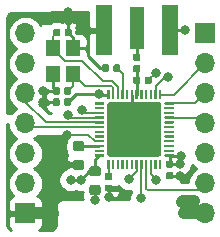
<source format=gbr>
%TF.GenerationSoftware,KiCad,Pcbnew,(5.1.2)-2*%
%TF.CreationDate,2021-03-02T00:01:01+01:00*%
%TF.ProjectId,NRF52_Basic,4e524635-325f-4426-9173-69632e6b6963,V1*%
%TF.SameCoordinates,Original*%
%TF.FileFunction,Copper,L1,Top*%
%TF.FilePolarity,Positive*%
%FSLAX46Y46*%
G04 Gerber Fmt 4.6, Leading zero omitted, Abs format (unit mm)*
G04 Created by KiCad (PCBNEW (5.1.2)-2) date 2021-03-02 00:01:01*
%MOMM*%
%LPD*%
G04 APERTURE LIST*
%TA.AperFunction,ComponentPad*%
%ADD10O,1.700000X1.700000*%
%TD*%
%TA.AperFunction,ComponentPad*%
%ADD11R,1.700000X1.700000*%
%TD*%
%TA.AperFunction,Conductor*%
%ADD12C,0.100000*%
%TD*%
%TA.AperFunction,SMDPad,CuDef*%
%ADD13C,0.590000*%
%TD*%
%TA.AperFunction,SMDPad,CuDef*%
%ADD14C,0.875000*%
%TD*%
%TA.AperFunction,SMDPad,CuDef*%
%ADD15R,1.350000X4.200000*%
%TD*%
%TA.AperFunction,SMDPad,CuDef*%
%ADD16R,1.270000X3.600000*%
%TD*%
%TA.AperFunction,SMDPad,CuDef*%
%ADD17R,1.200000X1.400000*%
%TD*%
%TA.AperFunction,SMDPad,CuDef*%
%ADD18C,4.600000*%
%TD*%
%TA.AperFunction,SMDPad,CuDef*%
%ADD19C,0.200000*%
%TD*%
%TA.AperFunction,ViaPad*%
%ADD20C,0.700000*%
%TD*%
%TA.AperFunction,ViaPad*%
%ADD21C,0.800000*%
%TD*%
%TA.AperFunction,Conductor*%
%ADD22C,0.200000*%
%TD*%
%TA.AperFunction,Conductor*%
%ADD23C,0.250000*%
%TD*%
%TA.AperFunction,Conductor*%
%ADD24C,1.000000*%
%TD*%
%TA.AperFunction,Conductor*%
%ADD25C,0.293370*%
%TD*%
%TA.AperFunction,Conductor*%
%ADD26C,0.254000*%
%TD*%
G04 APERTURE END LIST*
D10*
%TO.P,J1,7*%
%TO.N,VDD*%
X152379680Y-90525600D03*
%TO.P,J1,6*%
%TO.N,0.07_CTS*%
X152379680Y-87985600D03*
%TO.P,J1,5*%
%TO.N,0.08_RX*%
X152379680Y-85445600D03*
%TO.P,J1,4*%
%TO.N,SWO*%
X152379680Y-82905600D03*
%TO.P,J1,3*%
%TO.N,RESET_0.21*%
X152379680Y-80365600D03*
%TO.P,J1,2*%
%TO.N,SWDCLK*%
X152379680Y-77825600D03*
D11*
%TO.P,J1,1*%
%TO.N,SWDIO*%
X152379680Y-75285600D03*
%TD*%
D12*
%TO.N,Net-(J4-Pad1)*%
%TO.C,L1*%
G36*
X146760198Y-77018510D02*
G01*
X146774516Y-77020634D01*
X146788557Y-77024151D01*
X146802186Y-77029028D01*
X146815271Y-77035217D01*
X146827687Y-77042658D01*
X146839313Y-77051281D01*
X146850038Y-77061002D01*
X146859759Y-77071727D01*
X146868382Y-77083353D01*
X146875823Y-77095769D01*
X146882012Y-77108854D01*
X146886889Y-77122483D01*
X146890406Y-77136524D01*
X146892530Y-77150842D01*
X146893240Y-77165300D01*
X146893240Y-77460300D01*
X146892530Y-77474758D01*
X146890406Y-77489076D01*
X146886889Y-77503117D01*
X146882012Y-77516746D01*
X146875823Y-77529831D01*
X146868382Y-77542247D01*
X146859759Y-77553873D01*
X146850038Y-77564598D01*
X146839313Y-77574319D01*
X146827687Y-77582942D01*
X146815271Y-77590383D01*
X146802186Y-77596572D01*
X146788557Y-77601449D01*
X146774516Y-77604966D01*
X146760198Y-77607090D01*
X146745740Y-77607800D01*
X146400740Y-77607800D01*
X146386282Y-77607090D01*
X146371964Y-77604966D01*
X146357923Y-77601449D01*
X146344294Y-77596572D01*
X146331209Y-77590383D01*
X146318793Y-77582942D01*
X146307167Y-77574319D01*
X146296442Y-77564598D01*
X146286721Y-77553873D01*
X146278098Y-77542247D01*
X146270657Y-77529831D01*
X146264468Y-77516746D01*
X146259591Y-77503117D01*
X146256074Y-77489076D01*
X146253950Y-77474758D01*
X146253240Y-77460300D01*
X146253240Y-77165300D01*
X146253950Y-77150842D01*
X146256074Y-77136524D01*
X146259591Y-77122483D01*
X146264468Y-77108854D01*
X146270657Y-77095769D01*
X146278098Y-77083353D01*
X146286721Y-77071727D01*
X146296442Y-77061002D01*
X146307167Y-77051281D01*
X146318793Y-77042658D01*
X146331209Y-77035217D01*
X146344294Y-77029028D01*
X146357923Y-77024151D01*
X146371964Y-77020634D01*
X146386282Y-77018510D01*
X146400740Y-77017800D01*
X146745740Y-77017800D01*
X146760198Y-77018510D01*
X146760198Y-77018510D01*
G37*
D13*
%TD*%
%TO.P,L1,2*%
%TO.N,Net-(J4-Pad1)*%
X146573240Y-77312800D03*
D12*
%TO.N,ANT*%
%TO.C,L1*%
G36*
X146760198Y-77988510D02*
G01*
X146774516Y-77990634D01*
X146788557Y-77994151D01*
X146802186Y-77999028D01*
X146815271Y-78005217D01*
X146827687Y-78012658D01*
X146839313Y-78021281D01*
X146850038Y-78031002D01*
X146859759Y-78041727D01*
X146868382Y-78053353D01*
X146875823Y-78065769D01*
X146882012Y-78078854D01*
X146886889Y-78092483D01*
X146890406Y-78106524D01*
X146892530Y-78120842D01*
X146893240Y-78135300D01*
X146893240Y-78430300D01*
X146892530Y-78444758D01*
X146890406Y-78459076D01*
X146886889Y-78473117D01*
X146882012Y-78486746D01*
X146875823Y-78499831D01*
X146868382Y-78512247D01*
X146859759Y-78523873D01*
X146850038Y-78534598D01*
X146839313Y-78544319D01*
X146827687Y-78552942D01*
X146815271Y-78560383D01*
X146802186Y-78566572D01*
X146788557Y-78571449D01*
X146774516Y-78574966D01*
X146760198Y-78577090D01*
X146745740Y-78577800D01*
X146400740Y-78577800D01*
X146386282Y-78577090D01*
X146371964Y-78574966D01*
X146357923Y-78571449D01*
X146344294Y-78566572D01*
X146331209Y-78560383D01*
X146318793Y-78552942D01*
X146307167Y-78544319D01*
X146296442Y-78534598D01*
X146286721Y-78523873D01*
X146278098Y-78512247D01*
X146270657Y-78499831D01*
X146264468Y-78486746D01*
X146259591Y-78473117D01*
X146256074Y-78459076D01*
X146253950Y-78444758D01*
X146253240Y-78430300D01*
X146253240Y-78135300D01*
X146253950Y-78120842D01*
X146256074Y-78106524D01*
X146259591Y-78092483D01*
X146264468Y-78078854D01*
X146270657Y-78065769D01*
X146278098Y-78053353D01*
X146286721Y-78041727D01*
X146296442Y-78031002D01*
X146307167Y-78021281D01*
X146318793Y-78012658D01*
X146331209Y-78005217D01*
X146344294Y-77999028D01*
X146357923Y-77994151D01*
X146371964Y-77990634D01*
X146386282Y-77988510D01*
X146400740Y-77987800D01*
X146745740Y-77987800D01*
X146760198Y-77988510D01*
X146760198Y-77988510D01*
G37*
D13*
%TD*%
%TO.P,L1,1*%
%TO.N,ANT*%
X146573240Y-78282800D03*
D12*
%TO.N,VSS*%
%TO.C,C14*%
G36*
X139923198Y-79832950D02*
G01*
X139937516Y-79835074D01*
X139951557Y-79838591D01*
X139965186Y-79843468D01*
X139978271Y-79849657D01*
X139990687Y-79857098D01*
X140002313Y-79865721D01*
X140013038Y-79875442D01*
X140022759Y-79886167D01*
X140031382Y-79897793D01*
X140038823Y-79910209D01*
X140045012Y-79923294D01*
X140049889Y-79936923D01*
X140053406Y-79950964D01*
X140055530Y-79965282D01*
X140056240Y-79979740D01*
X140056240Y-80324740D01*
X140055530Y-80339198D01*
X140053406Y-80353516D01*
X140049889Y-80367557D01*
X140045012Y-80381186D01*
X140038823Y-80394271D01*
X140031382Y-80406687D01*
X140022759Y-80418313D01*
X140013038Y-80429038D01*
X140002313Y-80438759D01*
X139990687Y-80447382D01*
X139978271Y-80454823D01*
X139965186Y-80461012D01*
X139951557Y-80465889D01*
X139937516Y-80469406D01*
X139923198Y-80471530D01*
X139908740Y-80472240D01*
X139613740Y-80472240D01*
X139599282Y-80471530D01*
X139584964Y-80469406D01*
X139570923Y-80465889D01*
X139557294Y-80461012D01*
X139544209Y-80454823D01*
X139531793Y-80447382D01*
X139520167Y-80438759D01*
X139509442Y-80429038D01*
X139499721Y-80418313D01*
X139491098Y-80406687D01*
X139483657Y-80394271D01*
X139477468Y-80381186D01*
X139472591Y-80367557D01*
X139469074Y-80353516D01*
X139466950Y-80339198D01*
X139466240Y-80324740D01*
X139466240Y-79979740D01*
X139466950Y-79965282D01*
X139469074Y-79950964D01*
X139472591Y-79936923D01*
X139477468Y-79923294D01*
X139483657Y-79910209D01*
X139491098Y-79897793D01*
X139499721Y-79886167D01*
X139509442Y-79875442D01*
X139520167Y-79865721D01*
X139531793Y-79857098D01*
X139544209Y-79849657D01*
X139557294Y-79843468D01*
X139570923Y-79838591D01*
X139584964Y-79835074D01*
X139599282Y-79832950D01*
X139613740Y-79832240D01*
X139908740Y-79832240D01*
X139923198Y-79832950D01*
X139923198Y-79832950D01*
G37*
D13*
%TD*%
%TO.P,C14,2*%
%TO.N,VSS*%
X139761240Y-80152240D03*
D12*
%TO.N,XC2*%
%TO.C,C14*%
G36*
X140893198Y-79832950D02*
G01*
X140907516Y-79835074D01*
X140921557Y-79838591D01*
X140935186Y-79843468D01*
X140948271Y-79849657D01*
X140960687Y-79857098D01*
X140972313Y-79865721D01*
X140983038Y-79875442D01*
X140992759Y-79886167D01*
X141001382Y-79897793D01*
X141008823Y-79910209D01*
X141015012Y-79923294D01*
X141019889Y-79936923D01*
X141023406Y-79950964D01*
X141025530Y-79965282D01*
X141026240Y-79979740D01*
X141026240Y-80324740D01*
X141025530Y-80339198D01*
X141023406Y-80353516D01*
X141019889Y-80367557D01*
X141015012Y-80381186D01*
X141008823Y-80394271D01*
X141001382Y-80406687D01*
X140992759Y-80418313D01*
X140983038Y-80429038D01*
X140972313Y-80438759D01*
X140960687Y-80447382D01*
X140948271Y-80454823D01*
X140935186Y-80461012D01*
X140921557Y-80465889D01*
X140907516Y-80469406D01*
X140893198Y-80471530D01*
X140878740Y-80472240D01*
X140583740Y-80472240D01*
X140569282Y-80471530D01*
X140554964Y-80469406D01*
X140540923Y-80465889D01*
X140527294Y-80461012D01*
X140514209Y-80454823D01*
X140501793Y-80447382D01*
X140490167Y-80438759D01*
X140479442Y-80429038D01*
X140469721Y-80418313D01*
X140461098Y-80406687D01*
X140453657Y-80394271D01*
X140447468Y-80381186D01*
X140442591Y-80367557D01*
X140439074Y-80353516D01*
X140436950Y-80339198D01*
X140436240Y-80324740D01*
X140436240Y-79979740D01*
X140436950Y-79965282D01*
X140439074Y-79950964D01*
X140442591Y-79936923D01*
X140447468Y-79923294D01*
X140453657Y-79910209D01*
X140461098Y-79897793D01*
X140469721Y-79886167D01*
X140479442Y-79875442D01*
X140490167Y-79865721D01*
X140501793Y-79857098D01*
X140514209Y-79849657D01*
X140527294Y-79843468D01*
X140540923Y-79838591D01*
X140554964Y-79835074D01*
X140569282Y-79832950D01*
X140583740Y-79832240D01*
X140878740Y-79832240D01*
X140893198Y-79832950D01*
X140893198Y-79832950D01*
G37*
D13*
%TD*%
%TO.P,C14,1*%
%TO.N,XC2*%
X140731240Y-80152240D03*
D12*
%TO.N,D4*%
%TO.C,C9*%
G36*
X141933491Y-84404633D02*
G01*
X141954726Y-84407783D01*
X141975550Y-84412999D01*
X141995762Y-84420231D01*
X142015168Y-84429410D01*
X142033581Y-84440446D01*
X142050824Y-84453234D01*
X142066730Y-84467650D01*
X142081146Y-84483556D01*
X142093934Y-84500799D01*
X142104970Y-84519212D01*
X142114149Y-84538618D01*
X142121381Y-84558830D01*
X142126597Y-84579654D01*
X142129747Y-84600889D01*
X142130800Y-84622330D01*
X142130800Y-85059830D01*
X142129747Y-85081271D01*
X142126597Y-85102506D01*
X142121381Y-85123330D01*
X142114149Y-85143542D01*
X142104970Y-85162948D01*
X142093934Y-85181361D01*
X142081146Y-85198604D01*
X142066730Y-85214510D01*
X142050824Y-85228926D01*
X142033581Y-85241714D01*
X142015168Y-85252750D01*
X141995762Y-85261929D01*
X141975550Y-85269161D01*
X141954726Y-85274377D01*
X141933491Y-85277527D01*
X141912050Y-85278580D01*
X141399550Y-85278580D01*
X141378109Y-85277527D01*
X141356874Y-85274377D01*
X141336050Y-85269161D01*
X141315838Y-85261929D01*
X141296432Y-85252750D01*
X141278019Y-85241714D01*
X141260776Y-85228926D01*
X141244870Y-85214510D01*
X141230454Y-85198604D01*
X141217666Y-85181361D01*
X141206630Y-85162948D01*
X141197451Y-85143542D01*
X141190219Y-85123330D01*
X141185003Y-85102506D01*
X141181853Y-85081271D01*
X141180800Y-85059830D01*
X141180800Y-84622330D01*
X141181853Y-84600889D01*
X141185003Y-84579654D01*
X141190219Y-84558830D01*
X141197451Y-84538618D01*
X141206630Y-84519212D01*
X141217666Y-84500799D01*
X141230454Y-84483556D01*
X141244870Y-84467650D01*
X141260776Y-84453234D01*
X141278019Y-84440446D01*
X141296432Y-84429410D01*
X141315838Y-84420231D01*
X141336050Y-84412999D01*
X141356874Y-84407783D01*
X141378109Y-84404633D01*
X141399550Y-84403580D01*
X141912050Y-84403580D01*
X141933491Y-84404633D01*
X141933491Y-84404633D01*
G37*
D14*
%TD*%
%TO.P,C9,2*%
%TO.N,D4*%
X141655800Y-84841080D03*
D12*
%TO.N,VSS*%
%TO.C,C9*%
G36*
X141933491Y-85979633D02*
G01*
X141954726Y-85982783D01*
X141975550Y-85987999D01*
X141995762Y-85995231D01*
X142015168Y-86004410D01*
X142033581Y-86015446D01*
X142050824Y-86028234D01*
X142066730Y-86042650D01*
X142081146Y-86058556D01*
X142093934Y-86075799D01*
X142104970Y-86094212D01*
X142114149Y-86113618D01*
X142121381Y-86133830D01*
X142126597Y-86154654D01*
X142129747Y-86175889D01*
X142130800Y-86197330D01*
X142130800Y-86634830D01*
X142129747Y-86656271D01*
X142126597Y-86677506D01*
X142121381Y-86698330D01*
X142114149Y-86718542D01*
X142104970Y-86737948D01*
X142093934Y-86756361D01*
X142081146Y-86773604D01*
X142066730Y-86789510D01*
X142050824Y-86803926D01*
X142033581Y-86816714D01*
X142015168Y-86827750D01*
X141995762Y-86836929D01*
X141975550Y-86844161D01*
X141954726Y-86849377D01*
X141933491Y-86852527D01*
X141912050Y-86853580D01*
X141399550Y-86853580D01*
X141378109Y-86852527D01*
X141356874Y-86849377D01*
X141336050Y-86844161D01*
X141315838Y-86836929D01*
X141296432Y-86827750D01*
X141278019Y-86816714D01*
X141260776Y-86803926D01*
X141244870Y-86789510D01*
X141230454Y-86773604D01*
X141217666Y-86756361D01*
X141206630Y-86737948D01*
X141197451Y-86718542D01*
X141190219Y-86698330D01*
X141185003Y-86677506D01*
X141181853Y-86656271D01*
X141180800Y-86634830D01*
X141180800Y-86197330D01*
X141181853Y-86175889D01*
X141185003Y-86154654D01*
X141190219Y-86133830D01*
X141197451Y-86113618D01*
X141206630Y-86094212D01*
X141217666Y-86075799D01*
X141230454Y-86058556D01*
X141244870Y-86042650D01*
X141260776Y-86028234D01*
X141278019Y-86015446D01*
X141296432Y-86004410D01*
X141315838Y-85995231D01*
X141336050Y-85987999D01*
X141356874Y-85982783D01*
X141378109Y-85979633D01*
X141399550Y-85978580D01*
X141912050Y-85978580D01*
X141933491Y-85979633D01*
X141933491Y-85979633D01*
G37*
D14*
%TD*%
%TO.P,C9,1*%
%TO.N,VSS*%
X141655800Y-86416080D03*
D12*
%TO.N,D3*%
%TO.C,C7*%
G36*
X145063878Y-77917790D02*
G01*
X145078196Y-77919914D01*
X145092237Y-77923431D01*
X145105866Y-77928308D01*
X145118951Y-77934497D01*
X145131367Y-77941938D01*
X145142993Y-77950561D01*
X145153718Y-77960282D01*
X145163439Y-77971007D01*
X145172062Y-77982633D01*
X145179503Y-77995049D01*
X145185692Y-78008134D01*
X145190569Y-78021763D01*
X145194086Y-78035804D01*
X145196210Y-78050122D01*
X145196920Y-78064580D01*
X145196920Y-78409580D01*
X145196210Y-78424038D01*
X145194086Y-78438356D01*
X145190569Y-78452397D01*
X145185692Y-78466026D01*
X145179503Y-78479111D01*
X145172062Y-78491527D01*
X145163439Y-78503153D01*
X145153718Y-78513878D01*
X145142993Y-78523599D01*
X145131367Y-78532222D01*
X145118951Y-78539663D01*
X145105866Y-78545852D01*
X145092237Y-78550729D01*
X145078196Y-78554246D01*
X145063878Y-78556370D01*
X145049420Y-78557080D01*
X144754420Y-78557080D01*
X144739962Y-78556370D01*
X144725644Y-78554246D01*
X144711603Y-78550729D01*
X144697974Y-78545852D01*
X144684889Y-78539663D01*
X144672473Y-78532222D01*
X144660847Y-78523599D01*
X144650122Y-78513878D01*
X144640401Y-78503153D01*
X144631778Y-78491527D01*
X144624337Y-78479111D01*
X144618148Y-78466026D01*
X144613271Y-78452397D01*
X144609754Y-78438356D01*
X144607630Y-78424038D01*
X144606920Y-78409580D01*
X144606920Y-78064580D01*
X144607630Y-78050122D01*
X144609754Y-78035804D01*
X144613271Y-78021763D01*
X144618148Y-78008134D01*
X144624337Y-77995049D01*
X144631778Y-77982633D01*
X144640401Y-77971007D01*
X144650122Y-77960282D01*
X144660847Y-77950561D01*
X144672473Y-77941938D01*
X144684889Y-77934497D01*
X144697974Y-77928308D01*
X144711603Y-77923431D01*
X144725644Y-77919914D01*
X144739962Y-77917790D01*
X144754420Y-77917080D01*
X145049420Y-77917080D01*
X145063878Y-77917790D01*
X145063878Y-77917790D01*
G37*
D13*
%TD*%
%TO.P,C7,2*%
%TO.N,D3*%
X144901920Y-78237080D03*
D12*
%TO.N,VSS*%
%TO.C,C7*%
G36*
X144093878Y-77917790D02*
G01*
X144108196Y-77919914D01*
X144122237Y-77923431D01*
X144135866Y-77928308D01*
X144148951Y-77934497D01*
X144161367Y-77941938D01*
X144172993Y-77950561D01*
X144183718Y-77960282D01*
X144193439Y-77971007D01*
X144202062Y-77982633D01*
X144209503Y-77995049D01*
X144215692Y-78008134D01*
X144220569Y-78021763D01*
X144224086Y-78035804D01*
X144226210Y-78050122D01*
X144226920Y-78064580D01*
X144226920Y-78409580D01*
X144226210Y-78424038D01*
X144224086Y-78438356D01*
X144220569Y-78452397D01*
X144215692Y-78466026D01*
X144209503Y-78479111D01*
X144202062Y-78491527D01*
X144193439Y-78503153D01*
X144183718Y-78513878D01*
X144172993Y-78523599D01*
X144161367Y-78532222D01*
X144148951Y-78539663D01*
X144135866Y-78545852D01*
X144122237Y-78550729D01*
X144108196Y-78554246D01*
X144093878Y-78556370D01*
X144079420Y-78557080D01*
X143784420Y-78557080D01*
X143769962Y-78556370D01*
X143755644Y-78554246D01*
X143741603Y-78550729D01*
X143727974Y-78545852D01*
X143714889Y-78539663D01*
X143702473Y-78532222D01*
X143690847Y-78523599D01*
X143680122Y-78513878D01*
X143670401Y-78503153D01*
X143661778Y-78491527D01*
X143654337Y-78479111D01*
X143648148Y-78466026D01*
X143643271Y-78452397D01*
X143639754Y-78438356D01*
X143637630Y-78424038D01*
X143636920Y-78409580D01*
X143636920Y-78064580D01*
X143637630Y-78050122D01*
X143639754Y-78035804D01*
X143643271Y-78021763D01*
X143648148Y-78008134D01*
X143654337Y-77995049D01*
X143661778Y-77982633D01*
X143670401Y-77971007D01*
X143680122Y-77960282D01*
X143690847Y-77950561D01*
X143702473Y-77941938D01*
X143714889Y-77934497D01*
X143727974Y-77928308D01*
X143741603Y-77923431D01*
X143755644Y-77919914D01*
X143769962Y-77917790D01*
X143784420Y-77917080D01*
X144079420Y-77917080D01*
X144093878Y-77917790D01*
X144093878Y-77917790D01*
G37*
D13*
%TD*%
%TO.P,C7,1*%
%TO.N,VSS*%
X143931920Y-78237080D03*
D12*
%TO.N,VDD*%
%TO.C,C5*%
G36*
X140877678Y-80777830D02*
G01*
X140891996Y-80779954D01*
X140906037Y-80783471D01*
X140919666Y-80788348D01*
X140932751Y-80794537D01*
X140945167Y-80801978D01*
X140956793Y-80810601D01*
X140967518Y-80820322D01*
X140977239Y-80831047D01*
X140985862Y-80842673D01*
X140993303Y-80855089D01*
X140999492Y-80868174D01*
X141004369Y-80881803D01*
X141007886Y-80895844D01*
X141010010Y-80910162D01*
X141010720Y-80924620D01*
X141010720Y-81269620D01*
X141010010Y-81284078D01*
X141007886Y-81298396D01*
X141004369Y-81312437D01*
X140999492Y-81326066D01*
X140993303Y-81339151D01*
X140985862Y-81351567D01*
X140977239Y-81363193D01*
X140967518Y-81373918D01*
X140956793Y-81383639D01*
X140945167Y-81392262D01*
X140932751Y-81399703D01*
X140919666Y-81405892D01*
X140906037Y-81410769D01*
X140891996Y-81414286D01*
X140877678Y-81416410D01*
X140863220Y-81417120D01*
X140568220Y-81417120D01*
X140553762Y-81416410D01*
X140539444Y-81414286D01*
X140525403Y-81410769D01*
X140511774Y-81405892D01*
X140498689Y-81399703D01*
X140486273Y-81392262D01*
X140474647Y-81383639D01*
X140463922Y-81373918D01*
X140454201Y-81363193D01*
X140445578Y-81351567D01*
X140438137Y-81339151D01*
X140431948Y-81326066D01*
X140427071Y-81312437D01*
X140423554Y-81298396D01*
X140421430Y-81284078D01*
X140420720Y-81269620D01*
X140420720Y-80924620D01*
X140421430Y-80910162D01*
X140423554Y-80895844D01*
X140427071Y-80881803D01*
X140431948Y-80868174D01*
X140438137Y-80855089D01*
X140445578Y-80842673D01*
X140454201Y-80831047D01*
X140463922Y-80820322D01*
X140474647Y-80810601D01*
X140486273Y-80801978D01*
X140498689Y-80794537D01*
X140511774Y-80788348D01*
X140525403Y-80783471D01*
X140539444Y-80779954D01*
X140553762Y-80777830D01*
X140568220Y-80777120D01*
X140863220Y-80777120D01*
X140877678Y-80777830D01*
X140877678Y-80777830D01*
G37*
D13*
%TD*%
%TO.P,C5,2*%
%TO.N,VDD*%
X140715720Y-81097120D03*
D12*
%TO.N,VSS*%
%TO.C,C5*%
G36*
X139907678Y-80777830D02*
G01*
X139921996Y-80779954D01*
X139936037Y-80783471D01*
X139949666Y-80788348D01*
X139962751Y-80794537D01*
X139975167Y-80801978D01*
X139986793Y-80810601D01*
X139997518Y-80820322D01*
X140007239Y-80831047D01*
X140015862Y-80842673D01*
X140023303Y-80855089D01*
X140029492Y-80868174D01*
X140034369Y-80881803D01*
X140037886Y-80895844D01*
X140040010Y-80910162D01*
X140040720Y-80924620D01*
X140040720Y-81269620D01*
X140040010Y-81284078D01*
X140037886Y-81298396D01*
X140034369Y-81312437D01*
X140029492Y-81326066D01*
X140023303Y-81339151D01*
X140015862Y-81351567D01*
X140007239Y-81363193D01*
X139997518Y-81373918D01*
X139986793Y-81383639D01*
X139975167Y-81392262D01*
X139962751Y-81399703D01*
X139949666Y-81405892D01*
X139936037Y-81410769D01*
X139921996Y-81414286D01*
X139907678Y-81416410D01*
X139893220Y-81417120D01*
X139598220Y-81417120D01*
X139583762Y-81416410D01*
X139569444Y-81414286D01*
X139555403Y-81410769D01*
X139541774Y-81405892D01*
X139528689Y-81399703D01*
X139516273Y-81392262D01*
X139504647Y-81383639D01*
X139493922Y-81373918D01*
X139484201Y-81363193D01*
X139475578Y-81351567D01*
X139468137Y-81339151D01*
X139461948Y-81326066D01*
X139457071Y-81312437D01*
X139453554Y-81298396D01*
X139451430Y-81284078D01*
X139450720Y-81269620D01*
X139450720Y-80924620D01*
X139451430Y-80910162D01*
X139453554Y-80895844D01*
X139457071Y-80881803D01*
X139461948Y-80868174D01*
X139468137Y-80855089D01*
X139475578Y-80842673D01*
X139484201Y-80831047D01*
X139493922Y-80820322D01*
X139504647Y-80810601D01*
X139516273Y-80801978D01*
X139528689Y-80794537D01*
X139541774Y-80788348D01*
X139555403Y-80783471D01*
X139569444Y-80779954D01*
X139583762Y-80777830D01*
X139598220Y-80777120D01*
X139893220Y-80777120D01*
X139907678Y-80777830D01*
X139907678Y-80777830D01*
G37*
D13*
%TD*%
%TO.P,C5,1*%
%TO.N,VSS*%
X139745720Y-81097120D03*
D12*
%TO.N,VDD*%
%TO.C,C4*%
G36*
X149554198Y-86060910D02*
G01*
X149568516Y-86063034D01*
X149582557Y-86066551D01*
X149596186Y-86071428D01*
X149609271Y-86077617D01*
X149621687Y-86085058D01*
X149633313Y-86093681D01*
X149644038Y-86103402D01*
X149653759Y-86114127D01*
X149662382Y-86125753D01*
X149669823Y-86138169D01*
X149676012Y-86151254D01*
X149680889Y-86164883D01*
X149684406Y-86178924D01*
X149686530Y-86193242D01*
X149687240Y-86207700D01*
X149687240Y-86502700D01*
X149686530Y-86517158D01*
X149684406Y-86531476D01*
X149680889Y-86545517D01*
X149676012Y-86559146D01*
X149669823Y-86572231D01*
X149662382Y-86584647D01*
X149653759Y-86596273D01*
X149644038Y-86606998D01*
X149633313Y-86616719D01*
X149621687Y-86625342D01*
X149609271Y-86632783D01*
X149596186Y-86638972D01*
X149582557Y-86643849D01*
X149568516Y-86647366D01*
X149554198Y-86649490D01*
X149539740Y-86650200D01*
X149194740Y-86650200D01*
X149180282Y-86649490D01*
X149165964Y-86647366D01*
X149151923Y-86643849D01*
X149138294Y-86638972D01*
X149125209Y-86632783D01*
X149112793Y-86625342D01*
X149101167Y-86616719D01*
X149090442Y-86606998D01*
X149080721Y-86596273D01*
X149072098Y-86584647D01*
X149064657Y-86572231D01*
X149058468Y-86559146D01*
X149053591Y-86545517D01*
X149050074Y-86531476D01*
X149047950Y-86517158D01*
X149047240Y-86502700D01*
X149047240Y-86207700D01*
X149047950Y-86193242D01*
X149050074Y-86178924D01*
X149053591Y-86164883D01*
X149058468Y-86151254D01*
X149064657Y-86138169D01*
X149072098Y-86125753D01*
X149080721Y-86114127D01*
X149090442Y-86103402D01*
X149101167Y-86093681D01*
X149112793Y-86085058D01*
X149125209Y-86077617D01*
X149138294Y-86071428D01*
X149151923Y-86066551D01*
X149165964Y-86063034D01*
X149180282Y-86060910D01*
X149194740Y-86060200D01*
X149539740Y-86060200D01*
X149554198Y-86060910D01*
X149554198Y-86060910D01*
G37*
D13*
%TD*%
%TO.P,C4,2*%
%TO.N,VDD*%
X149367240Y-86355200D03*
D12*
%TO.N,VSS*%
%TO.C,C4*%
G36*
X149554198Y-87030910D02*
G01*
X149568516Y-87033034D01*
X149582557Y-87036551D01*
X149596186Y-87041428D01*
X149609271Y-87047617D01*
X149621687Y-87055058D01*
X149633313Y-87063681D01*
X149644038Y-87073402D01*
X149653759Y-87084127D01*
X149662382Y-87095753D01*
X149669823Y-87108169D01*
X149676012Y-87121254D01*
X149680889Y-87134883D01*
X149684406Y-87148924D01*
X149686530Y-87163242D01*
X149687240Y-87177700D01*
X149687240Y-87472700D01*
X149686530Y-87487158D01*
X149684406Y-87501476D01*
X149680889Y-87515517D01*
X149676012Y-87529146D01*
X149669823Y-87542231D01*
X149662382Y-87554647D01*
X149653759Y-87566273D01*
X149644038Y-87576998D01*
X149633313Y-87586719D01*
X149621687Y-87595342D01*
X149609271Y-87602783D01*
X149596186Y-87608972D01*
X149582557Y-87613849D01*
X149568516Y-87617366D01*
X149554198Y-87619490D01*
X149539740Y-87620200D01*
X149194740Y-87620200D01*
X149180282Y-87619490D01*
X149165964Y-87617366D01*
X149151923Y-87613849D01*
X149138294Y-87608972D01*
X149125209Y-87602783D01*
X149112793Y-87595342D01*
X149101167Y-87586719D01*
X149090442Y-87576998D01*
X149080721Y-87566273D01*
X149072098Y-87554647D01*
X149064657Y-87542231D01*
X149058468Y-87529146D01*
X149053591Y-87515517D01*
X149050074Y-87501476D01*
X149047950Y-87487158D01*
X149047240Y-87472700D01*
X149047240Y-87177700D01*
X149047950Y-87163242D01*
X149050074Y-87148924D01*
X149053591Y-87134883D01*
X149058468Y-87121254D01*
X149064657Y-87108169D01*
X149072098Y-87095753D01*
X149080721Y-87084127D01*
X149090442Y-87073402D01*
X149101167Y-87063681D01*
X149112793Y-87055058D01*
X149125209Y-87047617D01*
X149138294Y-87041428D01*
X149151923Y-87036551D01*
X149165964Y-87033034D01*
X149180282Y-87030910D01*
X149194740Y-87030200D01*
X149539740Y-87030200D01*
X149554198Y-87030910D01*
X149554198Y-87030910D01*
G37*
D13*
%TD*%
%TO.P,C4,1*%
%TO.N,VSS*%
X149367240Y-87325200D03*
D12*
%TO.N,ANT*%
%TO.C,C3*%
G36*
X146725038Y-78943950D02*
G01*
X146739356Y-78946074D01*
X146753397Y-78949591D01*
X146767026Y-78954468D01*
X146780111Y-78960657D01*
X146792527Y-78968098D01*
X146804153Y-78976721D01*
X146814878Y-78986442D01*
X146824599Y-78997167D01*
X146833222Y-79008793D01*
X146840663Y-79021209D01*
X146846852Y-79034294D01*
X146851729Y-79047923D01*
X146855246Y-79061964D01*
X146857370Y-79076282D01*
X146858080Y-79090740D01*
X146858080Y-79435740D01*
X146857370Y-79450198D01*
X146855246Y-79464516D01*
X146851729Y-79478557D01*
X146846852Y-79492186D01*
X146840663Y-79505271D01*
X146833222Y-79517687D01*
X146824599Y-79529313D01*
X146814878Y-79540038D01*
X146804153Y-79549759D01*
X146792527Y-79558382D01*
X146780111Y-79565823D01*
X146767026Y-79572012D01*
X146753397Y-79576889D01*
X146739356Y-79580406D01*
X146725038Y-79582530D01*
X146710580Y-79583240D01*
X146415580Y-79583240D01*
X146401122Y-79582530D01*
X146386804Y-79580406D01*
X146372763Y-79576889D01*
X146359134Y-79572012D01*
X146346049Y-79565823D01*
X146333633Y-79558382D01*
X146322007Y-79549759D01*
X146311282Y-79540038D01*
X146301561Y-79529313D01*
X146292938Y-79517687D01*
X146285497Y-79505271D01*
X146279308Y-79492186D01*
X146274431Y-79478557D01*
X146270914Y-79464516D01*
X146268790Y-79450198D01*
X146268080Y-79435740D01*
X146268080Y-79090740D01*
X146268790Y-79076282D01*
X146270914Y-79061964D01*
X146274431Y-79047923D01*
X146279308Y-79034294D01*
X146285497Y-79021209D01*
X146292938Y-79008793D01*
X146301561Y-78997167D01*
X146311282Y-78986442D01*
X146322007Y-78976721D01*
X146333633Y-78968098D01*
X146346049Y-78960657D01*
X146359134Y-78954468D01*
X146372763Y-78949591D01*
X146386804Y-78946074D01*
X146401122Y-78943950D01*
X146415580Y-78943240D01*
X146710580Y-78943240D01*
X146725038Y-78943950D01*
X146725038Y-78943950D01*
G37*
D13*
%TD*%
%TO.P,C3,2*%
%TO.N,ANT*%
X146563080Y-79263240D03*
D12*
%TO.N,VSS*%
%TO.C,C3*%
G36*
X147695038Y-78943950D02*
G01*
X147709356Y-78946074D01*
X147723397Y-78949591D01*
X147737026Y-78954468D01*
X147750111Y-78960657D01*
X147762527Y-78968098D01*
X147774153Y-78976721D01*
X147784878Y-78986442D01*
X147794599Y-78997167D01*
X147803222Y-79008793D01*
X147810663Y-79021209D01*
X147816852Y-79034294D01*
X147821729Y-79047923D01*
X147825246Y-79061964D01*
X147827370Y-79076282D01*
X147828080Y-79090740D01*
X147828080Y-79435740D01*
X147827370Y-79450198D01*
X147825246Y-79464516D01*
X147821729Y-79478557D01*
X147816852Y-79492186D01*
X147810663Y-79505271D01*
X147803222Y-79517687D01*
X147794599Y-79529313D01*
X147784878Y-79540038D01*
X147774153Y-79549759D01*
X147762527Y-79558382D01*
X147750111Y-79565823D01*
X147737026Y-79572012D01*
X147723397Y-79576889D01*
X147709356Y-79580406D01*
X147695038Y-79582530D01*
X147680580Y-79583240D01*
X147385580Y-79583240D01*
X147371122Y-79582530D01*
X147356804Y-79580406D01*
X147342763Y-79576889D01*
X147329134Y-79572012D01*
X147316049Y-79565823D01*
X147303633Y-79558382D01*
X147292007Y-79549759D01*
X147281282Y-79540038D01*
X147271561Y-79529313D01*
X147262938Y-79517687D01*
X147255497Y-79505271D01*
X147249308Y-79492186D01*
X147244431Y-79478557D01*
X147240914Y-79464516D01*
X147238790Y-79450198D01*
X147238080Y-79435740D01*
X147238080Y-79090740D01*
X147238790Y-79076282D01*
X147240914Y-79061964D01*
X147244431Y-79047923D01*
X147249308Y-79034294D01*
X147255497Y-79021209D01*
X147262938Y-79008793D01*
X147271561Y-78997167D01*
X147281282Y-78986442D01*
X147292007Y-78976721D01*
X147303633Y-78968098D01*
X147316049Y-78960657D01*
X147329134Y-78954468D01*
X147342763Y-78949591D01*
X147356804Y-78946074D01*
X147371122Y-78943950D01*
X147385580Y-78943240D01*
X147680580Y-78943240D01*
X147695038Y-78943950D01*
X147695038Y-78943950D01*
G37*
D13*
%TD*%
%TO.P,C3,1*%
%TO.N,VSS*%
X147533080Y-79263240D03*
D12*
%TO.N,VSS*%
%TO.C,C2*%
G36*
X140923678Y-74895190D02*
G01*
X140937996Y-74897314D01*
X140952037Y-74900831D01*
X140965666Y-74905708D01*
X140978751Y-74911897D01*
X140991167Y-74919338D01*
X141002793Y-74927961D01*
X141013518Y-74937682D01*
X141023239Y-74948407D01*
X141031862Y-74960033D01*
X141039303Y-74972449D01*
X141045492Y-74985534D01*
X141050369Y-74999163D01*
X141053886Y-75013204D01*
X141056010Y-75027522D01*
X141056720Y-75041980D01*
X141056720Y-75386980D01*
X141056010Y-75401438D01*
X141053886Y-75415756D01*
X141050369Y-75429797D01*
X141045492Y-75443426D01*
X141039303Y-75456511D01*
X141031862Y-75468927D01*
X141023239Y-75480553D01*
X141013518Y-75491278D01*
X141002793Y-75500999D01*
X140991167Y-75509622D01*
X140978751Y-75517063D01*
X140965666Y-75523252D01*
X140952037Y-75528129D01*
X140937996Y-75531646D01*
X140923678Y-75533770D01*
X140909220Y-75534480D01*
X140614220Y-75534480D01*
X140599762Y-75533770D01*
X140585444Y-75531646D01*
X140571403Y-75528129D01*
X140557774Y-75523252D01*
X140544689Y-75517063D01*
X140532273Y-75509622D01*
X140520647Y-75500999D01*
X140509922Y-75491278D01*
X140500201Y-75480553D01*
X140491578Y-75468927D01*
X140484137Y-75456511D01*
X140477948Y-75443426D01*
X140473071Y-75429797D01*
X140469554Y-75415756D01*
X140467430Y-75401438D01*
X140466720Y-75386980D01*
X140466720Y-75041980D01*
X140467430Y-75027522D01*
X140469554Y-75013204D01*
X140473071Y-74999163D01*
X140477948Y-74985534D01*
X140484137Y-74972449D01*
X140491578Y-74960033D01*
X140500201Y-74948407D01*
X140509922Y-74937682D01*
X140520647Y-74927961D01*
X140532273Y-74919338D01*
X140544689Y-74911897D01*
X140557774Y-74905708D01*
X140571403Y-74900831D01*
X140585444Y-74897314D01*
X140599762Y-74895190D01*
X140614220Y-74894480D01*
X140909220Y-74894480D01*
X140923678Y-74895190D01*
X140923678Y-74895190D01*
G37*
D13*
%TD*%
%TO.P,C2,2*%
%TO.N,VSS*%
X140761720Y-75214480D03*
D12*
%TO.N,XC1*%
%TO.C,C2*%
G36*
X139953678Y-74895190D02*
G01*
X139967996Y-74897314D01*
X139982037Y-74900831D01*
X139995666Y-74905708D01*
X140008751Y-74911897D01*
X140021167Y-74919338D01*
X140032793Y-74927961D01*
X140043518Y-74937682D01*
X140053239Y-74948407D01*
X140061862Y-74960033D01*
X140069303Y-74972449D01*
X140075492Y-74985534D01*
X140080369Y-74999163D01*
X140083886Y-75013204D01*
X140086010Y-75027522D01*
X140086720Y-75041980D01*
X140086720Y-75386980D01*
X140086010Y-75401438D01*
X140083886Y-75415756D01*
X140080369Y-75429797D01*
X140075492Y-75443426D01*
X140069303Y-75456511D01*
X140061862Y-75468927D01*
X140053239Y-75480553D01*
X140043518Y-75491278D01*
X140032793Y-75500999D01*
X140021167Y-75509622D01*
X140008751Y-75517063D01*
X139995666Y-75523252D01*
X139982037Y-75528129D01*
X139967996Y-75531646D01*
X139953678Y-75533770D01*
X139939220Y-75534480D01*
X139644220Y-75534480D01*
X139629762Y-75533770D01*
X139615444Y-75531646D01*
X139601403Y-75528129D01*
X139587774Y-75523252D01*
X139574689Y-75517063D01*
X139562273Y-75509622D01*
X139550647Y-75500999D01*
X139539922Y-75491278D01*
X139530201Y-75480553D01*
X139521578Y-75468927D01*
X139514137Y-75456511D01*
X139507948Y-75443426D01*
X139503071Y-75429797D01*
X139499554Y-75415756D01*
X139497430Y-75401438D01*
X139496720Y-75386980D01*
X139496720Y-75041980D01*
X139497430Y-75027522D01*
X139499554Y-75013204D01*
X139503071Y-74999163D01*
X139507948Y-74985534D01*
X139514137Y-74972449D01*
X139521578Y-74960033D01*
X139530201Y-74948407D01*
X139539922Y-74937682D01*
X139550647Y-74927961D01*
X139562273Y-74919338D01*
X139574689Y-74911897D01*
X139587774Y-74905708D01*
X139601403Y-74900831D01*
X139615444Y-74897314D01*
X139629762Y-74895190D01*
X139644220Y-74894480D01*
X139939220Y-74894480D01*
X139953678Y-74895190D01*
X139953678Y-74895190D01*
G37*
D13*
%TD*%
%TO.P,C2,1*%
%TO.N,XC1*%
X139791720Y-75214480D03*
D12*
%TO.N,D1*%
%TO.C,C1*%
G36*
X144382758Y-87114870D02*
G01*
X144397076Y-87116994D01*
X144411117Y-87120511D01*
X144424746Y-87125388D01*
X144437831Y-87131577D01*
X144450247Y-87139018D01*
X144461873Y-87147641D01*
X144472598Y-87157362D01*
X144482319Y-87168087D01*
X144490942Y-87179713D01*
X144498383Y-87192129D01*
X144504572Y-87205214D01*
X144509449Y-87218843D01*
X144512966Y-87232884D01*
X144515090Y-87247202D01*
X144515800Y-87261660D01*
X144515800Y-87556660D01*
X144515090Y-87571118D01*
X144512966Y-87585436D01*
X144509449Y-87599477D01*
X144504572Y-87613106D01*
X144498383Y-87626191D01*
X144490942Y-87638607D01*
X144482319Y-87650233D01*
X144472598Y-87660958D01*
X144461873Y-87670679D01*
X144450247Y-87679302D01*
X144437831Y-87686743D01*
X144424746Y-87692932D01*
X144411117Y-87697809D01*
X144397076Y-87701326D01*
X144382758Y-87703450D01*
X144368300Y-87704160D01*
X144023300Y-87704160D01*
X144008842Y-87703450D01*
X143994524Y-87701326D01*
X143980483Y-87697809D01*
X143966854Y-87692932D01*
X143953769Y-87686743D01*
X143941353Y-87679302D01*
X143929727Y-87670679D01*
X143919002Y-87660958D01*
X143909281Y-87650233D01*
X143900658Y-87638607D01*
X143893217Y-87626191D01*
X143887028Y-87613106D01*
X143882151Y-87599477D01*
X143878634Y-87585436D01*
X143876510Y-87571118D01*
X143875800Y-87556660D01*
X143875800Y-87261660D01*
X143876510Y-87247202D01*
X143878634Y-87232884D01*
X143882151Y-87218843D01*
X143887028Y-87205214D01*
X143893217Y-87192129D01*
X143900658Y-87179713D01*
X143909281Y-87168087D01*
X143919002Y-87157362D01*
X143929727Y-87147641D01*
X143941353Y-87139018D01*
X143953769Y-87131577D01*
X143966854Y-87125388D01*
X143980483Y-87120511D01*
X143994524Y-87116994D01*
X144008842Y-87114870D01*
X144023300Y-87114160D01*
X144368300Y-87114160D01*
X144382758Y-87114870D01*
X144382758Y-87114870D01*
G37*
D13*
%TD*%
%TO.P,C1,2*%
%TO.N,D1*%
X144195800Y-87409160D03*
D12*
%TO.N,VSS*%
%TO.C,C1*%
G36*
X144382758Y-88084870D02*
G01*
X144397076Y-88086994D01*
X144411117Y-88090511D01*
X144424746Y-88095388D01*
X144437831Y-88101577D01*
X144450247Y-88109018D01*
X144461873Y-88117641D01*
X144472598Y-88127362D01*
X144482319Y-88138087D01*
X144490942Y-88149713D01*
X144498383Y-88162129D01*
X144504572Y-88175214D01*
X144509449Y-88188843D01*
X144512966Y-88202884D01*
X144515090Y-88217202D01*
X144515800Y-88231660D01*
X144515800Y-88526660D01*
X144515090Y-88541118D01*
X144512966Y-88555436D01*
X144509449Y-88569477D01*
X144504572Y-88583106D01*
X144498383Y-88596191D01*
X144490942Y-88608607D01*
X144482319Y-88620233D01*
X144472598Y-88630958D01*
X144461873Y-88640679D01*
X144450247Y-88649302D01*
X144437831Y-88656743D01*
X144424746Y-88662932D01*
X144411117Y-88667809D01*
X144397076Y-88671326D01*
X144382758Y-88673450D01*
X144368300Y-88674160D01*
X144023300Y-88674160D01*
X144008842Y-88673450D01*
X143994524Y-88671326D01*
X143980483Y-88667809D01*
X143966854Y-88662932D01*
X143953769Y-88656743D01*
X143941353Y-88649302D01*
X143929727Y-88640679D01*
X143919002Y-88630958D01*
X143909281Y-88620233D01*
X143900658Y-88608607D01*
X143893217Y-88596191D01*
X143887028Y-88583106D01*
X143882151Y-88569477D01*
X143878634Y-88555436D01*
X143876510Y-88541118D01*
X143875800Y-88526660D01*
X143875800Y-88231660D01*
X143876510Y-88217202D01*
X143878634Y-88202884D01*
X143882151Y-88188843D01*
X143887028Y-88175214D01*
X143893217Y-88162129D01*
X143900658Y-88149713D01*
X143909281Y-88138087D01*
X143919002Y-88127362D01*
X143929727Y-88117641D01*
X143941353Y-88109018D01*
X143953769Y-88101577D01*
X143966854Y-88095388D01*
X143980483Y-88090511D01*
X143994524Y-88086994D01*
X144008842Y-88084870D01*
X144023300Y-88084160D01*
X144368300Y-88084160D01*
X144382758Y-88084870D01*
X144382758Y-88084870D01*
G37*
D13*
%TD*%
%TO.P,C1,1*%
%TO.N,VSS*%
X144195800Y-88379160D03*
D15*
%TO.P,J4,2*%
%TO.N,VSS*%
X149429240Y-75016360D03*
X143779240Y-75016360D03*
D16*
%TO.P,J4,1*%
%TO.N,Net-(J4-Pad1)*%
X146604240Y-74816360D03*
%TD*%
D17*
%TO.P,Y1,4*%
%TO.N,VSS*%
X141174840Y-76563040D03*
%TO.P,Y1,3*%
%TO.N,XC2*%
X141174840Y-78763040D03*
%TO.P,Y1,2*%
%TO.N,VSS*%
X139474840Y-78763040D03*
%TO.P,Y1,1*%
%TO.N,XC1*%
X139474840Y-76563040D03*
%TD*%
D10*
%TO.P,J2,7*%
%TO.N,0.27*%
X137139680Y-75285600D03*
%TO.P,J2,6*%
%TO.N,0.28*%
X137139680Y-77825600D03*
%TO.P,J2,5*%
%TO.N,0.29*%
X137139680Y-80365600D03*
%TO.P,J2,4*%
%TO.N,0.30*%
X137139680Y-82905600D03*
%TO.P,J2,3*%
%TO.N,0.05_RTS*%
X137139680Y-85445600D03*
%TO.P,J2,2*%
%TO.N,0.06_TX*%
X137139680Y-87985600D03*
D11*
%TO.P,J2,1*%
%TO.N,VSS*%
X137139680Y-90525600D03*
%TD*%
D12*
%TO.N,VSS*%
%TO.C,C8*%
G36*
X143320331Y-88103073D02*
G01*
X143341566Y-88106223D01*
X143362390Y-88111439D01*
X143382602Y-88118671D01*
X143402008Y-88127850D01*
X143420421Y-88138886D01*
X143437664Y-88151674D01*
X143453570Y-88166090D01*
X143467986Y-88181996D01*
X143480774Y-88199239D01*
X143491810Y-88217652D01*
X143500989Y-88237058D01*
X143508221Y-88257270D01*
X143513437Y-88278094D01*
X143516587Y-88299329D01*
X143517640Y-88320770D01*
X143517640Y-88758270D01*
X143516587Y-88779711D01*
X143513437Y-88800946D01*
X143508221Y-88821770D01*
X143500989Y-88841982D01*
X143491810Y-88861388D01*
X143480774Y-88879801D01*
X143467986Y-88897044D01*
X143453570Y-88912950D01*
X143437664Y-88927366D01*
X143420421Y-88940154D01*
X143402008Y-88951190D01*
X143382602Y-88960369D01*
X143362390Y-88967601D01*
X143341566Y-88972817D01*
X143320331Y-88975967D01*
X143298890Y-88977020D01*
X142786390Y-88977020D01*
X142764949Y-88975967D01*
X142743714Y-88972817D01*
X142722890Y-88967601D01*
X142702678Y-88960369D01*
X142683272Y-88951190D01*
X142664859Y-88940154D01*
X142647616Y-88927366D01*
X142631710Y-88912950D01*
X142617294Y-88897044D01*
X142604506Y-88879801D01*
X142593470Y-88861388D01*
X142584291Y-88841982D01*
X142577059Y-88821770D01*
X142571843Y-88800946D01*
X142568693Y-88779711D01*
X142567640Y-88758270D01*
X142567640Y-88320770D01*
X142568693Y-88299329D01*
X142571843Y-88278094D01*
X142577059Y-88257270D01*
X142584291Y-88237058D01*
X142593470Y-88217652D01*
X142604506Y-88199239D01*
X142617294Y-88181996D01*
X142631710Y-88166090D01*
X142647616Y-88151674D01*
X142664859Y-88138886D01*
X142683272Y-88127850D01*
X142702678Y-88118671D01*
X142722890Y-88111439D01*
X142743714Y-88106223D01*
X142764949Y-88103073D01*
X142786390Y-88102020D01*
X143298890Y-88102020D01*
X143320331Y-88103073D01*
X143320331Y-88103073D01*
G37*
D14*
%TD*%
%TO.P,C8,1*%
%TO.N,VSS*%
X143042640Y-88539520D03*
D12*
%TO.N,VDD*%
%TO.C,C8*%
G36*
X143320331Y-86528073D02*
G01*
X143341566Y-86531223D01*
X143362390Y-86536439D01*
X143382602Y-86543671D01*
X143402008Y-86552850D01*
X143420421Y-86563886D01*
X143437664Y-86576674D01*
X143453570Y-86591090D01*
X143467986Y-86606996D01*
X143480774Y-86624239D01*
X143491810Y-86642652D01*
X143500989Y-86662058D01*
X143508221Y-86682270D01*
X143513437Y-86703094D01*
X143516587Y-86724329D01*
X143517640Y-86745770D01*
X143517640Y-87183270D01*
X143516587Y-87204711D01*
X143513437Y-87225946D01*
X143508221Y-87246770D01*
X143500989Y-87266982D01*
X143491810Y-87286388D01*
X143480774Y-87304801D01*
X143467986Y-87322044D01*
X143453570Y-87337950D01*
X143437664Y-87352366D01*
X143420421Y-87365154D01*
X143402008Y-87376190D01*
X143382602Y-87385369D01*
X143362390Y-87392601D01*
X143341566Y-87397817D01*
X143320331Y-87400967D01*
X143298890Y-87402020D01*
X142786390Y-87402020D01*
X142764949Y-87400967D01*
X142743714Y-87397817D01*
X142722890Y-87392601D01*
X142702678Y-87385369D01*
X142683272Y-87376190D01*
X142664859Y-87365154D01*
X142647616Y-87352366D01*
X142631710Y-87337950D01*
X142617294Y-87322044D01*
X142604506Y-87304801D01*
X142593470Y-87286388D01*
X142584291Y-87266982D01*
X142577059Y-87246770D01*
X142571843Y-87225946D01*
X142568693Y-87204711D01*
X142567640Y-87183270D01*
X142567640Y-86745770D01*
X142568693Y-86724329D01*
X142571843Y-86703094D01*
X142577059Y-86682270D01*
X142584291Y-86662058D01*
X142593470Y-86642652D01*
X142604506Y-86624239D01*
X142617294Y-86606996D01*
X142631710Y-86591090D01*
X142647616Y-86576674D01*
X142664859Y-86563886D01*
X142683272Y-86552850D01*
X142702678Y-86543671D01*
X142722890Y-86536439D01*
X142743714Y-86531223D01*
X142764949Y-86528073D01*
X142786390Y-86527020D01*
X143298890Y-86527020D01*
X143320331Y-86528073D01*
X143320331Y-86528073D01*
G37*
D14*
%TD*%
%TO.P,C8,2*%
%TO.N,VDD*%
X143042640Y-86964520D03*
D12*
%TO.N,VSS*%
%TO.C,U1*%
G36*
X148444544Y-81119884D02*
G01*
X148468813Y-81123484D01*
X148492611Y-81129445D01*
X148515711Y-81137710D01*
X148537889Y-81148200D01*
X148558933Y-81160813D01*
X148578638Y-81175427D01*
X148596817Y-81191903D01*
X148613293Y-81210082D01*
X148627907Y-81229787D01*
X148640520Y-81250831D01*
X148651010Y-81273009D01*
X148659275Y-81296109D01*
X148665236Y-81319907D01*
X148668836Y-81344176D01*
X148670040Y-81368680D01*
X148670040Y-85468680D01*
X148668836Y-85493184D01*
X148665236Y-85517453D01*
X148659275Y-85541251D01*
X148651010Y-85564351D01*
X148640520Y-85586529D01*
X148627907Y-85607573D01*
X148613293Y-85627278D01*
X148596817Y-85645457D01*
X148578638Y-85661933D01*
X148558933Y-85676547D01*
X148537889Y-85689160D01*
X148515711Y-85699650D01*
X148492611Y-85707915D01*
X148468813Y-85713876D01*
X148444544Y-85717476D01*
X148420040Y-85718680D01*
X144320040Y-85718680D01*
X144295536Y-85717476D01*
X144271267Y-85713876D01*
X144247469Y-85707915D01*
X144224369Y-85699650D01*
X144202191Y-85689160D01*
X144181147Y-85676547D01*
X144161442Y-85661933D01*
X144143263Y-85645457D01*
X144126787Y-85627278D01*
X144112173Y-85607573D01*
X144099560Y-85586529D01*
X144089070Y-85564351D01*
X144080805Y-85541251D01*
X144074844Y-85517453D01*
X144071244Y-85493184D01*
X144070040Y-85468680D01*
X144070040Y-81368680D01*
X144071244Y-81344176D01*
X144074844Y-81319907D01*
X144080805Y-81296109D01*
X144089070Y-81273009D01*
X144099560Y-81250831D01*
X144112173Y-81229787D01*
X144126787Y-81210082D01*
X144143263Y-81191903D01*
X144161442Y-81175427D01*
X144181147Y-81160813D01*
X144202191Y-81148200D01*
X144224369Y-81137710D01*
X144247469Y-81129445D01*
X144271267Y-81123484D01*
X144295536Y-81119884D01*
X144320040Y-81118680D01*
X148420040Y-81118680D01*
X148444544Y-81119884D01*
X148444544Y-81119884D01*
G37*
D18*
%TD*%
%TO.P,U1,49*%
%TO.N,VSS*%
X146370040Y-83418680D03*
D12*
%TO.N,D1*%
%TO.C,U1*%
G36*
X144224941Y-85968921D02*
G01*
X144229795Y-85969641D01*
X144234554Y-85970833D01*
X144239174Y-85972486D01*
X144243610Y-85974584D01*
X144247819Y-85977107D01*
X144251760Y-85980029D01*
X144255395Y-85983325D01*
X144258691Y-85986960D01*
X144261613Y-85990901D01*
X144264136Y-85995110D01*
X144266234Y-85999546D01*
X144267887Y-86004166D01*
X144269079Y-86008925D01*
X144269799Y-86013779D01*
X144270040Y-86018680D01*
X144270040Y-86718680D01*
X144269799Y-86723581D01*
X144269079Y-86728435D01*
X144267887Y-86733194D01*
X144266234Y-86737814D01*
X144264136Y-86742250D01*
X144261613Y-86746459D01*
X144258691Y-86750400D01*
X144255395Y-86754035D01*
X144251760Y-86757331D01*
X144247819Y-86760253D01*
X144243610Y-86762776D01*
X144239174Y-86764874D01*
X144234554Y-86766527D01*
X144229795Y-86767719D01*
X144224941Y-86768439D01*
X144220040Y-86768680D01*
X144120040Y-86768680D01*
X144115139Y-86768439D01*
X144110285Y-86767719D01*
X144105526Y-86766527D01*
X144100906Y-86764874D01*
X144096470Y-86762776D01*
X144092261Y-86760253D01*
X144088320Y-86757331D01*
X144084685Y-86754035D01*
X144081389Y-86750400D01*
X144078467Y-86746459D01*
X144075944Y-86742250D01*
X144073846Y-86737814D01*
X144072193Y-86733194D01*
X144071001Y-86728435D01*
X144070281Y-86723581D01*
X144070040Y-86718680D01*
X144070040Y-86018680D01*
X144070281Y-86013779D01*
X144071001Y-86008925D01*
X144072193Y-86004166D01*
X144073846Y-85999546D01*
X144075944Y-85995110D01*
X144078467Y-85990901D01*
X144081389Y-85986960D01*
X144084685Y-85983325D01*
X144088320Y-85980029D01*
X144092261Y-85977107D01*
X144096470Y-85974584D01*
X144100906Y-85972486D01*
X144105526Y-85970833D01*
X144110285Y-85969641D01*
X144115139Y-85968921D01*
X144120040Y-85968680D01*
X144220040Y-85968680D01*
X144224941Y-85968921D01*
X144224941Y-85968921D01*
G37*
D19*
%TD*%
%TO.P,U1,1*%
%TO.N,D1*%
X144170040Y-86368680D03*
D12*
%TO.N,Net-(U1-Pad2)*%
%TO.C,U1*%
G36*
X144624941Y-85968921D02*
G01*
X144629795Y-85969641D01*
X144634554Y-85970833D01*
X144639174Y-85972486D01*
X144643610Y-85974584D01*
X144647819Y-85977107D01*
X144651760Y-85980029D01*
X144655395Y-85983325D01*
X144658691Y-85986960D01*
X144661613Y-85990901D01*
X144664136Y-85995110D01*
X144666234Y-85999546D01*
X144667887Y-86004166D01*
X144669079Y-86008925D01*
X144669799Y-86013779D01*
X144670040Y-86018680D01*
X144670040Y-86718680D01*
X144669799Y-86723581D01*
X144669079Y-86728435D01*
X144667887Y-86733194D01*
X144666234Y-86737814D01*
X144664136Y-86742250D01*
X144661613Y-86746459D01*
X144658691Y-86750400D01*
X144655395Y-86754035D01*
X144651760Y-86757331D01*
X144647819Y-86760253D01*
X144643610Y-86762776D01*
X144639174Y-86764874D01*
X144634554Y-86766527D01*
X144629795Y-86767719D01*
X144624941Y-86768439D01*
X144620040Y-86768680D01*
X144520040Y-86768680D01*
X144515139Y-86768439D01*
X144510285Y-86767719D01*
X144505526Y-86766527D01*
X144500906Y-86764874D01*
X144496470Y-86762776D01*
X144492261Y-86760253D01*
X144488320Y-86757331D01*
X144484685Y-86754035D01*
X144481389Y-86750400D01*
X144478467Y-86746459D01*
X144475944Y-86742250D01*
X144473846Y-86737814D01*
X144472193Y-86733194D01*
X144471001Y-86728435D01*
X144470281Y-86723581D01*
X144470040Y-86718680D01*
X144470040Y-86018680D01*
X144470281Y-86013779D01*
X144471001Y-86008925D01*
X144472193Y-86004166D01*
X144473846Y-85999546D01*
X144475944Y-85995110D01*
X144478467Y-85990901D01*
X144481389Y-85986960D01*
X144484685Y-85983325D01*
X144488320Y-85980029D01*
X144492261Y-85977107D01*
X144496470Y-85974584D01*
X144500906Y-85972486D01*
X144505526Y-85970833D01*
X144510285Y-85969641D01*
X144515139Y-85968921D01*
X144520040Y-85968680D01*
X144620040Y-85968680D01*
X144624941Y-85968921D01*
X144624941Y-85968921D01*
G37*
D19*
%TD*%
%TO.P,U1,2*%
%TO.N,Net-(U1-Pad2)*%
X144570040Y-86368680D03*
D12*
%TO.N,Net-(U1-Pad3)*%
%TO.C,U1*%
G36*
X145024941Y-85968921D02*
G01*
X145029795Y-85969641D01*
X145034554Y-85970833D01*
X145039174Y-85972486D01*
X145043610Y-85974584D01*
X145047819Y-85977107D01*
X145051760Y-85980029D01*
X145055395Y-85983325D01*
X145058691Y-85986960D01*
X145061613Y-85990901D01*
X145064136Y-85995110D01*
X145066234Y-85999546D01*
X145067887Y-86004166D01*
X145069079Y-86008925D01*
X145069799Y-86013779D01*
X145070040Y-86018680D01*
X145070040Y-86718680D01*
X145069799Y-86723581D01*
X145069079Y-86728435D01*
X145067887Y-86733194D01*
X145066234Y-86737814D01*
X145064136Y-86742250D01*
X145061613Y-86746459D01*
X145058691Y-86750400D01*
X145055395Y-86754035D01*
X145051760Y-86757331D01*
X145047819Y-86760253D01*
X145043610Y-86762776D01*
X145039174Y-86764874D01*
X145034554Y-86766527D01*
X145029795Y-86767719D01*
X145024941Y-86768439D01*
X145020040Y-86768680D01*
X144920040Y-86768680D01*
X144915139Y-86768439D01*
X144910285Y-86767719D01*
X144905526Y-86766527D01*
X144900906Y-86764874D01*
X144896470Y-86762776D01*
X144892261Y-86760253D01*
X144888320Y-86757331D01*
X144884685Y-86754035D01*
X144881389Y-86750400D01*
X144878467Y-86746459D01*
X144875944Y-86742250D01*
X144873846Y-86737814D01*
X144872193Y-86733194D01*
X144871001Y-86728435D01*
X144870281Y-86723581D01*
X144870040Y-86718680D01*
X144870040Y-86018680D01*
X144870281Y-86013779D01*
X144871001Y-86008925D01*
X144872193Y-86004166D01*
X144873846Y-85999546D01*
X144875944Y-85995110D01*
X144878467Y-85990901D01*
X144881389Y-85986960D01*
X144884685Y-85983325D01*
X144888320Y-85980029D01*
X144892261Y-85977107D01*
X144896470Y-85974584D01*
X144900906Y-85972486D01*
X144905526Y-85970833D01*
X144910285Y-85969641D01*
X144915139Y-85968921D01*
X144920040Y-85968680D01*
X145020040Y-85968680D01*
X145024941Y-85968921D01*
X145024941Y-85968921D01*
G37*
D19*
%TD*%
%TO.P,U1,3*%
%TO.N,Net-(U1-Pad3)*%
X144970040Y-86368680D03*
D12*
%TO.N,Net-(U1-Pad4)*%
%TO.C,U1*%
G36*
X145424941Y-85968921D02*
G01*
X145429795Y-85969641D01*
X145434554Y-85970833D01*
X145439174Y-85972486D01*
X145443610Y-85974584D01*
X145447819Y-85977107D01*
X145451760Y-85980029D01*
X145455395Y-85983325D01*
X145458691Y-85986960D01*
X145461613Y-85990901D01*
X145464136Y-85995110D01*
X145466234Y-85999546D01*
X145467887Y-86004166D01*
X145469079Y-86008925D01*
X145469799Y-86013779D01*
X145470040Y-86018680D01*
X145470040Y-86718680D01*
X145469799Y-86723581D01*
X145469079Y-86728435D01*
X145467887Y-86733194D01*
X145466234Y-86737814D01*
X145464136Y-86742250D01*
X145461613Y-86746459D01*
X145458691Y-86750400D01*
X145455395Y-86754035D01*
X145451760Y-86757331D01*
X145447819Y-86760253D01*
X145443610Y-86762776D01*
X145439174Y-86764874D01*
X145434554Y-86766527D01*
X145429795Y-86767719D01*
X145424941Y-86768439D01*
X145420040Y-86768680D01*
X145320040Y-86768680D01*
X145315139Y-86768439D01*
X145310285Y-86767719D01*
X145305526Y-86766527D01*
X145300906Y-86764874D01*
X145296470Y-86762776D01*
X145292261Y-86760253D01*
X145288320Y-86757331D01*
X145284685Y-86754035D01*
X145281389Y-86750400D01*
X145278467Y-86746459D01*
X145275944Y-86742250D01*
X145273846Y-86737814D01*
X145272193Y-86733194D01*
X145271001Y-86728435D01*
X145270281Y-86723581D01*
X145270040Y-86718680D01*
X145270040Y-86018680D01*
X145270281Y-86013779D01*
X145271001Y-86008925D01*
X145272193Y-86004166D01*
X145273846Y-85999546D01*
X145275944Y-85995110D01*
X145278467Y-85990901D01*
X145281389Y-85986960D01*
X145284685Y-85983325D01*
X145288320Y-85980029D01*
X145292261Y-85977107D01*
X145296470Y-85974584D01*
X145300906Y-85972486D01*
X145305526Y-85970833D01*
X145310285Y-85969641D01*
X145315139Y-85968921D01*
X145320040Y-85968680D01*
X145420040Y-85968680D01*
X145424941Y-85968921D01*
X145424941Y-85968921D01*
G37*
D19*
%TD*%
%TO.P,U1,4*%
%TO.N,Net-(U1-Pad4)*%
X145370040Y-86368680D03*
D12*
%TO.N,Net-(U1-Pad5)*%
%TO.C,U1*%
G36*
X145824941Y-85968921D02*
G01*
X145829795Y-85969641D01*
X145834554Y-85970833D01*
X145839174Y-85972486D01*
X145843610Y-85974584D01*
X145847819Y-85977107D01*
X145851760Y-85980029D01*
X145855395Y-85983325D01*
X145858691Y-85986960D01*
X145861613Y-85990901D01*
X145864136Y-85995110D01*
X145866234Y-85999546D01*
X145867887Y-86004166D01*
X145869079Y-86008925D01*
X145869799Y-86013779D01*
X145870040Y-86018680D01*
X145870040Y-86718680D01*
X145869799Y-86723581D01*
X145869079Y-86728435D01*
X145867887Y-86733194D01*
X145866234Y-86737814D01*
X145864136Y-86742250D01*
X145861613Y-86746459D01*
X145858691Y-86750400D01*
X145855395Y-86754035D01*
X145851760Y-86757331D01*
X145847819Y-86760253D01*
X145843610Y-86762776D01*
X145839174Y-86764874D01*
X145834554Y-86766527D01*
X145829795Y-86767719D01*
X145824941Y-86768439D01*
X145820040Y-86768680D01*
X145720040Y-86768680D01*
X145715139Y-86768439D01*
X145710285Y-86767719D01*
X145705526Y-86766527D01*
X145700906Y-86764874D01*
X145696470Y-86762776D01*
X145692261Y-86760253D01*
X145688320Y-86757331D01*
X145684685Y-86754035D01*
X145681389Y-86750400D01*
X145678467Y-86746459D01*
X145675944Y-86742250D01*
X145673846Y-86737814D01*
X145672193Y-86733194D01*
X145671001Y-86728435D01*
X145670281Y-86723581D01*
X145670040Y-86718680D01*
X145670040Y-86018680D01*
X145670281Y-86013779D01*
X145671001Y-86008925D01*
X145672193Y-86004166D01*
X145673846Y-85999546D01*
X145675944Y-85995110D01*
X145678467Y-85990901D01*
X145681389Y-85986960D01*
X145684685Y-85983325D01*
X145688320Y-85980029D01*
X145692261Y-85977107D01*
X145696470Y-85974584D01*
X145700906Y-85972486D01*
X145705526Y-85970833D01*
X145710285Y-85969641D01*
X145715139Y-85968921D01*
X145720040Y-85968680D01*
X145820040Y-85968680D01*
X145824941Y-85968921D01*
X145824941Y-85968921D01*
G37*
D19*
%TD*%
%TO.P,U1,5*%
%TO.N,Net-(U1-Pad5)*%
X145770040Y-86368680D03*
D12*
%TO.N,Net-(U1-Pad6)*%
%TO.C,U1*%
G36*
X146224941Y-85968921D02*
G01*
X146229795Y-85969641D01*
X146234554Y-85970833D01*
X146239174Y-85972486D01*
X146243610Y-85974584D01*
X146247819Y-85977107D01*
X146251760Y-85980029D01*
X146255395Y-85983325D01*
X146258691Y-85986960D01*
X146261613Y-85990901D01*
X146264136Y-85995110D01*
X146266234Y-85999546D01*
X146267887Y-86004166D01*
X146269079Y-86008925D01*
X146269799Y-86013779D01*
X146270040Y-86018680D01*
X146270040Y-86718680D01*
X146269799Y-86723581D01*
X146269079Y-86728435D01*
X146267887Y-86733194D01*
X146266234Y-86737814D01*
X146264136Y-86742250D01*
X146261613Y-86746459D01*
X146258691Y-86750400D01*
X146255395Y-86754035D01*
X146251760Y-86757331D01*
X146247819Y-86760253D01*
X146243610Y-86762776D01*
X146239174Y-86764874D01*
X146234554Y-86766527D01*
X146229795Y-86767719D01*
X146224941Y-86768439D01*
X146220040Y-86768680D01*
X146120040Y-86768680D01*
X146115139Y-86768439D01*
X146110285Y-86767719D01*
X146105526Y-86766527D01*
X146100906Y-86764874D01*
X146096470Y-86762776D01*
X146092261Y-86760253D01*
X146088320Y-86757331D01*
X146084685Y-86754035D01*
X146081389Y-86750400D01*
X146078467Y-86746459D01*
X146075944Y-86742250D01*
X146073846Y-86737814D01*
X146072193Y-86733194D01*
X146071001Y-86728435D01*
X146070281Y-86723581D01*
X146070040Y-86718680D01*
X146070040Y-86018680D01*
X146070281Y-86013779D01*
X146071001Y-86008925D01*
X146072193Y-86004166D01*
X146073846Y-85999546D01*
X146075944Y-85995110D01*
X146078467Y-85990901D01*
X146081389Y-85986960D01*
X146084685Y-85983325D01*
X146088320Y-85980029D01*
X146092261Y-85977107D01*
X146096470Y-85974584D01*
X146100906Y-85972486D01*
X146105526Y-85970833D01*
X146110285Y-85969641D01*
X146115139Y-85968921D01*
X146120040Y-85968680D01*
X146220040Y-85968680D01*
X146224941Y-85968921D01*
X146224941Y-85968921D01*
G37*
D19*
%TD*%
%TO.P,U1,6*%
%TO.N,Net-(U1-Pad6)*%
X146170040Y-86368680D03*
D12*
%TO.N,0.05_RTS*%
%TO.C,U1*%
G36*
X146624941Y-85968921D02*
G01*
X146629795Y-85969641D01*
X146634554Y-85970833D01*
X146639174Y-85972486D01*
X146643610Y-85974584D01*
X146647819Y-85977107D01*
X146651760Y-85980029D01*
X146655395Y-85983325D01*
X146658691Y-85986960D01*
X146661613Y-85990901D01*
X146664136Y-85995110D01*
X146666234Y-85999546D01*
X146667887Y-86004166D01*
X146669079Y-86008925D01*
X146669799Y-86013779D01*
X146670040Y-86018680D01*
X146670040Y-86718680D01*
X146669799Y-86723581D01*
X146669079Y-86728435D01*
X146667887Y-86733194D01*
X146666234Y-86737814D01*
X146664136Y-86742250D01*
X146661613Y-86746459D01*
X146658691Y-86750400D01*
X146655395Y-86754035D01*
X146651760Y-86757331D01*
X146647819Y-86760253D01*
X146643610Y-86762776D01*
X146639174Y-86764874D01*
X146634554Y-86766527D01*
X146629795Y-86767719D01*
X146624941Y-86768439D01*
X146620040Y-86768680D01*
X146520040Y-86768680D01*
X146515139Y-86768439D01*
X146510285Y-86767719D01*
X146505526Y-86766527D01*
X146500906Y-86764874D01*
X146496470Y-86762776D01*
X146492261Y-86760253D01*
X146488320Y-86757331D01*
X146484685Y-86754035D01*
X146481389Y-86750400D01*
X146478467Y-86746459D01*
X146475944Y-86742250D01*
X146473846Y-86737814D01*
X146472193Y-86733194D01*
X146471001Y-86728435D01*
X146470281Y-86723581D01*
X146470040Y-86718680D01*
X146470040Y-86018680D01*
X146470281Y-86013779D01*
X146471001Y-86008925D01*
X146472193Y-86004166D01*
X146473846Y-85999546D01*
X146475944Y-85995110D01*
X146478467Y-85990901D01*
X146481389Y-85986960D01*
X146484685Y-85983325D01*
X146488320Y-85980029D01*
X146492261Y-85977107D01*
X146496470Y-85974584D01*
X146500906Y-85972486D01*
X146505526Y-85970833D01*
X146510285Y-85969641D01*
X146515139Y-85968921D01*
X146520040Y-85968680D01*
X146620040Y-85968680D01*
X146624941Y-85968921D01*
X146624941Y-85968921D01*
G37*
D19*
%TD*%
%TO.P,U1,7*%
%TO.N,0.05_RTS*%
X146570040Y-86368680D03*
D12*
%TO.N,0.06_TX*%
%TO.C,U1*%
G36*
X147024941Y-85968921D02*
G01*
X147029795Y-85969641D01*
X147034554Y-85970833D01*
X147039174Y-85972486D01*
X147043610Y-85974584D01*
X147047819Y-85977107D01*
X147051760Y-85980029D01*
X147055395Y-85983325D01*
X147058691Y-85986960D01*
X147061613Y-85990901D01*
X147064136Y-85995110D01*
X147066234Y-85999546D01*
X147067887Y-86004166D01*
X147069079Y-86008925D01*
X147069799Y-86013779D01*
X147070040Y-86018680D01*
X147070040Y-86718680D01*
X147069799Y-86723581D01*
X147069079Y-86728435D01*
X147067887Y-86733194D01*
X147066234Y-86737814D01*
X147064136Y-86742250D01*
X147061613Y-86746459D01*
X147058691Y-86750400D01*
X147055395Y-86754035D01*
X147051760Y-86757331D01*
X147047819Y-86760253D01*
X147043610Y-86762776D01*
X147039174Y-86764874D01*
X147034554Y-86766527D01*
X147029795Y-86767719D01*
X147024941Y-86768439D01*
X147020040Y-86768680D01*
X146920040Y-86768680D01*
X146915139Y-86768439D01*
X146910285Y-86767719D01*
X146905526Y-86766527D01*
X146900906Y-86764874D01*
X146896470Y-86762776D01*
X146892261Y-86760253D01*
X146888320Y-86757331D01*
X146884685Y-86754035D01*
X146881389Y-86750400D01*
X146878467Y-86746459D01*
X146875944Y-86742250D01*
X146873846Y-86737814D01*
X146872193Y-86733194D01*
X146871001Y-86728435D01*
X146870281Y-86723581D01*
X146870040Y-86718680D01*
X146870040Y-86018680D01*
X146870281Y-86013779D01*
X146871001Y-86008925D01*
X146872193Y-86004166D01*
X146873846Y-85999546D01*
X146875944Y-85995110D01*
X146878467Y-85990901D01*
X146881389Y-85986960D01*
X146884685Y-85983325D01*
X146888320Y-85980029D01*
X146892261Y-85977107D01*
X146896470Y-85974584D01*
X146900906Y-85972486D01*
X146905526Y-85970833D01*
X146910285Y-85969641D01*
X146915139Y-85968921D01*
X146920040Y-85968680D01*
X147020040Y-85968680D01*
X147024941Y-85968921D01*
X147024941Y-85968921D01*
G37*
D19*
%TD*%
%TO.P,U1,8*%
%TO.N,0.06_TX*%
X146970040Y-86368680D03*
D12*
%TO.N,0.07_CTS*%
%TO.C,U1*%
G36*
X147424941Y-85968921D02*
G01*
X147429795Y-85969641D01*
X147434554Y-85970833D01*
X147439174Y-85972486D01*
X147443610Y-85974584D01*
X147447819Y-85977107D01*
X147451760Y-85980029D01*
X147455395Y-85983325D01*
X147458691Y-85986960D01*
X147461613Y-85990901D01*
X147464136Y-85995110D01*
X147466234Y-85999546D01*
X147467887Y-86004166D01*
X147469079Y-86008925D01*
X147469799Y-86013779D01*
X147470040Y-86018680D01*
X147470040Y-86718680D01*
X147469799Y-86723581D01*
X147469079Y-86728435D01*
X147467887Y-86733194D01*
X147466234Y-86737814D01*
X147464136Y-86742250D01*
X147461613Y-86746459D01*
X147458691Y-86750400D01*
X147455395Y-86754035D01*
X147451760Y-86757331D01*
X147447819Y-86760253D01*
X147443610Y-86762776D01*
X147439174Y-86764874D01*
X147434554Y-86766527D01*
X147429795Y-86767719D01*
X147424941Y-86768439D01*
X147420040Y-86768680D01*
X147320040Y-86768680D01*
X147315139Y-86768439D01*
X147310285Y-86767719D01*
X147305526Y-86766527D01*
X147300906Y-86764874D01*
X147296470Y-86762776D01*
X147292261Y-86760253D01*
X147288320Y-86757331D01*
X147284685Y-86754035D01*
X147281389Y-86750400D01*
X147278467Y-86746459D01*
X147275944Y-86742250D01*
X147273846Y-86737814D01*
X147272193Y-86733194D01*
X147271001Y-86728435D01*
X147270281Y-86723581D01*
X147270040Y-86718680D01*
X147270040Y-86018680D01*
X147270281Y-86013779D01*
X147271001Y-86008925D01*
X147272193Y-86004166D01*
X147273846Y-85999546D01*
X147275944Y-85995110D01*
X147278467Y-85990901D01*
X147281389Y-85986960D01*
X147284685Y-85983325D01*
X147288320Y-85980029D01*
X147292261Y-85977107D01*
X147296470Y-85974584D01*
X147300906Y-85972486D01*
X147305526Y-85970833D01*
X147310285Y-85969641D01*
X147315139Y-85968921D01*
X147320040Y-85968680D01*
X147420040Y-85968680D01*
X147424941Y-85968921D01*
X147424941Y-85968921D01*
G37*
D19*
%TD*%
%TO.P,U1,9*%
%TO.N,0.07_CTS*%
X147370040Y-86368680D03*
D12*
%TO.N,0.08_RX*%
%TO.C,U1*%
G36*
X147824941Y-85968921D02*
G01*
X147829795Y-85969641D01*
X147834554Y-85970833D01*
X147839174Y-85972486D01*
X147843610Y-85974584D01*
X147847819Y-85977107D01*
X147851760Y-85980029D01*
X147855395Y-85983325D01*
X147858691Y-85986960D01*
X147861613Y-85990901D01*
X147864136Y-85995110D01*
X147866234Y-85999546D01*
X147867887Y-86004166D01*
X147869079Y-86008925D01*
X147869799Y-86013779D01*
X147870040Y-86018680D01*
X147870040Y-86718680D01*
X147869799Y-86723581D01*
X147869079Y-86728435D01*
X147867887Y-86733194D01*
X147866234Y-86737814D01*
X147864136Y-86742250D01*
X147861613Y-86746459D01*
X147858691Y-86750400D01*
X147855395Y-86754035D01*
X147851760Y-86757331D01*
X147847819Y-86760253D01*
X147843610Y-86762776D01*
X147839174Y-86764874D01*
X147834554Y-86766527D01*
X147829795Y-86767719D01*
X147824941Y-86768439D01*
X147820040Y-86768680D01*
X147720040Y-86768680D01*
X147715139Y-86768439D01*
X147710285Y-86767719D01*
X147705526Y-86766527D01*
X147700906Y-86764874D01*
X147696470Y-86762776D01*
X147692261Y-86760253D01*
X147688320Y-86757331D01*
X147684685Y-86754035D01*
X147681389Y-86750400D01*
X147678467Y-86746459D01*
X147675944Y-86742250D01*
X147673846Y-86737814D01*
X147672193Y-86733194D01*
X147671001Y-86728435D01*
X147670281Y-86723581D01*
X147670040Y-86718680D01*
X147670040Y-86018680D01*
X147670281Y-86013779D01*
X147671001Y-86008925D01*
X147672193Y-86004166D01*
X147673846Y-85999546D01*
X147675944Y-85995110D01*
X147678467Y-85990901D01*
X147681389Y-85986960D01*
X147684685Y-85983325D01*
X147688320Y-85980029D01*
X147692261Y-85977107D01*
X147696470Y-85974584D01*
X147700906Y-85972486D01*
X147705526Y-85970833D01*
X147710285Y-85969641D01*
X147715139Y-85968921D01*
X147720040Y-85968680D01*
X147820040Y-85968680D01*
X147824941Y-85968921D01*
X147824941Y-85968921D01*
G37*
D19*
%TD*%
%TO.P,U1,10*%
%TO.N,0.08_RX*%
X147770040Y-86368680D03*
D12*
%TO.N,Net-(U1-Pad11)*%
%TO.C,U1*%
G36*
X148224941Y-85968921D02*
G01*
X148229795Y-85969641D01*
X148234554Y-85970833D01*
X148239174Y-85972486D01*
X148243610Y-85974584D01*
X148247819Y-85977107D01*
X148251760Y-85980029D01*
X148255395Y-85983325D01*
X148258691Y-85986960D01*
X148261613Y-85990901D01*
X148264136Y-85995110D01*
X148266234Y-85999546D01*
X148267887Y-86004166D01*
X148269079Y-86008925D01*
X148269799Y-86013779D01*
X148270040Y-86018680D01*
X148270040Y-86718680D01*
X148269799Y-86723581D01*
X148269079Y-86728435D01*
X148267887Y-86733194D01*
X148266234Y-86737814D01*
X148264136Y-86742250D01*
X148261613Y-86746459D01*
X148258691Y-86750400D01*
X148255395Y-86754035D01*
X148251760Y-86757331D01*
X148247819Y-86760253D01*
X148243610Y-86762776D01*
X148239174Y-86764874D01*
X148234554Y-86766527D01*
X148229795Y-86767719D01*
X148224941Y-86768439D01*
X148220040Y-86768680D01*
X148120040Y-86768680D01*
X148115139Y-86768439D01*
X148110285Y-86767719D01*
X148105526Y-86766527D01*
X148100906Y-86764874D01*
X148096470Y-86762776D01*
X148092261Y-86760253D01*
X148088320Y-86757331D01*
X148084685Y-86754035D01*
X148081389Y-86750400D01*
X148078467Y-86746459D01*
X148075944Y-86742250D01*
X148073846Y-86737814D01*
X148072193Y-86733194D01*
X148071001Y-86728435D01*
X148070281Y-86723581D01*
X148070040Y-86718680D01*
X148070040Y-86018680D01*
X148070281Y-86013779D01*
X148071001Y-86008925D01*
X148072193Y-86004166D01*
X148073846Y-85999546D01*
X148075944Y-85995110D01*
X148078467Y-85990901D01*
X148081389Y-85986960D01*
X148084685Y-85983325D01*
X148088320Y-85980029D01*
X148092261Y-85977107D01*
X148096470Y-85974584D01*
X148100906Y-85972486D01*
X148105526Y-85970833D01*
X148110285Y-85969641D01*
X148115139Y-85968921D01*
X148120040Y-85968680D01*
X148220040Y-85968680D01*
X148224941Y-85968921D01*
X148224941Y-85968921D01*
G37*
D19*
%TD*%
%TO.P,U1,11*%
%TO.N,Net-(U1-Pad11)*%
X148170040Y-86368680D03*
D12*
%TO.N,Net-(U1-Pad12)*%
%TO.C,U1*%
G36*
X148624941Y-85968921D02*
G01*
X148629795Y-85969641D01*
X148634554Y-85970833D01*
X148639174Y-85972486D01*
X148643610Y-85974584D01*
X148647819Y-85977107D01*
X148651760Y-85980029D01*
X148655395Y-85983325D01*
X148658691Y-85986960D01*
X148661613Y-85990901D01*
X148664136Y-85995110D01*
X148666234Y-85999546D01*
X148667887Y-86004166D01*
X148669079Y-86008925D01*
X148669799Y-86013779D01*
X148670040Y-86018680D01*
X148670040Y-86718680D01*
X148669799Y-86723581D01*
X148669079Y-86728435D01*
X148667887Y-86733194D01*
X148666234Y-86737814D01*
X148664136Y-86742250D01*
X148661613Y-86746459D01*
X148658691Y-86750400D01*
X148655395Y-86754035D01*
X148651760Y-86757331D01*
X148647819Y-86760253D01*
X148643610Y-86762776D01*
X148639174Y-86764874D01*
X148634554Y-86766527D01*
X148629795Y-86767719D01*
X148624941Y-86768439D01*
X148620040Y-86768680D01*
X148520040Y-86768680D01*
X148515139Y-86768439D01*
X148510285Y-86767719D01*
X148505526Y-86766527D01*
X148500906Y-86764874D01*
X148496470Y-86762776D01*
X148492261Y-86760253D01*
X148488320Y-86757331D01*
X148484685Y-86754035D01*
X148481389Y-86750400D01*
X148478467Y-86746459D01*
X148475944Y-86742250D01*
X148473846Y-86737814D01*
X148472193Y-86733194D01*
X148471001Y-86728435D01*
X148470281Y-86723581D01*
X148470040Y-86718680D01*
X148470040Y-86018680D01*
X148470281Y-86013779D01*
X148471001Y-86008925D01*
X148472193Y-86004166D01*
X148473846Y-85999546D01*
X148475944Y-85995110D01*
X148478467Y-85990901D01*
X148481389Y-85986960D01*
X148484685Y-85983325D01*
X148488320Y-85980029D01*
X148492261Y-85977107D01*
X148496470Y-85974584D01*
X148500906Y-85972486D01*
X148505526Y-85970833D01*
X148510285Y-85969641D01*
X148515139Y-85968921D01*
X148520040Y-85968680D01*
X148620040Y-85968680D01*
X148624941Y-85968921D01*
X148624941Y-85968921D01*
G37*
D19*
%TD*%
%TO.P,U1,12*%
%TO.N,Net-(U1-Pad12)*%
X148570040Y-86368680D03*
D12*
%TO.N,VDD*%
%TO.C,U1*%
G36*
X149674941Y-85518921D02*
G01*
X149679795Y-85519641D01*
X149684554Y-85520833D01*
X149689174Y-85522486D01*
X149693610Y-85524584D01*
X149697819Y-85527107D01*
X149701760Y-85530029D01*
X149705395Y-85533325D01*
X149708691Y-85536960D01*
X149711613Y-85540901D01*
X149714136Y-85545110D01*
X149716234Y-85549546D01*
X149717887Y-85554166D01*
X149719079Y-85558925D01*
X149719799Y-85563779D01*
X149720040Y-85568680D01*
X149720040Y-85668680D01*
X149719799Y-85673581D01*
X149719079Y-85678435D01*
X149717887Y-85683194D01*
X149716234Y-85687814D01*
X149714136Y-85692250D01*
X149711613Y-85696459D01*
X149708691Y-85700400D01*
X149705395Y-85704035D01*
X149701760Y-85707331D01*
X149697819Y-85710253D01*
X149693610Y-85712776D01*
X149689174Y-85714874D01*
X149684554Y-85716527D01*
X149679795Y-85717719D01*
X149674941Y-85718439D01*
X149670040Y-85718680D01*
X148970040Y-85718680D01*
X148965139Y-85718439D01*
X148960285Y-85717719D01*
X148955526Y-85716527D01*
X148950906Y-85714874D01*
X148946470Y-85712776D01*
X148942261Y-85710253D01*
X148938320Y-85707331D01*
X148934685Y-85704035D01*
X148931389Y-85700400D01*
X148928467Y-85696459D01*
X148925944Y-85692250D01*
X148923846Y-85687814D01*
X148922193Y-85683194D01*
X148921001Y-85678435D01*
X148920281Y-85673581D01*
X148920040Y-85668680D01*
X148920040Y-85568680D01*
X148920281Y-85563779D01*
X148921001Y-85558925D01*
X148922193Y-85554166D01*
X148923846Y-85549546D01*
X148925944Y-85545110D01*
X148928467Y-85540901D01*
X148931389Y-85536960D01*
X148934685Y-85533325D01*
X148938320Y-85530029D01*
X148942261Y-85527107D01*
X148946470Y-85524584D01*
X148950906Y-85522486D01*
X148955526Y-85520833D01*
X148960285Y-85519641D01*
X148965139Y-85518921D01*
X148970040Y-85518680D01*
X149670040Y-85518680D01*
X149674941Y-85518921D01*
X149674941Y-85518921D01*
G37*
D19*
%TD*%
%TO.P,U1,13*%
%TO.N,VDD*%
X149320040Y-85618680D03*
D12*
%TO.N,Net-(U1-Pad14)*%
%TO.C,U1*%
G36*
X149674941Y-85118921D02*
G01*
X149679795Y-85119641D01*
X149684554Y-85120833D01*
X149689174Y-85122486D01*
X149693610Y-85124584D01*
X149697819Y-85127107D01*
X149701760Y-85130029D01*
X149705395Y-85133325D01*
X149708691Y-85136960D01*
X149711613Y-85140901D01*
X149714136Y-85145110D01*
X149716234Y-85149546D01*
X149717887Y-85154166D01*
X149719079Y-85158925D01*
X149719799Y-85163779D01*
X149720040Y-85168680D01*
X149720040Y-85268680D01*
X149719799Y-85273581D01*
X149719079Y-85278435D01*
X149717887Y-85283194D01*
X149716234Y-85287814D01*
X149714136Y-85292250D01*
X149711613Y-85296459D01*
X149708691Y-85300400D01*
X149705395Y-85304035D01*
X149701760Y-85307331D01*
X149697819Y-85310253D01*
X149693610Y-85312776D01*
X149689174Y-85314874D01*
X149684554Y-85316527D01*
X149679795Y-85317719D01*
X149674941Y-85318439D01*
X149670040Y-85318680D01*
X148970040Y-85318680D01*
X148965139Y-85318439D01*
X148960285Y-85317719D01*
X148955526Y-85316527D01*
X148950906Y-85314874D01*
X148946470Y-85312776D01*
X148942261Y-85310253D01*
X148938320Y-85307331D01*
X148934685Y-85304035D01*
X148931389Y-85300400D01*
X148928467Y-85296459D01*
X148925944Y-85292250D01*
X148923846Y-85287814D01*
X148922193Y-85283194D01*
X148921001Y-85278435D01*
X148920281Y-85273581D01*
X148920040Y-85268680D01*
X148920040Y-85168680D01*
X148920281Y-85163779D01*
X148921001Y-85158925D01*
X148922193Y-85154166D01*
X148923846Y-85149546D01*
X148925944Y-85145110D01*
X148928467Y-85140901D01*
X148931389Y-85136960D01*
X148934685Y-85133325D01*
X148938320Y-85130029D01*
X148942261Y-85127107D01*
X148946470Y-85124584D01*
X148950906Y-85122486D01*
X148955526Y-85120833D01*
X148960285Y-85119641D01*
X148965139Y-85118921D01*
X148970040Y-85118680D01*
X149670040Y-85118680D01*
X149674941Y-85118921D01*
X149674941Y-85118921D01*
G37*
D19*
%TD*%
%TO.P,U1,14*%
%TO.N,Net-(U1-Pad14)*%
X149320040Y-85218680D03*
D12*
%TO.N,Net-(U1-Pad15)*%
%TO.C,U1*%
G36*
X149674941Y-84718921D02*
G01*
X149679795Y-84719641D01*
X149684554Y-84720833D01*
X149689174Y-84722486D01*
X149693610Y-84724584D01*
X149697819Y-84727107D01*
X149701760Y-84730029D01*
X149705395Y-84733325D01*
X149708691Y-84736960D01*
X149711613Y-84740901D01*
X149714136Y-84745110D01*
X149716234Y-84749546D01*
X149717887Y-84754166D01*
X149719079Y-84758925D01*
X149719799Y-84763779D01*
X149720040Y-84768680D01*
X149720040Y-84868680D01*
X149719799Y-84873581D01*
X149719079Y-84878435D01*
X149717887Y-84883194D01*
X149716234Y-84887814D01*
X149714136Y-84892250D01*
X149711613Y-84896459D01*
X149708691Y-84900400D01*
X149705395Y-84904035D01*
X149701760Y-84907331D01*
X149697819Y-84910253D01*
X149693610Y-84912776D01*
X149689174Y-84914874D01*
X149684554Y-84916527D01*
X149679795Y-84917719D01*
X149674941Y-84918439D01*
X149670040Y-84918680D01*
X148970040Y-84918680D01*
X148965139Y-84918439D01*
X148960285Y-84917719D01*
X148955526Y-84916527D01*
X148950906Y-84914874D01*
X148946470Y-84912776D01*
X148942261Y-84910253D01*
X148938320Y-84907331D01*
X148934685Y-84904035D01*
X148931389Y-84900400D01*
X148928467Y-84896459D01*
X148925944Y-84892250D01*
X148923846Y-84887814D01*
X148922193Y-84883194D01*
X148921001Y-84878435D01*
X148920281Y-84873581D01*
X148920040Y-84868680D01*
X148920040Y-84768680D01*
X148920281Y-84763779D01*
X148921001Y-84758925D01*
X148922193Y-84754166D01*
X148923846Y-84749546D01*
X148925944Y-84745110D01*
X148928467Y-84740901D01*
X148931389Y-84736960D01*
X148934685Y-84733325D01*
X148938320Y-84730029D01*
X148942261Y-84727107D01*
X148946470Y-84724584D01*
X148950906Y-84722486D01*
X148955526Y-84720833D01*
X148960285Y-84719641D01*
X148965139Y-84718921D01*
X148970040Y-84718680D01*
X149670040Y-84718680D01*
X149674941Y-84718921D01*
X149674941Y-84718921D01*
G37*
D19*
%TD*%
%TO.P,U1,15*%
%TO.N,Net-(U1-Pad15)*%
X149320040Y-84818680D03*
D12*
%TO.N,Net-(U1-Pad16)*%
%TO.C,U1*%
G36*
X149674941Y-84318921D02*
G01*
X149679795Y-84319641D01*
X149684554Y-84320833D01*
X149689174Y-84322486D01*
X149693610Y-84324584D01*
X149697819Y-84327107D01*
X149701760Y-84330029D01*
X149705395Y-84333325D01*
X149708691Y-84336960D01*
X149711613Y-84340901D01*
X149714136Y-84345110D01*
X149716234Y-84349546D01*
X149717887Y-84354166D01*
X149719079Y-84358925D01*
X149719799Y-84363779D01*
X149720040Y-84368680D01*
X149720040Y-84468680D01*
X149719799Y-84473581D01*
X149719079Y-84478435D01*
X149717887Y-84483194D01*
X149716234Y-84487814D01*
X149714136Y-84492250D01*
X149711613Y-84496459D01*
X149708691Y-84500400D01*
X149705395Y-84504035D01*
X149701760Y-84507331D01*
X149697819Y-84510253D01*
X149693610Y-84512776D01*
X149689174Y-84514874D01*
X149684554Y-84516527D01*
X149679795Y-84517719D01*
X149674941Y-84518439D01*
X149670040Y-84518680D01*
X148970040Y-84518680D01*
X148965139Y-84518439D01*
X148960285Y-84517719D01*
X148955526Y-84516527D01*
X148950906Y-84514874D01*
X148946470Y-84512776D01*
X148942261Y-84510253D01*
X148938320Y-84507331D01*
X148934685Y-84504035D01*
X148931389Y-84500400D01*
X148928467Y-84496459D01*
X148925944Y-84492250D01*
X148923846Y-84487814D01*
X148922193Y-84483194D01*
X148921001Y-84478435D01*
X148920281Y-84473581D01*
X148920040Y-84468680D01*
X148920040Y-84368680D01*
X148920281Y-84363779D01*
X148921001Y-84358925D01*
X148922193Y-84354166D01*
X148923846Y-84349546D01*
X148925944Y-84345110D01*
X148928467Y-84340901D01*
X148931389Y-84336960D01*
X148934685Y-84333325D01*
X148938320Y-84330029D01*
X148942261Y-84327107D01*
X148946470Y-84324584D01*
X148950906Y-84322486D01*
X148955526Y-84320833D01*
X148960285Y-84319641D01*
X148965139Y-84318921D01*
X148970040Y-84318680D01*
X149670040Y-84318680D01*
X149674941Y-84318921D01*
X149674941Y-84318921D01*
G37*
D19*
%TD*%
%TO.P,U1,16*%
%TO.N,Net-(U1-Pad16)*%
X149320040Y-84418680D03*
D12*
%TO.N,Net-(U1-Pad17)*%
%TO.C,U1*%
G36*
X149674941Y-83918921D02*
G01*
X149679795Y-83919641D01*
X149684554Y-83920833D01*
X149689174Y-83922486D01*
X149693610Y-83924584D01*
X149697819Y-83927107D01*
X149701760Y-83930029D01*
X149705395Y-83933325D01*
X149708691Y-83936960D01*
X149711613Y-83940901D01*
X149714136Y-83945110D01*
X149716234Y-83949546D01*
X149717887Y-83954166D01*
X149719079Y-83958925D01*
X149719799Y-83963779D01*
X149720040Y-83968680D01*
X149720040Y-84068680D01*
X149719799Y-84073581D01*
X149719079Y-84078435D01*
X149717887Y-84083194D01*
X149716234Y-84087814D01*
X149714136Y-84092250D01*
X149711613Y-84096459D01*
X149708691Y-84100400D01*
X149705395Y-84104035D01*
X149701760Y-84107331D01*
X149697819Y-84110253D01*
X149693610Y-84112776D01*
X149689174Y-84114874D01*
X149684554Y-84116527D01*
X149679795Y-84117719D01*
X149674941Y-84118439D01*
X149670040Y-84118680D01*
X148970040Y-84118680D01*
X148965139Y-84118439D01*
X148960285Y-84117719D01*
X148955526Y-84116527D01*
X148950906Y-84114874D01*
X148946470Y-84112776D01*
X148942261Y-84110253D01*
X148938320Y-84107331D01*
X148934685Y-84104035D01*
X148931389Y-84100400D01*
X148928467Y-84096459D01*
X148925944Y-84092250D01*
X148923846Y-84087814D01*
X148922193Y-84083194D01*
X148921001Y-84078435D01*
X148920281Y-84073581D01*
X148920040Y-84068680D01*
X148920040Y-83968680D01*
X148920281Y-83963779D01*
X148921001Y-83958925D01*
X148922193Y-83954166D01*
X148923846Y-83949546D01*
X148925944Y-83945110D01*
X148928467Y-83940901D01*
X148931389Y-83936960D01*
X148934685Y-83933325D01*
X148938320Y-83930029D01*
X148942261Y-83927107D01*
X148946470Y-83924584D01*
X148950906Y-83922486D01*
X148955526Y-83920833D01*
X148960285Y-83919641D01*
X148965139Y-83918921D01*
X148970040Y-83918680D01*
X149670040Y-83918680D01*
X149674941Y-83918921D01*
X149674941Y-83918921D01*
G37*
D19*
%TD*%
%TO.P,U1,17*%
%TO.N,Net-(U1-Pad17)*%
X149320040Y-84018680D03*
D12*
%TO.N,Net-(U1-Pad18)*%
%TO.C,U1*%
G36*
X149674941Y-83518921D02*
G01*
X149679795Y-83519641D01*
X149684554Y-83520833D01*
X149689174Y-83522486D01*
X149693610Y-83524584D01*
X149697819Y-83527107D01*
X149701760Y-83530029D01*
X149705395Y-83533325D01*
X149708691Y-83536960D01*
X149711613Y-83540901D01*
X149714136Y-83545110D01*
X149716234Y-83549546D01*
X149717887Y-83554166D01*
X149719079Y-83558925D01*
X149719799Y-83563779D01*
X149720040Y-83568680D01*
X149720040Y-83668680D01*
X149719799Y-83673581D01*
X149719079Y-83678435D01*
X149717887Y-83683194D01*
X149716234Y-83687814D01*
X149714136Y-83692250D01*
X149711613Y-83696459D01*
X149708691Y-83700400D01*
X149705395Y-83704035D01*
X149701760Y-83707331D01*
X149697819Y-83710253D01*
X149693610Y-83712776D01*
X149689174Y-83714874D01*
X149684554Y-83716527D01*
X149679795Y-83717719D01*
X149674941Y-83718439D01*
X149670040Y-83718680D01*
X148970040Y-83718680D01*
X148965139Y-83718439D01*
X148960285Y-83717719D01*
X148955526Y-83716527D01*
X148950906Y-83714874D01*
X148946470Y-83712776D01*
X148942261Y-83710253D01*
X148938320Y-83707331D01*
X148934685Y-83704035D01*
X148931389Y-83700400D01*
X148928467Y-83696459D01*
X148925944Y-83692250D01*
X148923846Y-83687814D01*
X148922193Y-83683194D01*
X148921001Y-83678435D01*
X148920281Y-83673581D01*
X148920040Y-83668680D01*
X148920040Y-83568680D01*
X148920281Y-83563779D01*
X148921001Y-83558925D01*
X148922193Y-83554166D01*
X148923846Y-83549546D01*
X148925944Y-83545110D01*
X148928467Y-83540901D01*
X148931389Y-83536960D01*
X148934685Y-83533325D01*
X148938320Y-83530029D01*
X148942261Y-83527107D01*
X148946470Y-83524584D01*
X148950906Y-83522486D01*
X148955526Y-83520833D01*
X148960285Y-83519641D01*
X148965139Y-83518921D01*
X148970040Y-83518680D01*
X149670040Y-83518680D01*
X149674941Y-83518921D01*
X149674941Y-83518921D01*
G37*
D19*
%TD*%
%TO.P,U1,18*%
%TO.N,Net-(U1-Pad18)*%
X149320040Y-83618680D03*
D12*
%TO.N,Net-(U1-Pad19)*%
%TO.C,U1*%
G36*
X149674941Y-83118921D02*
G01*
X149679795Y-83119641D01*
X149684554Y-83120833D01*
X149689174Y-83122486D01*
X149693610Y-83124584D01*
X149697819Y-83127107D01*
X149701760Y-83130029D01*
X149705395Y-83133325D01*
X149708691Y-83136960D01*
X149711613Y-83140901D01*
X149714136Y-83145110D01*
X149716234Y-83149546D01*
X149717887Y-83154166D01*
X149719079Y-83158925D01*
X149719799Y-83163779D01*
X149720040Y-83168680D01*
X149720040Y-83268680D01*
X149719799Y-83273581D01*
X149719079Y-83278435D01*
X149717887Y-83283194D01*
X149716234Y-83287814D01*
X149714136Y-83292250D01*
X149711613Y-83296459D01*
X149708691Y-83300400D01*
X149705395Y-83304035D01*
X149701760Y-83307331D01*
X149697819Y-83310253D01*
X149693610Y-83312776D01*
X149689174Y-83314874D01*
X149684554Y-83316527D01*
X149679795Y-83317719D01*
X149674941Y-83318439D01*
X149670040Y-83318680D01*
X148970040Y-83318680D01*
X148965139Y-83318439D01*
X148960285Y-83317719D01*
X148955526Y-83316527D01*
X148950906Y-83314874D01*
X148946470Y-83312776D01*
X148942261Y-83310253D01*
X148938320Y-83307331D01*
X148934685Y-83304035D01*
X148931389Y-83300400D01*
X148928467Y-83296459D01*
X148925944Y-83292250D01*
X148923846Y-83287814D01*
X148922193Y-83283194D01*
X148921001Y-83278435D01*
X148920281Y-83273581D01*
X148920040Y-83268680D01*
X148920040Y-83168680D01*
X148920281Y-83163779D01*
X148921001Y-83158925D01*
X148922193Y-83154166D01*
X148923846Y-83149546D01*
X148925944Y-83145110D01*
X148928467Y-83140901D01*
X148931389Y-83136960D01*
X148934685Y-83133325D01*
X148938320Y-83130029D01*
X148942261Y-83127107D01*
X148946470Y-83124584D01*
X148950906Y-83122486D01*
X148955526Y-83120833D01*
X148960285Y-83119641D01*
X148965139Y-83118921D01*
X148970040Y-83118680D01*
X149670040Y-83118680D01*
X149674941Y-83118921D01*
X149674941Y-83118921D01*
G37*
D19*
%TD*%
%TO.P,U1,19*%
%TO.N,Net-(U1-Pad19)*%
X149320040Y-83218680D03*
D12*
%TO.N,Net-(U1-Pad20)*%
%TO.C,U1*%
G36*
X149674941Y-82718921D02*
G01*
X149679795Y-82719641D01*
X149684554Y-82720833D01*
X149689174Y-82722486D01*
X149693610Y-82724584D01*
X149697819Y-82727107D01*
X149701760Y-82730029D01*
X149705395Y-82733325D01*
X149708691Y-82736960D01*
X149711613Y-82740901D01*
X149714136Y-82745110D01*
X149716234Y-82749546D01*
X149717887Y-82754166D01*
X149719079Y-82758925D01*
X149719799Y-82763779D01*
X149720040Y-82768680D01*
X149720040Y-82868680D01*
X149719799Y-82873581D01*
X149719079Y-82878435D01*
X149717887Y-82883194D01*
X149716234Y-82887814D01*
X149714136Y-82892250D01*
X149711613Y-82896459D01*
X149708691Y-82900400D01*
X149705395Y-82904035D01*
X149701760Y-82907331D01*
X149697819Y-82910253D01*
X149693610Y-82912776D01*
X149689174Y-82914874D01*
X149684554Y-82916527D01*
X149679795Y-82917719D01*
X149674941Y-82918439D01*
X149670040Y-82918680D01*
X148970040Y-82918680D01*
X148965139Y-82918439D01*
X148960285Y-82917719D01*
X148955526Y-82916527D01*
X148950906Y-82914874D01*
X148946470Y-82912776D01*
X148942261Y-82910253D01*
X148938320Y-82907331D01*
X148934685Y-82904035D01*
X148931389Y-82900400D01*
X148928467Y-82896459D01*
X148925944Y-82892250D01*
X148923846Y-82887814D01*
X148922193Y-82883194D01*
X148921001Y-82878435D01*
X148920281Y-82873581D01*
X148920040Y-82868680D01*
X148920040Y-82768680D01*
X148920281Y-82763779D01*
X148921001Y-82758925D01*
X148922193Y-82754166D01*
X148923846Y-82749546D01*
X148925944Y-82745110D01*
X148928467Y-82740901D01*
X148931389Y-82736960D01*
X148934685Y-82733325D01*
X148938320Y-82730029D01*
X148942261Y-82727107D01*
X148946470Y-82724584D01*
X148950906Y-82722486D01*
X148955526Y-82720833D01*
X148960285Y-82719641D01*
X148965139Y-82718921D01*
X148970040Y-82718680D01*
X149670040Y-82718680D01*
X149674941Y-82718921D01*
X149674941Y-82718921D01*
G37*
D19*
%TD*%
%TO.P,U1,20*%
%TO.N,Net-(U1-Pad20)*%
X149320040Y-82818680D03*
D12*
%TO.N,SWO*%
%TO.C,U1*%
G36*
X149674941Y-82318921D02*
G01*
X149679795Y-82319641D01*
X149684554Y-82320833D01*
X149689174Y-82322486D01*
X149693610Y-82324584D01*
X149697819Y-82327107D01*
X149701760Y-82330029D01*
X149705395Y-82333325D01*
X149708691Y-82336960D01*
X149711613Y-82340901D01*
X149714136Y-82345110D01*
X149716234Y-82349546D01*
X149717887Y-82354166D01*
X149719079Y-82358925D01*
X149719799Y-82363779D01*
X149720040Y-82368680D01*
X149720040Y-82468680D01*
X149719799Y-82473581D01*
X149719079Y-82478435D01*
X149717887Y-82483194D01*
X149716234Y-82487814D01*
X149714136Y-82492250D01*
X149711613Y-82496459D01*
X149708691Y-82500400D01*
X149705395Y-82504035D01*
X149701760Y-82507331D01*
X149697819Y-82510253D01*
X149693610Y-82512776D01*
X149689174Y-82514874D01*
X149684554Y-82516527D01*
X149679795Y-82517719D01*
X149674941Y-82518439D01*
X149670040Y-82518680D01*
X148970040Y-82518680D01*
X148965139Y-82518439D01*
X148960285Y-82517719D01*
X148955526Y-82516527D01*
X148950906Y-82514874D01*
X148946470Y-82512776D01*
X148942261Y-82510253D01*
X148938320Y-82507331D01*
X148934685Y-82504035D01*
X148931389Y-82500400D01*
X148928467Y-82496459D01*
X148925944Y-82492250D01*
X148923846Y-82487814D01*
X148922193Y-82483194D01*
X148921001Y-82478435D01*
X148920281Y-82473581D01*
X148920040Y-82468680D01*
X148920040Y-82368680D01*
X148920281Y-82363779D01*
X148921001Y-82358925D01*
X148922193Y-82354166D01*
X148923846Y-82349546D01*
X148925944Y-82345110D01*
X148928467Y-82340901D01*
X148931389Y-82336960D01*
X148934685Y-82333325D01*
X148938320Y-82330029D01*
X148942261Y-82327107D01*
X148946470Y-82324584D01*
X148950906Y-82322486D01*
X148955526Y-82320833D01*
X148960285Y-82319641D01*
X148965139Y-82318921D01*
X148970040Y-82318680D01*
X149670040Y-82318680D01*
X149674941Y-82318921D01*
X149674941Y-82318921D01*
G37*
D19*
%TD*%
%TO.P,U1,21*%
%TO.N,SWO*%
X149320040Y-82418680D03*
D12*
%TO.N,Net-(U1-Pad22)*%
%TO.C,U1*%
G36*
X149674941Y-81918921D02*
G01*
X149679795Y-81919641D01*
X149684554Y-81920833D01*
X149689174Y-81922486D01*
X149693610Y-81924584D01*
X149697819Y-81927107D01*
X149701760Y-81930029D01*
X149705395Y-81933325D01*
X149708691Y-81936960D01*
X149711613Y-81940901D01*
X149714136Y-81945110D01*
X149716234Y-81949546D01*
X149717887Y-81954166D01*
X149719079Y-81958925D01*
X149719799Y-81963779D01*
X149720040Y-81968680D01*
X149720040Y-82068680D01*
X149719799Y-82073581D01*
X149719079Y-82078435D01*
X149717887Y-82083194D01*
X149716234Y-82087814D01*
X149714136Y-82092250D01*
X149711613Y-82096459D01*
X149708691Y-82100400D01*
X149705395Y-82104035D01*
X149701760Y-82107331D01*
X149697819Y-82110253D01*
X149693610Y-82112776D01*
X149689174Y-82114874D01*
X149684554Y-82116527D01*
X149679795Y-82117719D01*
X149674941Y-82118439D01*
X149670040Y-82118680D01*
X148970040Y-82118680D01*
X148965139Y-82118439D01*
X148960285Y-82117719D01*
X148955526Y-82116527D01*
X148950906Y-82114874D01*
X148946470Y-82112776D01*
X148942261Y-82110253D01*
X148938320Y-82107331D01*
X148934685Y-82104035D01*
X148931389Y-82100400D01*
X148928467Y-82096459D01*
X148925944Y-82092250D01*
X148923846Y-82087814D01*
X148922193Y-82083194D01*
X148921001Y-82078435D01*
X148920281Y-82073581D01*
X148920040Y-82068680D01*
X148920040Y-81968680D01*
X148920281Y-81963779D01*
X148921001Y-81958925D01*
X148922193Y-81954166D01*
X148923846Y-81949546D01*
X148925944Y-81945110D01*
X148928467Y-81940901D01*
X148931389Y-81936960D01*
X148934685Y-81933325D01*
X148938320Y-81930029D01*
X148942261Y-81927107D01*
X148946470Y-81924584D01*
X148950906Y-81922486D01*
X148955526Y-81920833D01*
X148960285Y-81919641D01*
X148965139Y-81918921D01*
X148970040Y-81918680D01*
X149670040Y-81918680D01*
X149674941Y-81918921D01*
X149674941Y-81918921D01*
G37*
D19*
%TD*%
%TO.P,U1,22*%
%TO.N,Net-(U1-Pad22)*%
X149320040Y-82018680D03*
D12*
%TO.N,Net-(U1-Pad23)*%
%TO.C,U1*%
G36*
X149674941Y-81518921D02*
G01*
X149679795Y-81519641D01*
X149684554Y-81520833D01*
X149689174Y-81522486D01*
X149693610Y-81524584D01*
X149697819Y-81527107D01*
X149701760Y-81530029D01*
X149705395Y-81533325D01*
X149708691Y-81536960D01*
X149711613Y-81540901D01*
X149714136Y-81545110D01*
X149716234Y-81549546D01*
X149717887Y-81554166D01*
X149719079Y-81558925D01*
X149719799Y-81563779D01*
X149720040Y-81568680D01*
X149720040Y-81668680D01*
X149719799Y-81673581D01*
X149719079Y-81678435D01*
X149717887Y-81683194D01*
X149716234Y-81687814D01*
X149714136Y-81692250D01*
X149711613Y-81696459D01*
X149708691Y-81700400D01*
X149705395Y-81704035D01*
X149701760Y-81707331D01*
X149697819Y-81710253D01*
X149693610Y-81712776D01*
X149689174Y-81714874D01*
X149684554Y-81716527D01*
X149679795Y-81717719D01*
X149674941Y-81718439D01*
X149670040Y-81718680D01*
X148970040Y-81718680D01*
X148965139Y-81718439D01*
X148960285Y-81717719D01*
X148955526Y-81716527D01*
X148950906Y-81714874D01*
X148946470Y-81712776D01*
X148942261Y-81710253D01*
X148938320Y-81707331D01*
X148934685Y-81704035D01*
X148931389Y-81700400D01*
X148928467Y-81696459D01*
X148925944Y-81692250D01*
X148923846Y-81687814D01*
X148922193Y-81683194D01*
X148921001Y-81678435D01*
X148920281Y-81673581D01*
X148920040Y-81668680D01*
X148920040Y-81568680D01*
X148920281Y-81563779D01*
X148921001Y-81558925D01*
X148922193Y-81554166D01*
X148923846Y-81549546D01*
X148925944Y-81545110D01*
X148928467Y-81540901D01*
X148931389Y-81536960D01*
X148934685Y-81533325D01*
X148938320Y-81530029D01*
X148942261Y-81527107D01*
X148946470Y-81524584D01*
X148950906Y-81522486D01*
X148955526Y-81520833D01*
X148960285Y-81519641D01*
X148965139Y-81518921D01*
X148970040Y-81518680D01*
X149670040Y-81518680D01*
X149674941Y-81518921D01*
X149674941Y-81518921D01*
G37*
D19*
%TD*%
%TO.P,U1,23*%
%TO.N,Net-(U1-Pad23)*%
X149320040Y-81618680D03*
D12*
%TO.N,RESET_0.21*%
%TO.C,U1*%
G36*
X149674941Y-81118921D02*
G01*
X149679795Y-81119641D01*
X149684554Y-81120833D01*
X149689174Y-81122486D01*
X149693610Y-81124584D01*
X149697819Y-81127107D01*
X149701760Y-81130029D01*
X149705395Y-81133325D01*
X149708691Y-81136960D01*
X149711613Y-81140901D01*
X149714136Y-81145110D01*
X149716234Y-81149546D01*
X149717887Y-81154166D01*
X149719079Y-81158925D01*
X149719799Y-81163779D01*
X149720040Y-81168680D01*
X149720040Y-81268680D01*
X149719799Y-81273581D01*
X149719079Y-81278435D01*
X149717887Y-81283194D01*
X149716234Y-81287814D01*
X149714136Y-81292250D01*
X149711613Y-81296459D01*
X149708691Y-81300400D01*
X149705395Y-81304035D01*
X149701760Y-81307331D01*
X149697819Y-81310253D01*
X149693610Y-81312776D01*
X149689174Y-81314874D01*
X149684554Y-81316527D01*
X149679795Y-81317719D01*
X149674941Y-81318439D01*
X149670040Y-81318680D01*
X148970040Y-81318680D01*
X148965139Y-81318439D01*
X148960285Y-81317719D01*
X148955526Y-81316527D01*
X148950906Y-81314874D01*
X148946470Y-81312776D01*
X148942261Y-81310253D01*
X148938320Y-81307331D01*
X148934685Y-81304035D01*
X148931389Y-81300400D01*
X148928467Y-81296459D01*
X148925944Y-81292250D01*
X148923846Y-81287814D01*
X148922193Y-81283194D01*
X148921001Y-81278435D01*
X148920281Y-81273581D01*
X148920040Y-81268680D01*
X148920040Y-81168680D01*
X148920281Y-81163779D01*
X148921001Y-81158925D01*
X148922193Y-81154166D01*
X148923846Y-81149546D01*
X148925944Y-81145110D01*
X148928467Y-81140901D01*
X148931389Y-81136960D01*
X148934685Y-81133325D01*
X148938320Y-81130029D01*
X148942261Y-81127107D01*
X148946470Y-81124584D01*
X148950906Y-81122486D01*
X148955526Y-81120833D01*
X148960285Y-81119641D01*
X148965139Y-81118921D01*
X148970040Y-81118680D01*
X149670040Y-81118680D01*
X149674941Y-81118921D01*
X149674941Y-81118921D01*
G37*
D19*
%TD*%
%TO.P,U1,24*%
%TO.N,RESET_0.21*%
X149320040Y-81218680D03*
D12*
%TO.N,SWDCLK*%
%TO.C,U1*%
G36*
X148624941Y-80068921D02*
G01*
X148629795Y-80069641D01*
X148634554Y-80070833D01*
X148639174Y-80072486D01*
X148643610Y-80074584D01*
X148647819Y-80077107D01*
X148651760Y-80080029D01*
X148655395Y-80083325D01*
X148658691Y-80086960D01*
X148661613Y-80090901D01*
X148664136Y-80095110D01*
X148666234Y-80099546D01*
X148667887Y-80104166D01*
X148669079Y-80108925D01*
X148669799Y-80113779D01*
X148670040Y-80118680D01*
X148670040Y-80818680D01*
X148669799Y-80823581D01*
X148669079Y-80828435D01*
X148667887Y-80833194D01*
X148666234Y-80837814D01*
X148664136Y-80842250D01*
X148661613Y-80846459D01*
X148658691Y-80850400D01*
X148655395Y-80854035D01*
X148651760Y-80857331D01*
X148647819Y-80860253D01*
X148643610Y-80862776D01*
X148639174Y-80864874D01*
X148634554Y-80866527D01*
X148629795Y-80867719D01*
X148624941Y-80868439D01*
X148620040Y-80868680D01*
X148520040Y-80868680D01*
X148515139Y-80868439D01*
X148510285Y-80867719D01*
X148505526Y-80866527D01*
X148500906Y-80864874D01*
X148496470Y-80862776D01*
X148492261Y-80860253D01*
X148488320Y-80857331D01*
X148484685Y-80854035D01*
X148481389Y-80850400D01*
X148478467Y-80846459D01*
X148475944Y-80842250D01*
X148473846Y-80837814D01*
X148472193Y-80833194D01*
X148471001Y-80828435D01*
X148470281Y-80823581D01*
X148470040Y-80818680D01*
X148470040Y-80118680D01*
X148470281Y-80113779D01*
X148471001Y-80108925D01*
X148472193Y-80104166D01*
X148473846Y-80099546D01*
X148475944Y-80095110D01*
X148478467Y-80090901D01*
X148481389Y-80086960D01*
X148484685Y-80083325D01*
X148488320Y-80080029D01*
X148492261Y-80077107D01*
X148496470Y-80074584D01*
X148500906Y-80072486D01*
X148505526Y-80070833D01*
X148510285Y-80069641D01*
X148515139Y-80068921D01*
X148520040Y-80068680D01*
X148620040Y-80068680D01*
X148624941Y-80068921D01*
X148624941Y-80068921D01*
G37*
D19*
%TD*%
%TO.P,U1,25*%
%TO.N,SWDCLK*%
X148570040Y-80468680D03*
D12*
%TO.N,SWDIO*%
%TO.C,U1*%
G36*
X148224941Y-80068921D02*
G01*
X148229795Y-80069641D01*
X148234554Y-80070833D01*
X148239174Y-80072486D01*
X148243610Y-80074584D01*
X148247819Y-80077107D01*
X148251760Y-80080029D01*
X148255395Y-80083325D01*
X148258691Y-80086960D01*
X148261613Y-80090901D01*
X148264136Y-80095110D01*
X148266234Y-80099546D01*
X148267887Y-80104166D01*
X148269079Y-80108925D01*
X148269799Y-80113779D01*
X148270040Y-80118680D01*
X148270040Y-80818680D01*
X148269799Y-80823581D01*
X148269079Y-80828435D01*
X148267887Y-80833194D01*
X148266234Y-80837814D01*
X148264136Y-80842250D01*
X148261613Y-80846459D01*
X148258691Y-80850400D01*
X148255395Y-80854035D01*
X148251760Y-80857331D01*
X148247819Y-80860253D01*
X148243610Y-80862776D01*
X148239174Y-80864874D01*
X148234554Y-80866527D01*
X148229795Y-80867719D01*
X148224941Y-80868439D01*
X148220040Y-80868680D01*
X148120040Y-80868680D01*
X148115139Y-80868439D01*
X148110285Y-80867719D01*
X148105526Y-80866527D01*
X148100906Y-80864874D01*
X148096470Y-80862776D01*
X148092261Y-80860253D01*
X148088320Y-80857331D01*
X148084685Y-80854035D01*
X148081389Y-80850400D01*
X148078467Y-80846459D01*
X148075944Y-80842250D01*
X148073846Y-80837814D01*
X148072193Y-80833194D01*
X148071001Y-80828435D01*
X148070281Y-80823581D01*
X148070040Y-80818680D01*
X148070040Y-80118680D01*
X148070281Y-80113779D01*
X148071001Y-80108925D01*
X148072193Y-80104166D01*
X148073846Y-80099546D01*
X148075944Y-80095110D01*
X148078467Y-80090901D01*
X148081389Y-80086960D01*
X148084685Y-80083325D01*
X148088320Y-80080029D01*
X148092261Y-80077107D01*
X148096470Y-80074584D01*
X148100906Y-80072486D01*
X148105526Y-80070833D01*
X148110285Y-80069641D01*
X148115139Y-80068921D01*
X148120040Y-80068680D01*
X148220040Y-80068680D01*
X148224941Y-80068921D01*
X148224941Y-80068921D01*
G37*
D19*
%TD*%
%TO.P,U1,26*%
%TO.N,SWDIO*%
X148170040Y-80468680D03*
D12*
%TO.N,Net-(U1-Pad27)*%
%TO.C,U1*%
G36*
X147824941Y-80068921D02*
G01*
X147829795Y-80069641D01*
X147834554Y-80070833D01*
X147839174Y-80072486D01*
X147843610Y-80074584D01*
X147847819Y-80077107D01*
X147851760Y-80080029D01*
X147855395Y-80083325D01*
X147858691Y-80086960D01*
X147861613Y-80090901D01*
X147864136Y-80095110D01*
X147866234Y-80099546D01*
X147867887Y-80104166D01*
X147869079Y-80108925D01*
X147869799Y-80113779D01*
X147870040Y-80118680D01*
X147870040Y-80818680D01*
X147869799Y-80823581D01*
X147869079Y-80828435D01*
X147867887Y-80833194D01*
X147866234Y-80837814D01*
X147864136Y-80842250D01*
X147861613Y-80846459D01*
X147858691Y-80850400D01*
X147855395Y-80854035D01*
X147851760Y-80857331D01*
X147847819Y-80860253D01*
X147843610Y-80862776D01*
X147839174Y-80864874D01*
X147834554Y-80866527D01*
X147829795Y-80867719D01*
X147824941Y-80868439D01*
X147820040Y-80868680D01*
X147720040Y-80868680D01*
X147715139Y-80868439D01*
X147710285Y-80867719D01*
X147705526Y-80866527D01*
X147700906Y-80864874D01*
X147696470Y-80862776D01*
X147692261Y-80860253D01*
X147688320Y-80857331D01*
X147684685Y-80854035D01*
X147681389Y-80850400D01*
X147678467Y-80846459D01*
X147675944Y-80842250D01*
X147673846Y-80837814D01*
X147672193Y-80833194D01*
X147671001Y-80828435D01*
X147670281Y-80823581D01*
X147670040Y-80818680D01*
X147670040Y-80118680D01*
X147670281Y-80113779D01*
X147671001Y-80108925D01*
X147672193Y-80104166D01*
X147673846Y-80099546D01*
X147675944Y-80095110D01*
X147678467Y-80090901D01*
X147681389Y-80086960D01*
X147684685Y-80083325D01*
X147688320Y-80080029D01*
X147692261Y-80077107D01*
X147696470Y-80074584D01*
X147700906Y-80072486D01*
X147705526Y-80070833D01*
X147710285Y-80069641D01*
X147715139Y-80068921D01*
X147720040Y-80068680D01*
X147820040Y-80068680D01*
X147824941Y-80068921D01*
X147824941Y-80068921D01*
G37*
D19*
%TD*%
%TO.P,U1,27*%
%TO.N,Net-(U1-Pad27)*%
X147770040Y-80468680D03*
D12*
%TO.N,Net-(U1-Pad28)*%
%TO.C,U1*%
G36*
X147424941Y-80068921D02*
G01*
X147429795Y-80069641D01*
X147434554Y-80070833D01*
X147439174Y-80072486D01*
X147443610Y-80074584D01*
X147447819Y-80077107D01*
X147451760Y-80080029D01*
X147455395Y-80083325D01*
X147458691Y-80086960D01*
X147461613Y-80090901D01*
X147464136Y-80095110D01*
X147466234Y-80099546D01*
X147467887Y-80104166D01*
X147469079Y-80108925D01*
X147469799Y-80113779D01*
X147470040Y-80118680D01*
X147470040Y-80818680D01*
X147469799Y-80823581D01*
X147469079Y-80828435D01*
X147467887Y-80833194D01*
X147466234Y-80837814D01*
X147464136Y-80842250D01*
X147461613Y-80846459D01*
X147458691Y-80850400D01*
X147455395Y-80854035D01*
X147451760Y-80857331D01*
X147447819Y-80860253D01*
X147443610Y-80862776D01*
X147439174Y-80864874D01*
X147434554Y-80866527D01*
X147429795Y-80867719D01*
X147424941Y-80868439D01*
X147420040Y-80868680D01*
X147320040Y-80868680D01*
X147315139Y-80868439D01*
X147310285Y-80867719D01*
X147305526Y-80866527D01*
X147300906Y-80864874D01*
X147296470Y-80862776D01*
X147292261Y-80860253D01*
X147288320Y-80857331D01*
X147284685Y-80854035D01*
X147281389Y-80850400D01*
X147278467Y-80846459D01*
X147275944Y-80842250D01*
X147273846Y-80837814D01*
X147272193Y-80833194D01*
X147271001Y-80828435D01*
X147270281Y-80823581D01*
X147270040Y-80818680D01*
X147270040Y-80118680D01*
X147270281Y-80113779D01*
X147271001Y-80108925D01*
X147272193Y-80104166D01*
X147273846Y-80099546D01*
X147275944Y-80095110D01*
X147278467Y-80090901D01*
X147281389Y-80086960D01*
X147284685Y-80083325D01*
X147288320Y-80080029D01*
X147292261Y-80077107D01*
X147296470Y-80074584D01*
X147300906Y-80072486D01*
X147305526Y-80070833D01*
X147310285Y-80069641D01*
X147315139Y-80068921D01*
X147320040Y-80068680D01*
X147420040Y-80068680D01*
X147424941Y-80068921D01*
X147424941Y-80068921D01*
G37*
D19*
%TD*%
%TO.P,U1,28*%
%TO.N,Net-(U1-Pad28)*%
X147370040Y-80468680D03*
D12*
%TO.N,Net-(U1-Pad29)*%
%TO.C,U1*%
G36*
X147024941Y-80068921D02*
G01*
X147029795Y-80069641D01*
X147034554Y-80070833D01*
X147039174Y-80072486D01*
X147043610Y-80074584D01*
X147047819Y-80077107D01*
X147051760Y-80080029D01*
X147055395Y-80083325D01*
X147058691Y-80086960D01*
X147061613Y-80090901D01*
X147064136Y-80095110D01*
X147066234Y-80099546D01*
X147067887Y-80104166D01*
X147069079Y-80108925D01*
X147069799Y-80113779D01*
X147070040Y-80118680D01*
X147070040Y-80818680D01*
X147069799Y-80823581D01*
X147069079Y-80828435D01*
X147067887Y-80833194D01*
X147066234Y-80837814D01*
X147064136Y-80842250D01*
X147061613Y-80846459D01*
X147058691Y-80850400D01*
X147055395Y-80854035D01*
X147051760Y-80857331D01*
X147047819Y-80860253D01*
X147043610Y-80862776D01*
X147039174Y-80864874D01*
X147034554Y-80866527D01*
X147029795Y-80867719D01*
X147024941Y-80868439D01*
X147020040Y-80868680D01*
X146920040Y-80868680D01*
X146915139Y-80868439D01*
X146910285Y-80867719D01*
X146905526Y-80866527D01*
X146900906Y-80864874D01*
X146896470Y-80862776D01*
X146892261Y-80860253D01*
X146888320Y-80857331D01*
X146884685Y-80854035D01*
X146881389Y-80850400D01*
X146878467Y-80846459D01*
X146875944Y-80842250D01*
X146873846Y-80837814D01*
X146872193Y-80833194D01*
X146871001Y-80828435D01*
X146870281Y-80823581D01*
X146870040Y-80818680D01*
X146870040Y-80118680D01*
X146870281Y-80113779D01*
X146871001Y-80108925D01*
X146872193Y-80104166D01*
X146873846Y-80099546D01*
X146875944Y-80095110D01*
X146878467Y-80090901D01*
X146881389Y-80086960D01*
X146884685Y-80083325D01*
X146888320Y-80080029D01*
X146892261Y-80077107D01*
X146896470Y-80074584D01*
X146900906Y-80072486D01*
X146905526Y-80070833D01*
X146910285Y-80069641D01*
X146915139Y-80068921D01*
X146920040Y-80068680D01*
X147020040Y-80068680D01*
X147024941Y-80068921D01*
X147024941Y-80068921D01*
G37*
D19*
%TD*%
%TO.P,U1,29*%
%TO.N,Net-(U1-Pad29)*%
X146970040Y-80468680D03*
D12*
%TO.N,ANT*%
%TO.C,U1*%
G36*
X146624941Y-80068921D02*
G01*
X146629795Y-80069641D01*
X146634554Y-80070833D01*
X146639174Y-80072486D01*
X146643610Y-80074584D01*
X146647819Y-80077107D01*
X146651760Y-80080029D01*
X146655395Y-80083325D01*
X146658691Y-80086960D01*
X146661613Y-80090901D01*
X146664136Y-80095110D01*
X146666234Y-80099546D01*
X146667887Y-80104166D01*
X146669079Y-80108925D01*
X146669799Y-80113779D01*
X146670040Y-80118680D01*
X146670040Y-80818680D01*
X146669799Y-80823581D01*
X146669079Y-80828435D01*
X146667887Y-80833194D01*
X146666234Y-80837814D01*
X146664136Y-80842250D01*
X146661613Y-80846459D01*
X146658691Y-80850400D01*
X146655395Y-80854035D01*
X146651760Y-80857331D01*
X146647819Y-80860253D01*
X146643610Y-80862776D01*
X146639174Y-80864874D01*
X146634554Y-80866527D01*
X146629795Y-80867719D01*
X146624941Y-80868439D01*
X146620040Y-80868680D01*
X146520040Y-80868680D01*
X146515139Y-80868439D01*
X146510285Y-80867719D01*
X146505526Y-80866527D01*
X146500906Y-80864874D01*
X146496470Y-80862776D01*
X146492261Y-80860253D01*
X146488320Y-80857331D01*
X146484685Y-80854035D01*
X146481389Y-80850400D01*
X146478467Y-80846459D01*
X146475944Y-80842250D01*
X146473846Y-80837814D01*
X146472193Y-80833194D01*
X146471001Y-80828435D01*
X146470281Y-80823581D01*
X146470040Y-80818680D01*
X146470040Y-80118680D01*
X146470281Y-80113779D01*
X146471001Y-80108925D01*
X146472193Y-80104166D01*
X146473846Y-80099546D01*
X146475944Y-80095110D01*
X146478467Y-80090901D01*
X146481389Y-80086960D01*
X146484685Y-80083325D01*
X146488320Y-80080029D01*
X146492261Y-80077107D01*
X146496470Y-80074584D01*
X146500906Y-80072486D01*
X146505526Y-80070833D01*
X146510285Y-80069641D01*
X146515139Y-80068921D01*
X146520040Y-80068680D01*
X146620040Y-80068680D01*
X146624941Y-80068921D01*
X146624941Y-80068921D01*
G37*
D19*
%TD*%
%TO.P,U1,30*%
%TO.N,ANT*%
X146570040Y-80468680D03*
D12*
%TO.N,VSS*%
%TO.C,U1*%
G36*
X146224941Y-80068921D02*
G01*
X146229795Y-80069641D01*
X146234554Y-80070833D01*
X146239174Y-80072486D01*
X146243610Y-80074584D01*
X146247819Y-80077107D01*
X146251760Y-80080029D01*
X146255395Y-80083325D01*
X146258691Y-80086960D01*
X146261613Y-80090901D01*
X146264136Y-80095110D01*
X146266234Y-80099546D01*
X146267887Y-80104166D01*
X146269079Y-80108925D01*
X146269799Y-80113779D01*
X146270040Y-80118680D01*
X146270040Y-80818680D01*
X146269799Y-80823581D01*
X146269079Y-80828435D01*
X146267887Y-80833194D01*
X146266234Y-80837814D01*
X146264136Y-80842250D01*
X146261613Y-80846459D01*
X146258691Y-80850400D01*
X146255395Y-80854035D01*
X146251760Y-80857331D01*
X146247819Y-80860253D01*
X146243610Y-80862776D01*
X146239174Y-80864874D01*
X146234554Y-80866527D01*
X146229795Y-80867719D01*
X146224941Y-80868439D01*
X146220040Y-80868680D01*
X146120040Y-80868680D01*
X146115139Y-80868439D01*
X146110285Y-80867719D01*
X146105526Y-80866527D01*
X146100906Y-80864874D01*
X146096470Y-80862776D01*
X146092261Y-80860253D01*
X146088320Y-80857331D01*
X146084685Y-80854035D01*
X146081389Y-80850400D01*
X146078467Y-80846459D01*
X146075944Y-80842250D01*
X146073846Y-80837814D01*
X146072193Y-80833194D01*
X146071001Y-80828435D01*
X146070281Y-80823581D01*
X146070040Y-80818680D01*
X146070040Y-80118680D01*
X146070281Y-80113779D01*
X146071001Y-80108925D01*
X146072193Y-80104166D01*
X146073846Y-80099546D01*
X146075944Y-80095110D01*
X146078467Y-80090901D01*
X146081389Y-80086960D01*
X146084685Y-80083325D01*
X146088320Y-80080029D01*
X146092261Y-80077107D01*
X146096470Y-80074584D01*
X146100906Y-80072486D01*
X146105526Y-80070833D01*
X146110285Y-80069641D01*
X146115139Y-80068921D01*
X146120040Y-80068680D01*
X146220040Y-80068680D01*
X146224941Y-80068921D01*
X146224941Y-80068921D01*
G37*
D19*
%TD*%
%TO.P,U1,31*%
%TO.N,VSS*%
X146170040Y-80468680D03*
D12*
%TO.N,Net-(U1-Pad32)*%
%TO.C,U1*%
G36*
X145824941Y-80068921D02*
G01*
X145829795Y-80069641D01*
X145834554Y-80070833D01*
X145839174Y-80072486D01*
X145843610Y-80074584D01*
X145847819Y-80077107D01*
X145851760Y-80080029D01*
X145855395Y-80083325D01*
X145858691Y-80086960D01*
X145861613Y-80090901D01*
X145864136Y-80095110D01*
X145866234Y-80099546D01*
X145867887Y-80104166D01*
X145869079Y-80108925D01*
X145869799Y-80113779D01*
X145870040Y-80118680D01*
X145870040Y-80818680D01*
X145869799Y-80823581D01*
X145869079Y-80828435D01*
X145867887Y-80833194D01*
X145866234Y-80837814D01*
X145864136Y-80842250D01*
X145861613Y-80846459D01*
X145858691Y-80850400D01*
X145855395Y-80854035D01*
X145851760Y-80857331D01*
X145847819Y-80860253D01*
X145843610Y-80862776D01*
X145839174Y-80864874D01*
X145834554Y-80866527D01*
X145829795Y-80867719D01*
X145824941Y-80868439D01*
X145820040Y-80868680D01*
X145720040Y-80868680D01*
X145715139Y-80868439D01*
X145710285Y-80867719D01*
X145705526Y-80866527D01*
X145700906Y-80864874D01*
X145696470Y-80862776D01*
X145692261Y-80860253D01*
X145688320Y-80857331D01*
X145684685Y-80854035D01*
X145681389Y-80850400D01*
X145678467Y-80846459D01*
X145675944Y-80842250D01*
X145673846Y-80837814D01*
X145672193Y-80833194D01*
X145671001Y-80828435D01*
X145670281Y-80823581D01*
X145670040Y-80818680D01*
X145670040Y-80118680D01*
X145670281Y-80113779D01*
X145671001Y-80108925D01*
X145672193Y-80104166D01*
X145673846Y-80099546D01*
X145675944Y-80095110D01*
X145678467Y-80090901D01*
X145681389Y-80086960D01*
X145684685Y-80083325D01*
X145688320Y-80080029D01*
X145692261Y-80077107D01*
X145696470Y-80074584D01*
X145700906Y-80072486D01*
X145705526Y-80070833D01*
X145710285Y-80069641D01*
X145715139Y-80068921D01*
X145720040Y-80068680D01*
X145820040Y-80068680D01*
X145824941Y-80068921D01*
X145824941Y-80068921D01*
G37*
D19*
%TD*%
%TO.P,U1,32*%
%TO.N,Net-(U1-Pad32)*%
X145770040Y-80468680D03*
D12*
%TO.N,D3*%
%TO.C,U1*%
G36*
X145424941Y-80068921D02*
G01*
X145429795Y-80069641D01*
X145434554Y-80070833D01*
X145439174Y-80072486D01*
X145443610Y-80074584D01*
X145447819Y-80077107D01*
X145451760Y-80080029D01*
X145455395Y-80083325D01*
X145458691Y-80086960D01*
X145461613Y-80090901D01*
X145464136Y-80095110D01*
X145466234Y-80099546D01*
X145467887Y-80104166D01*
X145469079Y-80108925D01*
X145469799Y-80113779D01*
X145470040Y-80118680D01*
X145470040Y-80818680D01*
X145469799Y-80823581D01*
X145469079Y-80828435D01*
X145467887Y-80833194D01*
X145466234Y-80837814D01*
X145464136Y-80842250D01*
X145461613Y-80846459D01*
X145458691Y-80850400D01*
X145455395Y-80854035D01*
X145451760Y-80857331D01*
X145447819Y-80860253D01*
X145443610Y-80862776D01*
X145439174Y-80864874D01*
X145434554Y-80866527D01*
X145429795Y-80867719D01*
X145424941Y-80868439D01*
X145420040Y-80868680D01*
X145320040Y-80868680D01*
X145315139Y-80868439D01*
X145310285Y-80867719D01*
X145305526Y-80866527D01*
X145300906Y-80864874D01*
X145296470Y-80862776D01*
X145292261Y-80860253D01*
X145288320Y-80857331D01*
X145284685Y-80854035D01*
X145281389Y-80850400D01*
X145278467Y-80846459D01*
X145275944Y-80842250D01*
X145273846Y-80837814D01*
X145272193Y-80833194D01*
X145271001Y-80828435D01*
X145270281Y-80823581D01*
X145270040Y-80818680D01*
X145270040Y-80118680D01*
X145270281Y-80113779D01*
X145271001Y-80108925D01*
X145272193Y-80104166D01*
X145273846Y-80099546D01*
X145275944Y-80095110D01*
X145278467Y-80090901D01*
X145281389Y-80086960D01*
X145284685Y-80083325D01*
X145288320Y-80080029D01*
X145292261Y-80077107D01*
X145296470Y-80074584D01*
X145300906Y-80072486D01*
X145305526Y-80070833D01*
X145310285Y-80069641D01*
X145315139Y-80068921D01*
X145320040Y-80068680D01*
X145420040Y-80068680D01*
X145424941Y-80068921D01*
X145424941Y-80068921D01*
G37*
D19*
%TD*%
%TO.P,U1,33*%
%TO.N,D3*%
X145370040Y-80468680D03*
D12*
%TO.N,XC1*%
%TO.C,U1*%
G36*
X145024941Y-80068921D02*
G01*
X145029795Y-80069641D01*
X145034554Y-80070833D01*
X145039174Y-80072486D01*
X145043610Y-80074584D01*
X145047819Y-80077107D01*
X145051760Y-80080029D01*
X145055395Y-80083325D01*
X145058691Y-80086960D01*
X145061613Y-80090901D01*
X145064136Y-80095110D01*
X145066234Y-80099546D01*
X145067887Y-80104166D01*
X145069079Y-80108925D01*
X145069799Y-80113779D01*
X145070040Y-80118680D01*
X145070040Y-80818680D01*
X145069799Y-80823581D01*
X145069079Y-80828435D01*
X145067887Y-80833194D01*
X145066234Y-80837814D01*
X145064136Y-80842250D01*
X145061613Y-80846459D01*
X145058691Y-80850400D01*
X145055395Y-80854035D01*
X145051760Y-80857331D01*
X145047819Y-80860253D01*
X145043610Y-80862776D01*
X145039174Y-80864874D01*
X145034554Y-80866527D01*
X145029795Y-80867719D01*
X145024941Y-80868439D01*
X145020040Y-80868680D01*
X144920040Y-80868680D01*
X144915139Y-80868439D01*
X144910285Y-80867719D01*
X144905526Y-80866527D01*
X144900906Y-80864874D01*
X144896470Y-80862776D01*
X144892261Y-80860253D01*
X144888320Y-80857331D01*
X144884685Y-80854035D01*
X144881389Y-80850400D01*
X144878467Y-80846459D01*
X144875944Y-80842250D01*
X144873846Y-80837814D01*
X144872193Y-80833194D01*
X144871001Y-80828435D01*
X144870281Y-80823581D01*
X144870040Y-80818680D01*
X144870040Y-80118680D01*
X144870281Y-80113779D01*
X144871001Y-80108925D01*
X144872193Y-80104166D01*
X144873846Y-80099546D01*
X144875944Y-80095110D01*
X144878467Y-80090901D01*
X144881389Y-80086960D01*
X144884685Y-80083325D01*
X144888320Y-80080029D01*
X144892261Y-80077107D01*
X144896470Y-80074584D01*
X144900906Y-80072486D01*
X144905526Y-80070833D01*
X144910285Y-80069641D01*
X144915139Y-80068921D01*
X144920040Y-80068680D01*
X145020040Y-80068680D01*
X145024941Y-80068921D01*
X145024941Y-80068921D01*
G37*
D19*
%TD*%
%TO.P,U1,34*%
%TO.N,XC1*%
X144970040Y-80468680D03*
D12*
%TO.N,XC2*%
%TO.C,U1*%
G36*
X144624941Y-80068921D02*
G01*
X144629795Y-80069641D01*
X144634554Y-80070833D01*
X144639174Y-80072486D01*
X144643610Y-80074584D01*
X144647819Y-80077107D01*
X144651760Y-80080029D01*
X144655395Y-80083325D01*
X144658691Y-80086960D01*
X144661613Y-80090901D01*
X144664136Y-80095110D01*
X144666234Y-80099546D01*
X144667887Y-80104166D01*
X144669079Y-80108925D01*
X144669799Y-80113779D01*
X144670040Y-80118680D01*
X144670040Y-80818680D01*
X144669799Y-80823581D01*
X144669079Y-80828435D01*
X144667887Y-80833194D01*
X144666234Y-80837814D01*
X144664136Y-80842250D01*
X144661613Y-80846459D01*
X144658691Y-80850400D01*
X144655395Y-80854035D01*
X144651760Y-80857331D01*
X144647819Y-80860253D01*
X144643610Y-80862776D01*
X144639174Y-80864874D01*
X144634554Y-80866527D01*
X144629795Y-80867719D01*
X144624941Y-80868439D01*
X144620040Y-80868680D01*
X144520040Y-80868680D01*
X144515139Y-80868439D01*
X144510285Y-80867719D01*
X144505526Y-80866527D01*
X144500906Y-80864874D01*
X144496470Y-80862776D01*
X144492261Y-80860253D01*
X144488320Y-80857331D01*
X144484685Y-80854035D01*
X144481389Y-80850400D01*
X144478467Y-80846459D01*
X144475944Y-80842250D01*
X144473846Y-80837814D01*
X144472193Y-80833194D01*
X144471001Y-80828435D01*
X144470281Y-80823581D01*
X144470040Y-80818680D01*
X144470040Y-80118680D01*
X144470281Y-80113779D01*
X144471001Y-80108925D01*
X144472193Y-80104166D01*
X144473846Y-80099546D01*
X144475944Y-80095110D01*
X144478467Y-80090901D01*
X144481389Y-80086960D01*
X144484685Y-80083325D01*
X144488320Y-80080029D01*
X144492261Y-80077107D01*
X144496470Y-80074584D01*
X144500906Y-80072486D01*
X144505526Y-80070833D01*
X144510285Y-80069641D01*
X144515139Y-80068921D01*
X144520040Y-80068680D01*
X144620040Y-80068680D01*
X144624941Y-80068921D01*
X144624941Y-80068921D01*
G37*
D19*
%TD*%
%TO.P,U1,35*%
%TO.N,XC2*%
X144570040Y-80468680D03*
D12*
%TO.N,VDD*%
%TO.C,U1*%
G36*
X144224941Y-80068921D02*
G01*
X144229795Y-80069641D01*
X144234554Y-80070833D01*
X144239174Y-80072486D01*
X144243610Y-80074584D01*
X144247819Y-80077107D01*
X144251760Y-80080029D01*
X144255395Y-80083325D01*
X144258691Y-80086960D01*
X144261613Y-80090901D01*
X144264136Y-80095110D01*
X144266234Y-80099546D01*
X144267887Y-80104166D01*
X144269079Y-80108925D01*
X144269799Y-80113779D01*
X144270040Y-80118680D01*
X144270040Y-80818680D01*
X144269799Y-80823581D01*
X144269079Y-80828435D01*
X144267887Y-80833194D01*
X144266234Y-80837814D01*
X144264136Y-80842250D01*
X144261613Y-80846459D01*
X144258691Y-80850400D01*
X144255395Y-80854035D01*
X144251760Y-80857331D01*
X144247819Y-80860253D01*
X144243610Y-80862776D01*
X144239174Y-80864874D01*
X144234554Y-80866527D01*
X144229795Y-80867719D01*
X144224941Y-80868439D01*
X144220040Y-80868680D01*
X144120040Y-80868680D01*
X144115139Y-80868439D01*
X144110285Y-80867719D01*
X144105526Y-80866527D01*
X144100906Y-80864874D01*
X144096470Y-80862776D01*
X144092261Y-80860253D01*
X144088320Y-80857331D01*
X144084685Y-80854035D01*
X144081389Y-80850400D01*
X144078467Y-80846459D01*
X144075944Y-80842250D01*
X144073846Y-80837814D01*
X144072193Y-80833194D01*
X144071001Y-80828435D01*
X144070281Y-80823581D01*
X144070040Y-80818680D01*
X144070040Y-80118680D01*
X144070281Y-80113779D01*
X144071001Y-80108925D01*
X144072193Y-80104166D01*
X144073846Y-80099546D01*
X144075944Y-80095110D01*
X144078467Y-80090901D01*
X144081389Y-80086960D01*
X144084685Y-80083325D01*
X144088320Y-80080029D01*
X144092261Y-80077107D01*
X144096470Y-80074584D01*
X144100906Y-80072486D01*
X144105526Y-80070833D01*
X144110285Y-80069641D01*
X144115139Y-80068921D01*
X144120040Y-80068680D01*
X144220040Y-80068680D01*
X144224941Y-80068921D01*
X144224941Y-80068921D01*
G37*
D19*
%TD*%
%TO.P,U1,36*%
%TO.N,VDD*%
X144170040Y-80468680D03*
D12*
%TO.N,Net-(U1-Pad37)*%
%TO.C,U1*%
G36*
X143774941Y-81118921D02*
G01*
X143779795Y-81119641D01*
X143784554Y-81120833D01*
X143789174Y-81122486D01*
X143793610Y-81124584D01*
X143797819Y-81127107D01*
X143801760Y-81130029D01*
X143805395Y-81133325D01*
X143808691Y-81136960D01*
X143811613Y-81140901D01*
X143814136Y-81145110D01*
X143816234Y-81149546D01*
X143817887Y-81154166D01*
X143819079Y-81158925D01*
X143819799Y-81163779D01*
X143820040Y-81168680D01*
X143820040Y-81268680D01*
X143819799Y-81273581D01*
X143819079Y-81278435D01*
X143817887Y-81283194D01*
X143816234Y-81287814D01*
X143814136Y-81292250D01*
X143811613Y-81296459D01*
X143808691Y-81300400D01*
X143805395Y-81304035D01*
X143801760Y-81307331D01*
X143797819Y-81310253D01*
X143793610Y-81312776D01*
X143789174Y-81314874D01*
X143784554Y-81316527D01*
X143779795Y-81317719D01*
X143774941Y-81318439D01*
X143770040Y-81318680D01*
X143070040Y-81318680D01*
X143065139Y-81318439D01*
X143060285Y-81317719D01*
X143055526Y-81316527D01*
X143050906Y-81314874D01*
X143046470Y-81312776D01*
X143042261Y-81310253D01*
X143038320Y-81307331D01*
X143034685Y-81304035D01*
X143031389Y-81300400D01*
X143028467Y-81296459D01*
X143025944Y-81292250D01*
X143023846Y-81287814D01*
X143022193Y-81283194D01*
X143021001Y-81278435D01*
X143020281Y-81273581D01*
X143020040Y-81268680D01*
X143020040Y-81168680D01*
X143020281Y-81163779D01*
X143021001Y-81158925D01*
X143022193Y-81154166D01*
X143023846Y-81149546D01*
X143025944Y-81145110D01*
X143028467Y-81140901D01*
X143031389Y-81136960D01*
X143034685Y-81133325D01*
X143038320Y-81130029D01*
X143042261Y-81127107D01*
X143046470Y-81124584D01*
X143050906Y-81122486D01*
X143055526Y-81120833D01*
X143060285Y-81119641D01*
X143065139Y-81118921D01*
X143070040Y-81118680D01*
X143770040Y-81118680D01*
X143774941Y-81118921D01*
X143774941Y-81118921D01*
G37*
D19*
%TD*%
%TO.P,U1,37*%
%TO.N,Net-(U1-Pad37)*%
X143420040Y-81218680D03*
D12*
%TO.N,Net-(U1-Pad38)*%
%TO.C,U1*%
G36*
X143774941Y-81518921D02*
G01*
X143779795Y-81519641D01*
X143784554Y-81520833D01*
X143789174Y-81522486D01*
X143793610Y-81524584D01*
X143797819Y-81527107D01*
X143801760Y-81530029D01*
X143805395Y-81533325D01*
X143808691Y-81536960D01*
X143811613Y-81540901D01*
X143814136Y-81545110D01*
X143816234Y-81549546D01*
X143817887Y-81554166D01*
X143819079Y-81558925D01*
X143819799Y-81563779D01*
X143820040Y-81568680D01*
X143820040Y-81668680D01*
X143819799Y-81673581D01*
X143819079Y-81678435D01*
X143817887Y-81683194D01*
X143816234Y-81687814D01*
X143814136Y-81692250D01*
X143811613Y-81696459D01*
X143808691Y-81700400D01*
X143805395Y-81704035D01*
X143801760Y-81707331D01*
X143797819Y-81710253D01*
X143793610Y-81712776D01*
X143789174Y-81714874D01*
X143784554Y-81716527D01*
X143779795Y-81717719D01*
X143774941Y-81718439D01*
X143770040Y-81718680D01*
X143070040Y-81718680D01*
X143065139Y-81718439D01*
X143060285Y-81717719D01*
X143055526Y-81716527D01*
X143050906Y-81714874D01*
X143046470Y-81712776D01*
X143042261Y-81710253D01*
X143038320Y-81707331D01*
X143034685Y-81704035D01*
X143031389Y-81700400D01*
X143028467Y-81696459D01*
X143025944Y-81692250D01*
X143023846Y-81687814D01*
X143022193Y-81683194D01*
X143021001Y-81678435D01*
X143020281Y-81673581D01*
X143020040Y-81668680D01*
X143020040Y-81568680D01*
X143020281Y-81563779D01*
X143021001Y-81558925D01*
X143022193Y-81554166D01*
X143023846Y-81549546D01*
X143025944Y-81545110D01*
X143028467Y-81540901D01*
X143031389Y-81536960D01*
X143034685Y-81533325D01*
X143038320Y-81530029D01*
X143042261Y-81527107D01*
X143046470Y-81524584D01*
X143050906Y-81522486D01*
X143055526Y-81520833D01*
X143060285Y-81519641D01*
X143065139Y-81518921D01*
X143070040Y-81518680D01*
X143770040Y-81518680D01*
X143774941Y-81518921D01*
X143774941Y-81518921D01*
G37*
D19*
%TD*%
%TO.P,U1,38*%
%TO.N,Net-(U1-Pad38)*%
X143420040Y-81618680D03*
D12*
%TO.N,0.27*%
%TO.C,U1*%
G36*
X143774941Y-81918921D02*
G01*
X143779795Y-81919641D01*
X143784554Y-81920833D01*
X143789174Y-81922486D01*
X143793610Y-81924584D01*
X143797819Y-81927107D01*
X143801760Y-81930029D01*
X143805395Y-81933325D01*
X143808691Y-81936960D01*
X143811613Y-81940901D01*
X143814136Y-81945110D01*
X143816234Y-81949546D01*
X143817887Y-81954166D01*
X143819079Y-81958925D01*
X143819799Y-81963779D01*
X143820040Y-81968680D01*
X143820040Y-82068680D01*
X143819799Y-82073581D01*
X143819079Y-82078435D01*
X143817887Y-82083194D01*
X143816234Y-82087814D01*
X143814136Y-82092250D01*
X143811613Y-82096459D01*
X143808691Y-82100400D01*
X143805395Y-82104035D01*
X143801760Y-82107331D01*
X143797819Y-82110253D01*
X143793610Y-82112776D01*
X143789174Y-82114874D01*
X143784554Y-82116527D01*
X143779795Y-82117719D01*
X143774941Y-82118439D01*
X143770040Y-82118680D01*
X143070040Y-82118680D01*
X143065139Y-82118439D01*
X143060285Y-82117719D01*
X143055526Y-82116527D01*
X143050906Y-82114874D01*
X143046470Y-82112776D01*
X143042261Y-82110253D01*
X143038320Y-82107331D01*
X143034685Y-82104035D01*
X143031389Y-82100400D01*
X143028467Y-82096459D01*
X143025944Y-82092250D01*
X143023846Y-82087814D01*
X143022193Y-82083194D01*
X143021001Y-82078435D01*
X143020281Y-82073581D01*
X143020040Y-82068680D01*
X143020040Y-81968680D01*
X143020281Y-81963779D01*
X143021001Y-81958925D01*
X143022193Y-81954166D01*
X143023846Y-81949546D01*
X143025944Y-81945110D01*
X143028467Y-81940901D01*
X143031389Y-81936960D01*
X143034685Y-81933325D01*
X143038320Y-81930029D01*
X143042261Y-81927107D01*
X143046470Y-81924584D01*
X143050906Y-81922486D01*
X143055526Y-81920833D01*
X143060285Y-81919641D01*
X143065139Y-81918921D01*
X143070040Y-81918680D01*
X143770040Y-81918680D01*
X143774941Y-81918921D01*
X143774941Y-81918921D01*
G37*
D19*
%TD*%
%TO.P,U1,39*%
%TO.N,0.27*%
X143420040Y-82018680D03*
D12*
%TO.N,0.28*%
%TO.C,U1*%
G36*
X143774941Y-82318921D02*
G01*
X143779795Y-82319641D01*
X143784554Y-82320833D01*
X143789174Y-82322486D01*
X143793610Y-82324584D01*
X143797819Y-82327107D01*
X143801760Y-82330029D01*
X143805395Y-82333325D01*
X143808691Y-82336960D01*
X143811613Y-82340901D01*
X143814136Y-82345110D01*
X143816234Y-82349546D01*
X143817887Y-82354166D01*
X143819079Y-82358925D01*
X143819799Y-82363779D01*
X143820040Y-82368680D01*
X143820040Y-82468680D01*
X143819799Y-82473581D01*
X143819079Y-82478435D01*
X143817887Y-82483194D01*
X143816234Y-82487814D01*
X143814136Y-82492250D01*
X143811613Y-82496459D01*
X143808691Y-82500400D01*
X143805395Y-82504035D01*
X143801760Y-82507331D01*
X143797819Y-82510253D01*
X143793610Y-82512776D01*
X143789174Y-82514874D01*
X143784554Y-82516527D01*
X143779795Y-82517719D01*
X143774941Y-82518439D01*
X143770040Y-82518680D01*
X143070040Y-82518680D01*
X143065139Y-82518439D01*
X143060285Y-82517719D01*
X143055526Y-82516527D01*
X143050906Y-82514874D01*
X143046470Y-82512776D01*
X143042261Y-82510253D01*
X143038320Y-82507331D01*
X143034685Y-82504035D01*
X143031389Y-82500400D01*
X143028467Y-82496459D01*
X143025944Y-82492250D01*
X143023846Y-82487814D01*
X143022193Y-82483194D01*
X143021001Y-82478435D01*
X143020281Y-82473581D01*
X143020040Y-82468680D01*
X143020040Y-82368680D01*
X143020281Y-82363779D01*
X143021001Y-82358925D01*
X143022193Y-82354166D01*
X143023846Y-82349546D01*
X143025944Y-82345110D01*
X143028467Y-82340901D01*
X143031389Y-82336960D01*
X143034685Y-82333325D01*
X143038320Y-82330029D01*
X143042261Y-82327107D01*
X143046470Y-82324584D01*
X143050906Y-82322486D01*
X143055526Y-82320833D01*
X143060285Y-82319641D01*
X143065139Y-82318921D01*
X143070040Y-82318680D01*
X143770040Y-82318680D01*
X143774941Y-82318921D01*
X143774941Y-82318921D01*
G37*
D19*
%TD*%
%TO.P,U1,40*%
%TO.N,0.28*%
X143420040Y-82418680D03*
D12*
%TO.N,0.29*%
%TO.C,U1*%
G36*
X143774941Y-82718921D02*
G01*
X143779795Y-82719641D01*
X143784554Y-82720833D01*
X143789174Y-82722486D01*
X143793610Y-82724584D01*
X143797819Y-82727107D01*
X143801760Y-82730029D01*
X143805395Y-82733325D01*
X143808691Y-82736960D01*
X143811613Y-82740901D01*
X143814136Y-82745110D01*
X143816234Y-82749546D01*
X143817887Y-82754166D01*
X143819079Y-82758925D01*
X143819799Y-82763779D01*
X143820040Y-82768680D01*
X143820040Y-82868680D01*
X143819799Y-82873581D01*
X143819079Y-82878435D01*
X143817887Y-82883194D01*
X143816234Y-82887814D01*
X143814136Y-82892250D01*
X143811613Y-82896459D01*
X143808691Y-82900400D01*
X143805395Y-82904035D01*
X143801760Y-82907331D01*
X143797819Y-82910253D01*
X143793610Y-82912776D01*
X143789174Y-82914874D01*
X143784554Y-82916527D01*
X143779795Y-82917719D01*
X143774941Y-82918439D01*
X143770040Y-82918680D01*
X143070040Y-82918680D01*
X143065139Y-82918439D01*
X143060285Y-82917719D01*
X143055526Y-82916527D01*
X143050906Y-82914874D01*
X143046470Y-82912776D01*
X143042261Y-82910253D01*
X143038320Y-82907331D01*
X143034685Y-82904035D01*
X143031389Y-82900400D01*
X143028467Y-82896459D01*
X143025944Y-82892250D01*
X143023846Y-82887814D01*
X143022193Y-82883194D01*
X143021001Y-82878435D01*
X143020281Y-82873581D01*
X143020040Y-82868680D01*
X143020040Y-82768680D01*
X143020281Y-82763779D01*
X143021001Y-82758925D01*
X143022193Y-82754166D01*
X143023846Y-82749546D01*
X143025944Y-82745110D01*
X143028467Y-82740901D01*
X143031389Y-82736960D01*
X143034685Y-82733325D01*
X143038320Y-82730029D01*
X143042261Y-82727107D01*
X143046470Y-82724584D01*
X143050906Y-82722486D01*
X143055526Y-82720833D01*
X143060285Y-82719641D01*
X143065139Y-82718921D01*
X143070040Y-82718680D01*
X143770040Y-82718680D01*
X143774941Y-82718921D01*
X143774941Y-82718921D01*
G37*
D19*
%TD*%
%TO.P,U1,41*%
%TO.N,0.29*%
X143420040Y-82818680D03*
D12*
%TO.N,0.30*%
%TO.C,U1*%
G36*
X143774941Y-83118921D02*
G01*
X143779795Y-83119641D01*
X143784554Y-83120833D01*
X143789174Y-83122486D01*
X143793610Y-83124584D01*
X143797819Y-83127107D01*
X143801760Y-83130029D01*
X143805395Y-83133325D01*
X143808691Y-83136960D01*
X143811613Y-83140901D01*
X143814136Y-83145110D01*
X143816234Y-83149546D01*
X143817887Y-83154166D01*
X143819079Y-83158925D01*
X143819799Y-83163779D01*
X143820040Y-83168680D01*
X143820040Y-83268680D01*
X143819799Y-83273581D01*
X143819079Y-83278435D01*
X143817887Y-83283194D01*
X143816234Y-83287814D01*
X143814136Y-83292250D01*
X143811613Y-83296459D01*
X143808691Y-83300400D01*
X143805395Y-83304035D01*
X143801760Y-83307331D01*
X143797819Y-83310253D01*
X143793610Y-83312776D01*
X143789174Y-83314874D01*
X143784554Y-83316527D01*
X143779795Y-83317719D01*
X143774941Y-83318439D01*
X143770040Y-83318680D01*
X143070040Y-83318680D01*
X143065139Y-83318439D01*
X143060285Y-83317719D01*
X143055526Y-83316527D01*
X143050906Y-83314874D01*
X143046470Y-83312776D01*
X143042261Y-83310253D01*
X143038320Y-83307331D01*
X143034685Y-83304035D01*
X143031389Y-83300400D01*
X143028467Y-83296459D01*
X143025944Y-83292250D01*
X143023846Y-83287814D01*
X143022193Y-83283194D01*
X143021001Y-83278435D01*
X143020281Y-83273581D01*
X143020040Y-83268680D01*
X143020040Y-83168680D01*
X143020281Y-83163779D01*
X143021001Y-83158925D01*
X143022193Y-83154166D01*
X143023846Y-83149546D01*
X143025944Y-83145110D01*
X143028467Y-83140901D01*
X143031389Y-83136960D01*
X143034685Y-83133325D01*
X143038320Y-83130029D01*
X143042261Y-83127107D01*
X143046470Y-83124584D01*
X143050906Y-83122486D01*
X143055526Y-83120833D01*
X143060285Y-83119641D01*
X143065139Y-83118921D01*
X143070040Y-83118680D01*
X143770040Y-83118680D01*
X143774941Y-83118921D01*
X143774941Y-83118921D01*
G37*
D19*
%TD*%
%TO.P,U1,42*%
%TO.N,0.30*%
X143420040Y-83218680D03*
D12*
%TO.N,Net-(U1-Pad43)*%
%TO.C,U1*%
G36*
X143774941Y-83518921D02*
G01*
X143779795Y-83519641D01*
X143784554Y-83520833D01*
X143789174Y-83522486D01*
X143793610Y-83524584D01*
X143797819Y-83527107D01*
X143801760Y-83530029D01*
X143805395Y-83533325D01*
X143808691Y-83536960D01*
X143811613Y-83540901D01*
X143814136Y-83545110D01*
X143816234Y-83549546D01*
X143817887Y-83554166D01*
X143819079Y-83558925D01*
X143819799Y-83563779D01*
X143820040Y-83568680D01*
X143820040Y-83668680D01*
X143819799Y-83673581D01*
X143819079Y-83678435D01*
X143817887Y-83683194D01*
X143816234Y-83687814D01*
X143814136Y-83692250D01*
X143811613Y-83696459D01*
X143808691Y-83700400D01*
X143805395Y-83704035D01*
X143801760Y-83707331D01*
X143797819Y-83710253D01*
X143793610Y-83712776D01*
X143789174Y-83714874D01*
X143784554Y-83716527D01*
X143779795Y-83717719D01*
X143774941Y-83718439D01*
X143770040Y-83718680D01*
X143070040Y-83718680D01*
X143065139Y-83718439D01*
X143060285Y-83717719D01*
X143055526Y-83716527D01*
X143050906Y-83714874D01*
X143046470Y-83712776D01*
X143042261Y-83710253D01*
X143038320Y-83707331D01*
X143034685Y-83704035D01*
X143031389Y-83700400D01*
X143028467Y-83696459D01*
X143025944Y-83692250D01*
X143023846Y-83687814D01*
X143022193Y-83683194D01*
X143021001Y-83678435D01*
X143020281Y-83673581D01*
X143020040Y-83668680D01*
X143020040Y-83568680D01*
X143020281Y-83563779D01*
X143021001Y-83558925D01*
X143022193Y-83554166D01*
X143023846Y-83549546D01*
X143025944Y-83545110D01*
X143028467Y-83540901D01*
X143031389Y-83536960D01*
X143034685Y-83533325D01*
X143038320Y-83530029D01*
X143042261Y-83527107D01*
X143046470Y-83524584D01*
X143050906Y-83522486D01*
X143055526Y-83520833D01*
X143060285Y-83519641D01*
X143065139Y-83518921D01*
X143070040Y-83518680D01*
X143770040Y-83518680D01*
X143774941Y-83518921D01*
X143774941Y-83518921D01*
G37*
D19*
%TD*%
%TO.P,U1,43*%
%TO.N,Net-(U1-Pad43)*%
X143420040Y-83618680D03*
D12*
%TO.N,Net-(U1-Pad44)*%
%TO.C,U1*%
G36*
X143774941Y-83918921D02*
G01*
X143779795Y-83919641D01*
X143784554Y-83920833D01*
X143789174Y-83922486D01*
X143793610Y-83924584D01*
X143797819Y-83927107D01*
X143801760Y-83930029D01*
X143805395Y-83933325D01*
X143808691Y-83936960D01*
X143811613Y-83940901D01*
X143814136Y-83945110D01*
X143816234Y-83949546D01*
X143817887Y-83954166D01*
X143819079Y-83958925D01*
X143819799Y-83963779D01*
X143820040Y-83968680D01*
X143820040Y-84068680D01*
X143819799Y-84073581D01*
X143819079Y-84078435D01*
X143817887Y-84083194D01*
X143816234Y-84087814D01*
X143814136Y-84092250D01*
X143811613Y-84096459D01*
X143808691Y-84100400D01*
X143805395Y-84104035D01*
X143801760Y-84107331D01*
X143797819Y-84110253D01*
X143793610Y-84112776D01*
X143789174Y-84114874D01*
X143784554Y-84116527D01*
X143779795Y-84117719D01*
X143774941Y-84118439D01*
X143770040Y-84118680D01*
X143070040Y-84118680D01*
X143065139Y-84118439D01*
X143060285Y-84117719D01*
X143055526Y-84116527D01*
X143050906Y-84114874D01*
X143046470Y-84112776D01*
X143042261Y-84110253D01*
X143038320Y-84107331D01*
X143034685Y-84104035D01*
X143031389Y-84100400D01*
X143028467Y-84096459D01*
X143025944Y-84092250D01*
X143023846Y-84087814D01*
X143022193Y-84083194D01*
X143021001Y-84078435D01*
X143020281Y-84073581D01*
X143020040Y-84068680D01*
X143020040Y-83968680D01*
X143020281Y-83963779D01*
X143021001Y-83958925D01*
X143022193Y-83954166D01*
X143023846Y-83949546D01*
X143025944Y-83945110D01*
X143028467Y-83940901D01*
X143031389Y-83936960D01*
X143034685Y-83933325D01*
X143038320Y-83930029D01*
X143042261Y-83927107D01*
X143046470Y-83924584D01*
X143050906Y-83922486D01*
X143055526Y-83920833D01*
X143060285Y-83919641D01*
X143065139Y-83918921D01*
X143070040Y-83918680D01*
X143770040Y-83918680D01*
X143774941Y-83918921D01*
X143774941Y-83918921D01*
G37*
D19*
%TD*%
%TO.P,U1,44*%
%TO.N,Net-(U1-Pad44)*%
X143420040Y-84018680D03*
D12*
%TO.N,VSS*%
%TO.C,U1*%
G36*
X143774941Y-84318921D02*
G01*
X143779795Y-84319641D01*
X143784554Y-84320833D01*
X143789174Y-84322486D01*
X143793610Y-84324584D01*
X143797819Y-84327107D01*
X143801760Y-84330029D01*
X143805395Y-84333325D01*
X143808691Y-84336960D01*
X143811613Y-84340901D01*
X143814136Y-84345110D01*
X143816234Y-84349546D01*
X143817887Y-84354166D01*
X143819079Y-84358925D01*
X143819799Y-84363779D01*
X143820040Y-84368680D01*
X143820040Y-84468680D01*
X143819799Y-84473581D01*
X143819079Y-84478435D01*
X143817887Y-84483194D01*
X143816234Y-84487814D01*
X143814136Y-84492250D01*
X143811613Y-84496459D01*
X143808691Y-84500400D01*
X143805395Y-84504035D01*
X143801760Y-84507331D01*
X143797819Y-84510253D01*
X143793610Y-84512776D01*
X143789174Y-84514874D01*
X143784554Y-84516527D01*
X143779795Y-84517719D01*
X143774941Y-84518439D01*
X143770040Y-84518680D01*
X143070040Y-84518680D01*
X143065139Y-84518439D01*
X143060285Y-84517719D01*
X143055526Y-84516527D01*
X143050906Y-84514874D01*
X143046470Y-84512776D01*
X143042261Y-84510253D01*
X143038320Y-84507331D01*
X143034685Y-84504035D01*
X143031389Y-84500400D01*
X143028467Y-84496459D01*
X143025944Y-84492250D01*
X143023846Y-84487814D01*
X143022193Y-84483194D01*
X143021001Y-84478435D01*
X143020281Y-84473581D01*
X143020040Y-84468680D01*
X143020040Y-84368680D01*
X143020281Y-84363779D01*
X143021001Y-84358925D01*
X143022193Y-84354166D01*
X143023846Y-84349546D01*
X143025944Y-84345110D01*
X143028467Y-84340901D01*
X143031389Y-84336960D01*
X143034685Y-84333325D01*
X143038320Y-84330029D01*
X143042261Y-84327107D01*
X143046470Y-84324584D01*
X143050906Y-84322486D01*
X143055526Y-84320833D01*
X143060285Y-84319641D01*
X143065139Y-84318921D01*
X143070040Y-84318680D01*
X143770040Y-84318680D01*
X143774941Y-84318921D01*
X143774941Y-84318921D01*
G37*
D19*
%TD*%
%TO.P,U1,45*%
%TO.N,VSS*%
X143420040Y-84418680D03*
D12*
%TO.N,D4*%
%TO.C,U1*%
G36*
X143774941Y-84718921D02*
G01*
X143779795Y-84719641D01*
X143784554Y-84720833D01*
X143789174Y-84722486D01*
X143793610Y-84724584D01*
X143797819Y-84727107D01*
X143801760Y-84730029D01*
X143805395Y-84733325D01*
X143808691Y-84736960D01*
X143811613Y-84740901D01*
X143814136Y-84745110D01*
X143816234Y-84749546D01*
X143817887Y-84754166D01*
X143819079Y-84758925D01*
X143819799Y-84763779D01*
X143820040Y-84768680D01*
X143820040Y-84868680D01*
X143819799Y-84873581D01*
X143819079Y-84878435D01*
X143817887Y-84883194D01*
X143816234Y-84887814D01*
X143814136Y-84892250D01*
X143811613Y-84896459D01*
X143808691Y-84900400D01*
X143805395Y-84904035D01*
X143801760Y-84907331D01*
X143797819Y-84910253D01*
X143793610Y-84912776D01*
X143789174Y-84914874D01*
X143784554Y-84916527D01*
X143779795Y-84917719D01*
X143774941Y-84918439D01*
X143770040Y-84918680D01*
X143070040Y-84918680D01*
X143065139Y-84918439D01*
X143060285Y-84917719D01*
X143055526Y-84916527D01*
X143050906Y-84914874D01*
X143046470Y-84912776D01*
X143042261Y-84910253D01*
X143038320Y-84907331D01*
X143034685Y-84904035D01*
X143031389Y-84900400D01*
X143028467Y-84896459D01*
X143025944Y-84892250D01*
X143023846Y-84887814D01*
X143022193Y-84883194D01*
X143021001Y-84878435D01*
X143020281Y-84873581D01*
X143020040Y-84868680D01*
X143020040Y-84768680D01*
X143020281Y-84763779D01*
X143021001Y-84758925D01*
X143022193Y-84754166D01*
X143023846Y-84749546D01*
X143025944Y-84745110D01*
X143028467Y-84740901D01*
X143031389Y-84736960D01*
X143034685Y-84733325D01*
X143038320Y-84730029D01*
X143042261Y-84727107D01*
X143046470Y-84724584D01*
X143050906Y-84722486D01*
X143055526Y-84720833D01*
X143060285Y-84719641D01*
X143065139Y-84718921D01*
X143070040Y-84718680D01*
X143770040Y-84718680D01*
X143774941Y-84718921D01*
X143774941Y-84718921D01*
G37*
D19*
%TD*%
%TO.P,U1,46*%
%TO.N,D4*%
X143420040Y-84818680D03*
D12*
%TO.N,Net-(U1-Pad47)*%
%TO.C,U1*%
G36*
X143774941Y-85118921D02*
G01*
X143779795Y-85119641D01*
X143784554Y-85120833D01*
X143789174Y-85122486D01*
X143793610Y-85124584D01*
X143797819Y-85127107D01*
X143801760Y-85130029D01*
X143805395Y-85133325D01*
X143808691Y-85136960D01*
X143811613Y-85140901D01*
X143814136Y-85145110D01*
X143816234Y-85149546D01*
X143817887Y-85154166D01*
X143819079Y-85158925D01*
X143819799Y-85163779D01*
X143820040Y-85168680D01*
X143820040Y-85268680D01*
X143819799Y-85273581D01*
X143819079Y-85278435D01*
X143817887Y-85283194D01*
X143816234Y-85287814D01*
X143814136Y-85292250D01*
X143811613Y-85296459D01*
X143808691Y-85300400D01*
X143805395Y-85304035D01*
X143801760Y-85307331D01*
X143797819Y-85310253D01*
X143793610Y-85312776D01*
X143789174Y-85314874D01*
X143784554Y-85316527D01*
X143779795Y-85317719D01*
X143774941Y-85318439D01*
X143770040Y-85318680D01*
X143070040Y-85318680D01*
X143065139Y-85318439D01*
X143060285Y-85317719D01*
X143055526Y-85316527D01*
X143050906Y-85314874D01*
X143046470Y-85312776D01*
X143042261Y-85310253D01*
X143038320Y-85307331D01*
X143034685Y-85304035D01*
X143031389Y-85300400D01*
X143028467Y-85296459D01*
X143025944Y-85292250D01*
X143023846Y-85287814D01*
X143022193Y-85283194D01*
X143021001Y-85278435D01*
X143020281Y-85273581D01*
X143020040Y-85268680D01*
X143020040Y-85168680D01*
X143020281Y-85163779D01*
X143021001Y-85158925D01*
X143022193Y-85154166D01*
X143023846Y-85149546D01*
X143025944Y-85145110D01*
X143028467Y-85140901D01*
X143031389Y-85136960D01*
X143034685Y-85133325D01*
X143038320Y-85130029D01*
X143042261Y-85127107D01*
X143046470Y-85124584D01*
X143050906Y-85122486D01*
X143055526Y-85120833D01*
X143060285Y-85119641D01*
X143065139Y-85118921D01*
X143070040Y-85118680D01*
X143770040Y-85118680D01*
X143774941Y-85118921D01*
X143774941Y-85118921D01*
G37*
D19*
%TD*%
%TO.P,U1,47*%
%TO.N,Net-(U1-Pad47)*%
X143420040Y-85218680D03*
D12*
%TO.N,VDD*%
%TO.C,U1*%
G36*
X143774941Y-85518921D02*
G01*
X143779795Y-85519641D01*
X143784554Y-85520833D01*
X143789174Y-85522486D01*
X143793610Y-85524584D01*
X143797819Y-85527107D01*
X143801760Y-85530029D01*
X143805395Y-85533325D01*
X143808691Y-85536960D01*
X143811613Y-85540901D01*
X143814136Y-85545110D01*
X143816234Y-85549546D01*
X143817887Y-85554166D01*
X143819079Y-85558925D01*
X143819799Y-85563779D01*
X143820040Y-85568680D01*
X143820040Y-85668680D01*
X143819799Y-85673581D01*
X143819079Y-85678435D01*
X143817887Y-85683194D01*
X143816234Y-85687814D01*
X143814136Y-85692250D01*
X143811613Y-85696459D01*
X143808691Y-85700400D01*
X143805395Y-85704035D01*
X143801760Y-85707331D01*
X143797819Y-85710253D01*
X143793610Y-85712776D01*
X143789174Y-85714874D01*
X143784554Y-85716527D01*
X143779795Y-85717719D01*
X143774941Y-85718439D01*
X143770040Y-85718680D01*
X143070040Y-85718680D01*
X143065139Y-85718439D01*
X143060285Y-85717719D01*
X143055526Y-85716527D01*
X143050906Y-85714874D01*
X143046470Y-85712776D01*
X143042261Y-85710253D01*
X143038320Y-85707331D01*
X143034685Y-85704035D01*
X143031389Y-85700400D01*
X143028467Y-85696459D01*
X143025944Y-85692250D01*
X143023846Y-85687814D01*
X143022193Y-85683194D01*
X143021001Y-85678435D01*
X143020281Y-85673581D01*
X143020040Y-85668680D01*
X143020040Y-85568680D01*
X143020281Y-85563779D01*
X143021001Y-85558925D01*
X143022193Y-85554166D01*
X143023846Y-85549546D01*
X143025944Y-85545110D01*
X143028467Y-85540901D01*
X143031389Y-85536960D01*
X143034685Y-85533325D01*
X143038320Y-85530029D01*
X143042261Y-85527107D01*
X143046470Y-85524584D01*
X143050906Y-85522486D01*
X143055526Y-85520833D01*
X143060285Y-85519641D01*
X143065139Y-85518921D01*
X143070040Y-85518680D01*
X143770040Y-85518680D01*
X143774941Y-85518921D01*
X143774941Y-85518921D01*
G37*
D19*
%TD*%
%TO.P,U1,48*%
%TO.N,VDD*%
X143420040Y-85618680D03*
D20*
%TO.N,VSS*%
X146370040Y-83418680D03*
X139496800Y-90545920D03*
D21*
X143037560Y-89372440D03*
X144221200Y-89164160D03*
X140665200Y-86431120D03*
X150266400Y-87320120D03*
X150632160Y-74996040D03*
X140660120Y-83860640D03*
X138653520Y-81097120D03*
X138658600Y-80152240D03*
X140761720Y-73446640D03*
X141752320Y-74863960D03*
X148209000Y-78602840D03*
%TO.N,SWDIO*%
X149235160Y-78999080D03*
D20*
%TO.N,VDD*%
X150555960Y-90505280D03*
D21*
X151384000Y-89468960D03*
X150388320Y-89555320D03*
X140985240Y-87696040D03*
X141823440Y-87701120D03*
X150210520Y-86349840D03*
X150301960Y-85689440D03*
X143393160Y-80421480D03*
%TO.N,0.28*%
X140756640Y-82163920D03*
%TO.N,0.27*%
X141955520Y-81782920D03*
%TO.N,0.08_RX*%
X148244560Y-87701120D03*
%TO.N,0.06_TX*%
X146969480Y-89230200D03*
%TO.N,0.05_RTS*%
X145902680Y-87630000D03*
%TD*%
D22*
%TO.N,D1*%
X144195800Y-86394440D02*
X144170040Y-86368680D01*
X144195800Y-87409160D02*
X144195800Y-86394440D01*
D23*
%TO.N,VSS*%
X146170040Y-80468680D02*
X146170040Y-83218680D01*
X146170040Y-83218680D02*
X146370040Y-83418680D01*
D24*
X137139680Y-90525600D02*
X139476480Y-90525600D01*
X139476480Y-90525600D02*
X139496800Y-90545920D01*
D22*
X138653520Y-80157320D02*
X138653520Y-81097120D01*
X138658600Y-80152240D02*
X138653520Y-80157320D01*
D25*
X140680240Y-86416080D02*
X140665200Y-86431120D01*
X141655800Y-86416080D02*
X140680240Y-86416080D01*
X143042640Y-89367360D02*
X143037560Y-89372440D01*
X143042640Y-88539520D02*
X143042640Y-89367360D01*
X144195800Y-89138760D02*
X144221200Y-89164160D01*
X144195800Y-88379160D02*
X144195800Y-89138760D01*
X149367240Y-87325200D02*
X150261320Y-87325200D01*
X150261320Y-87325200D02*
X150266400Y-87320120D01*
X149429240Y-75016360D02*
X150611840Y-75016360D01*
X150611840Y-75016360D02*
X150632160Y-74996040D01*
D22*
X143420040Y-84418680D02*
X143016480Y-84418680D01*
X143016480Y-84418680D02*
X142458440Y-83860640D01*
X142458440Y-83860640D02*
X140660120Y-83860640D01*
D25*
X139745720Y-81097120D02*
X138653520Y-81097120D01*
X139761240Y-80152240D02*
X138658600Y-80152240D01*
X139474840Y-79865840D02*
X139761240Y-80152240D01*
X139474840Y-78763040D02*
X139474840Y-79865840D01*
X141174840Y-76563040D02*
X142298600Y-76563040D01*
X141174840Y-75627600D02*
X140761720Y-75214480D01*
X141174840Y-76563040D02*
X141174840Y-75627600D01*
X140761720Y-75214480D02*
X140761720Y-73446640D01*
X143779240Y-75016360D02*
X141904720Y-75016360D01*
X141904720Y-75016360D02*
X141752320Y-74863960D01*
X143499840Y-78237080D02*
X142427960Y-77165200D01*
X143931920Y-78237080D02*
X143499840Y-78237080D01*
X142427960Y-76692400D02*
X142298600Y-76563040D01*
X142427960Y-77165200D02*
X142427960Y-76692400D01*
D22*
X147533080Y-79263240D02*
X147548600Y-79263240D01*
X147548600Y-79263240D02*
X148209000Y-78602840D01*
%TO.N,XC1*%
X144970040Y-80468680D02*
X144970040Y-79793640D01*
X144970040Y-79793640D02*
X144515840Y-79339440D01*
X144515840Y-79339440D02*
X143692880Y-79339440D01*
X143692880Y-79339440D02*
X141965680Y-77612240D01*
X140524040Y-77612240D02*
X139474840Y-76563040D01*
X141965680Y-77612240D02*
X140524040Y-77612240D01*
X139474840Y-75531360D02*
X139791720Y-75214480D01*
X139474840Y-76563040D02*
X139474840Y-75531360D01*
D25*
%TO.N,ANT*%
X146570040Y-79270200D02*
X146563080Y-79263240D01*
X146570040Y-80468680D02*
X146570040Y-79270200D01*
X146563080Y-78292960D02*
X146573240Y-78282800D01*
X146563080Y-79263240D02*
X146563080Y-78292960D01*
D22*
%TO.N,D3*%
X145370040Y-78705200D02*
X144901920Y-78237080D01*
X145370040Y-80468680D02*
X145370040Y-78705200D01*
D23*
%TO.N,D4*%
X143397640Y-84841080D02*
X143420040Y-84818680D01*
X141655800Y-84841080D02*
X143397640Y-84841080D01*
D22*
%TO.N,XC2*%
X144570040Y-80468680D02*
X144570040Y-79896560D01*
X144570040Y-79896560D02*
X144444720Y-79771240D01*
X142183040Y-79771240D02*
X141174840Y-78763040D01*
X144444720Y-79771240D02*
X142183040Y-79771240D01*
X141174840Y-79708640D02*
X140731240Y-80152240D01*
X141174840Y-78763040D02*
X141174840Y-79708640D01*
%TO.N,SWDCLK*%
X149736600Y-80468680D02*
X152379680Y-77825600D01*
X148570040Y-80468680D02*
X149736600Y-80468680D01*
%TO.N,SWDIO*%
X148170040Y-80468680D02*
X148170040Y-79774640D01*
X148170040Y-79774640D02*
X148945600Y-78999080D01*
X148945600Y-78999080D02*
X149235160Y-78999080D01*
D24*
%TO.N,VDD*%
X150576280Y-90525600D02*
X150555960Y-90505280D01*
X150474680Y-89468960D02*
X150388320Y-89555320D01*
X151384000Y-89468960D02*
X150474680Y-89468960D01*
D23*
X149367240Y-85665880D02*
X149320040Y-85618680D01*
X149367240Y-86355200D02*
X149367240Y-85665880D01*
D25*
X142560040Y-86964520D02*
X141823440Y-87701120D01*
X143042640Y-86964520D02*
X142560040Y-86964520D01*
X140990320Y-87701120D02*
X140985240Y-87696040D01*
X141823440Y-87701120D02*
X140990320Y-87701120D01*
X143042640Y-85996080D02*
X143420040Y-85618680D01*
X143042640Y-86964520D02*
X143042640Y-85996080D01*
X149367240Y-86355200D02*
X150205160Y-86355200D01*
X150205160Y-86355200D02*
X150210520Y-86349840D01*
X150210520Y-86349840D02*
X150210520Y-85780880D01*
X150210520Y-85780880D02*
X150301960Y-85689440D01*
X149390800Y-85689440D02*
X149320040Y-85618680D01*
X150301960Y-85689440D02*
X149390800Y-85689440D01*
X143440360Y-80468680D02*
X143393160Y-80421480D01*
X144170040Y-80468680D02*
X143440360Y-80468680D01*
X141391360Y-80421480D02*
X140715720Y-81097120D01*
X143393160Y-80421480D02*
X141391360Y-80421480D01*
D23*
X151013160Y-89555320D02*
X151983440Y-90525600D01*
X150388320Y-89555320D02*
X151013160Y-89555320D01*
D24*
X152379680Y-90525600D02*
X151983440Y-90525600D01*
D22*
X150622000Y-89555320D02*
X151592280Y-90525600D01*
X150388320Y-89555320D02*
X150622000Y-89555320D01*
D24*
X151983440Y-90525600D02*
X151592280Y-90525600D01*
X151592280Y-90525600D02*
X150576280Y-90525600D01*
D22*
X151384000Y-89468960D02*
X151272240Y-89468960D01*
X151272240Y-89468960D02*
X150845520Y-89895680D01*
X150845520Y-89895680D02*
X150962360Y-89895680D01*
X151475440Y-90525600D02*
X150845520Y-89895680D01*
X152379680Y-90525600D02*
X151475440Y-90525600D01*
X151531320Y-90525600D02*
X150474680Y-89468960D01*
X152379680Y-90525600D02*
X151531320Y-90525600D01*
D23*
X151592280Y-90525600D02*
X151074120Y-90007440D01*
X152379680Y-90525600D02*
X151592280Y-90525600D01*
D22*
X150962360Y-89895680D02*
X151074120Y-90007440D01*
D23*
X152379680Y-90464640D02*
X151658320Y-89743280D01*
X152379680Y-90525600D02*
X152379680Y-90464640D01*
D25*
X151658320Y-89743280D02*
X151384000Y-89468960D01*
D23*
X152379680Y-90525600D02*
X152237440Y-90525600D01*
X151384000Y-89672160D02*
X151384000Y-89468960D01*
X152237440Y-90525600D02*
X151384000Y-89672160D01*
X152379680Y-90525600D02*
X151790400Y-90525600D01*
X151790400Y-90525600D02*
X151246840Y-89982040D01*
X151246840Y-89982040D02*
X150728680Y-89982040D01*
D22*
%TO.N,RESET_0.21*%
X151526600Y-81218680D02*
X152379680Y-80365600D01*
X149320040Y-81218680D02*
X151526600Y-81218680D01*
%TO.N,SWO*%
X151892760Y-82418680D02*
X152379680Y-82905600D01*
X149320040Y-82418680D02*
X151892760Y-82418680D01*
%TO.N,0.30*%
X137452760Y-83218680D02*
X137139680Y-82905600D01*
X143420040Y-83218680D02*
X137452760Y-83218680D01*
%TO.N,0.29*%
X143420040Y-82818680D02*
X138876480Y-82818680D01*
X137139680Y-81081880D02*
X137139680Y-80365600D01*
X138876480Y-82818680D02*
X137139680Y-81081880D01*
%TO.N,0.28*%
X143420040Y-82418680D02*
X141011400Y-82418680D01*
X141011400Y-82418680D02*
X140756640Y-82163920D01*
%TO.N,0.27*%
X143420040Y-82018680D02*
X142191280Y-82018680D01*
X142191280Y-82018680D02*
X141955520Y-81782920D01*
%TO.N,0.08_RX*%
X147770040Y-86368680D02*
X147770040Y-87226600D01*
X147770040Y-87226600D02*
X148244560Y-87701120D01*
%TO.N,0.07_CTS*%
X147370040Y-86368680D02*
X147370040Y-88452200D01*
X147370040Y-88452200D02*
X147502880Y-88585040D01*
X151780240Y-88585040D02*
X152379680Y-87985600D01*
X147502880Y-88585040D02*
X151780240Y-88585040D01*
%TO.N,0.06_TX*%
X146970040Y-86368680D02*
X146970040Y-89229640D01*
X146970040Y-89229640D02*
X146969480Y-89230200D01*
%TO.N,0.05_RTS*%
X146570040Y-86368680D02*
X146570040Y-86962640D01*
X146570040Y-86962640D02*
X145902680Y-87630000D01*
D25*
%TO.N,Net-(J4-Pad1)*%
X146573240Y-74847360D02*
X146604240Y-74816360D01*
X146573240Y-77312800D02*
X146573240Y-74847360D01*
%TD*%
D26*
%TO.N,VSS*%
G36*
X142469240Y-74730610D02*
G01*
X142627990Y-74889360D01*
X143652240Y-74889360D01*
X143652240Y-74869360D01*
X143906240Y-74869360D01*
X143906240Y-74889360D01*
X143926240Y-74889360D01*
X143926240Y-75143360D01*
X143906240Y-75143360D01*
X143906240Y-75163360D01*
X143652240Y-75163360D01*
X143652240Y-75143360D01*
X142627990Y-75143360D01*
X142469240Y-75302110D01*
X142466243Y-77072214D01*
X142411162Y-77027009D01*
X142409840Y-76848790D01*
X142251090Y-76690040D01*
X142243304Y-76690040D01*
X142247385Y-76436040D01*
X142251090Y-76436040D01*
X142409840Y-76277290D01*
X142412912Y-75863040D01*
X142400652Y-75738558D01*
X142364342Y-75618860D01*
X142305377Y-75508546D01*
X142226025Y-75411855D01*
X142129334Y-75332503D01*
X142019020Y-75273538D01*
X141899322Y-75237228D01*
X141774840Y-75224968D01*
X141460590Y-75228040D01*
X141452657Y-75235973D01*
X141449358Y-75087480D01*
X141532970Y-75087480D01*
X141691720Y-74928730D01*
X141694792Y-74894480D01*
X141682532Y-74769998D01*
X141646222Y-74650300D01*
X141587257Y-74539986D01*
X141507905Y-74443295D01*
X141411214Y-74363943D01*
X141300900Y-74304978D01*
X141181202Y-74268668D01*
X141056720Y-74256408D01*
X141047470Y-74259480D01*
X140888720Y-74418230D01*
X140888720Y-74422000D01*
X140634720Y-74422000D01*
X140634720Y-74418230D01*
X140475970Y-74259480D01*
X140466720Y-74256408D01*
X140342238Y-74268668D01*
X140222540Y-74304978D01*
X140215404Y-74308792D01*
X140092477Y-74271503D01*
X139939220Y-74256408D01*
X139644220Y-74256408D01*
X139490963Y-74271503D01*
X139343595Y-74316206D01*
X139207780Y-74388801D01*
X139167327Y-74422000D01*
X138551920Y-74422000D01*
X138527144Y-74424440D01*
X138503319Y-74431667D01*
X138481363Y-74443403D01*
X138462117Y-74459197D01*
X138446323Y-74478443D01*
X138434587Y-74500399D01*
X138427360Y-74524224D01*
X138425676Y-74541319D01*
X138380386Y-74456586D01*
X138194814Y-74230466D01*
X137968694Y-74044894D01*
X137710714Y-73907001D01*
X137430791Y-73822087D01*
X137212630Y-73800600D01*
X137066730Y-73800600D01*
X136848569Y-73822087D01*
X136568646Y-73907001D01*
X136310666Y-74044894D01*
X136084546Y-74230466D01*
X135898974Y-74456586D01*
X135761081Y-74714566D01*
X135676167Y-74994489D01*
X135647495Y-75285600D01*
X135676167Y-75576711D01*
X135761081Y-75856634D01*
X135898974Y-76114614D01*
X136084546Y-76340734D01*
X136310666Y-76526306D01*
X136365471Y-76555600D01*
X136310666Y-76584894D01*
X136084546Y-76770466D01*
X135898974Y-76996586D01*
X135761081Y-77254566D01*
X135676167Y-77534489D01*
X135647495Y-77825600D01*
X135676167Y-78116711D01*
X135761081Y-78396634D01*
X135898974Y-78654614D01*
X136084546Y-78880734D01*
X136310666Y-79066306D01*
X136365471Y-79095600D01*
X136310666Y-79124894D01*
X136084546Y-79310466D01*
X135898974Y-79536586D01*
X135761081Y-79794566D01*
X135676167Y-80074489D01*
X135647495Y-80365600D01*
X135676167Y-80656711D01*
X135761081Y-80936634D01*
X135898974Y-81194614D01*
X136084546Y-81420734D01*
X136310666Y-81606306D01*
X136365471Y-81635600D01*
X136310666Y-81664894D01*
X136084546Y-81850466D01*
X135931527Y-82036920D01*
X135597808Y-82036920D01*
X135621078Y-74045840D01*
X135632620Y-73916392D01*
X135658896Y-73826505D01*
X135702132Y-73743433D01*
X135760676Y-73670345D01*
X135832305Y-73610018D01*
X135914289Y-73564752D01*
X136003498Y-73536273D01*
X136125639Y-73522346D01*
X142467144Y-73492856D01*
X142469240Y-74730610D01*
X142469240Y-74730610D01*
G37*
X142469240Y-74730610D02*
X142627990Y-74889360D01*
X143652240Y-74889360D01*
X143652240Y-74869360D01*
X143906240Y-74869360D01*
X143906240Y-74889360D01*
X143926240Y-74889360D01*
X143926240Y-75143360D01*
X143906240Y-75143360D01*
X143906240Y-75163360D01*
X143652240Y-75163360D01*
X143652240Y-75143360D01*
X142627990Y-75143360D01*
X142469240Y-75302110D01*
X142466243Y-77072214D01*
X142411162Y-77027009D01*
X142409840Y-76848790D01*
X142251090Y-76690040D01*
X142243304Y-76690040D01*
X142247385Y-76436040D01*
X142251090Y-76436040D01*
X142409840Y-76277290D01*
X142412912Y-75863040D01*
X142400652Y-75738558D01*
X142364342Y-75618860D01*
X142305377Y-75508546D01*
X142226025Y-75411855D01*
X142129334Y-75332503D01*
X142019020Y-75273538D01*
X141899322Y-75237228D01*
X141774840Y-75224968D01*
X141460590Y-75228040D01*
X141452657Y-75235973D01*
X141449358Y-75087480D01*
X141532970Y-75087480D01*
X141691720Y-74928730D01*
X141694792Y-74894480D01*
X141682532Y-74769998D01*
X141646222Y-74650300D01*
X141587257Y-74539986D01*
X141507905Y-74443295D01*
X141411214Y-74363943D01*
X141300900Y-74304978D01*
X141181202Y-74268668D01*
X141056720Y-74256408D01*
X141047470Y-74259480D01*
X140888720Y-74418230D01*
X140888720Y-74422000D01*
X140634720Y-74422000D01*
X140634720Y-74418230D01*
X140475970Y-74259480D01*
X140466720Y-74256408D01*
X140342238Y-74268668D01*
X140222540Y-74304978D01*
X140215404Y-74308792D01*
X140092477Y-74271503D01*
X139939220Y-74256408D01*
X139644220Y-74256408D01*
X139490963Y-74271503D01*
X139343595Y-74316206D01*
X139207780Y-74388801D01*
X139167327Y-74422000D01*
X138551920Y-74422000D01*
X138527144Y-74424440D01*
X138503319Y-74431667D01*
X138481363Y-74443403D01*
X138462117Y-74459197D01*
X138446323Y-74478443D01*
X138434587Y-74500399D01*
X138427360Y-74524224D01*
X138425676Y-74541319D01*
X138380386Y-74456586D01*
X138194814Y-74230466D01*
X137968694Y-74044894D01*
X137710714Y-73907001D01*
X137430791Y-73822087D01*
X137212630Y-73800600D01*
X137066730Y-73800600D01*
X136848569Y-73822087D01*
X136568646Y-73907001D01*
X136310666Y-74044894D01*
X136084546Y-74230466D01*
X135898974Y-74456586D01*
X135761081Y-74714566D01*
X135676167Y-74994489D01*
X135647495Y-75285600D01*
X135676167Y-75576711D01*
X135761081Y-75856634D01*
X135898974Y-76114614D01*
X136084546Y-76340734D01*
X136310666Y-76526306D01*
X136365471Y-76555600D01*
X136310666Y-76584894D01*
X136084546Y-76770466D01*
X135898974Y-76996586D01*
X135761081Y-77254566D01*
X135676167Y-77534489D01*
X135647495Y-77825600D01*
X135676167Y-78116711D01*
X135761081Y-78396634D01*
X135898974Y-78654614D01*
X136084546Y-78880734D01*
X136310666Y-79066306D01*
X136365471Y-79095600D01*
X136310666Y-79124894D01*
X136084546Y-79310466D01*
X135898974Y-79536586D01*
X135761081Y-79794566D01*
X135676167Y-80074489D01*
X135647495Y-80365600D01*
X135676167Y-80656711D01*
X135761081Y-80936634D01*
X135898974Y-81194614D01*
X136084546Y-81420734D01*
X136310666Y-81606306D01*
X136365471Y-81635600D01*
X136310666Y-81664894D01*
X136084546Y-81850466D01*
X135931527Y-82036920D01*
X135597808Y-82036920D01*
X135621078Y-74045840D01*
X135632620Y-73916392D01*
X135658896Y-73826505D01*
X135702132Y-73743433D01*
X135760676Y-73670345D01*
X135832305Y-73610018D01*
X135914289Y-73564752D01*
X136003498Y-73536273D01*
X136125639Y-73522346D01*
X142467144Y-73492856D01*
X142469240Y-74730610D01*
G36*
X138630660Y-80052542D02*
G01*
X138750358Y-80088852D01*
X138874840Y-80101112D01*
X139036042Y-80099536D01*
X139039507Y-80279240D01*
X138989990Y-80279240D01*
X138831240Y-80437990D01*
X138828168Y-80472240D01*
X138840428Y-80596722D01*
X138841149Y-80599099D01*
X138824908Y-80652638D01*
X138812648Y-80777120D01*
X138815720Y-80811370D01*
X138974470Y-80970120D01*
X139052830Y-80970120D01*
X139057728Y-81224120D01*
X138974470Y-81224120D01*
X138815720Y-81382870D01*
X138812648Y-81417120D01*
X138824908Y-81541602D01*
X138861218Y-81661300D01*
X138920183Y-81771614D01*
X138999535Y-81868305D01*
X139096226Y-81947657D01*
X139206540Y-82006622D01*
X139306419Y-82036920D01*
X139134167Y-82036920D01*
X138340483Y-81243236D01*
X138380386Y-81194614D01*
X138518279Y-80936634D01*
X138603193Y-80656711D01*
X138631865Y-80365600D01*
X138603193Y-80074489D01*
X138589931Y-80030772D01*
X138630660Y-80052542D01*
X138630660Y-80052542D01*
G37*
X138630660Y-80052542D02*
X138750358Y-80088852D01*
X138874840Y-80101112D01*
X139036042Y-80099536D01*
X139039507Y-80279240D01*
X138989990Y-80279240D01*
X138831240Y-80437990D01*
X138828168Y-80472240D01*
X138840428Y-80596722D01*
X138841149Y-80599099D01*
X138824908Y-80652638D01*
X138812648Y-80777120D01*
X138815720Y-80811370D01*
X138974470Y-80970120D01*
X139052830Y-80970120D01*
X139057728Y-81224120D01*
X138974470Y-81224120D01*
X138815720Y-81382870D01*
X138812648Y-81417120D01*
X138824908Y-81541602D01*
X138861218Y-81661300D01*
X138920183Y-81771614D01*
X138999535Y-81868305D01*
X139096226Y-81947657D01*
X139206540Y-82006622D01*
X139306419Y-82036920D01*
X139134167Y-82036920D01*
X138340483Y-81243236D01*
X138380386Y-81194614D01*
X138518279Y-80936634D01*
X138603193Y-80656711D01*
X138631865Y-80365600D01*
X138603193Y-80074489D01*
X138589931Y-80030772D01*
X138630660Y-80052542D01*
G36*
X143968848Y-78384080D02*
G01*
X143804920Y-78384080D01*
X143804920Y-78364080D01*
X143784920Y-78364080D01*
X143784920Y-78110080D01*
X143804920Y-78110080D01*
X143804920Y-78090080D01*
X143968848Y-78090080D01*
X143968848Y-78384080D01*
X143968848Y-78384080D01*
G37*
X143968848Y-78384080D02*
X143804920Y-78384080D01*
X143804920Y-78364080D01*
X143784920Y-78364080D01*
X143784920Y-78110080D01*
X143804920Y-78110080D01*
X143804920Y-78090080D01*
X143968848Y-78090080D01*
X143968848Y-78384080D01*
G36*
X135650716Y-82938302D02*
G01*
X135676167Y-83196711D01*
X135761081Y-83476634D01*
X135898974Y-83734614D01*
X136084546Y-83960734D01*
X136310666Y-84146306D01*
X136365471Y-84175600D01*
X136310666Y-84204894D01*
X136084546Y-84390466D01*
X135898974Y-84616586D01*
X135761081Y-84874566D01*
X135676167Y-85154489D01*
X135647495Y-85445600D01*
X135676167Y-85736711D01*
X135761081Y-86016634D01*
X135898974Y-86274614D01*
X136084546Y-86500734D01*
X136310666Y-86686306D01*
X136365471Y-86715600D01*
X136310666Y-86744894D01*
X136084546Y-86930466D01*
X135898974Y-87156586D01*
X135761081Y-87414566D01*
X135676167Y-87694489D01*
X135647495Y-87985600D01*
X135676167Y-88276711D01*
X135761081Y-88556634D01*
X135898974Y-88814614D01*
X136084546Y-89040734D01*
X136114367Y-89065207D01*
X136045500Y-89086098D01*
X135935186Y-89145063D01*
X135838495Y-89224415D01*
X135759143Y-89321106D01*
X135700178Y-89431420D01*
X135663868Y-89551118D01*
X135651608Y-89675600D01*
X135654680Y-90239850D01*
X135813430Y-90398600D01*
X137012680Y-90398600D01*
X137012680Y-90378600D01*
X137266680Y-90378600D01*
X137266680Y-90398600D01*
X138465930Y-90398600D01*
X138624680Y-90239850D01*
X138627752Y-89675600D01*
X138615492Y-89551118D01*
X138579182Y-89431420D01*
X138520217Y-89321106D01*
X138440865Y-89224415D01*
X138344174Y-89145063D01*
X138233860Y-89086098D01*
X138164993Y-89065207D01*
X138194814Y-89040734D01*
X138380386Y-88814614D01*
X138518279Y-88556634D01*
X138603193Y-88276711D01*
X138631865Y-87985600D01*
X138603193Y-87694489D01*
X138518279Y-87414566D01*
X138380386Y-87156586D01*
X138194814Y-86930466D01*
X137968694Y-86744894D01*
X137913889Y-86715600D01*
X137968694Y-86686306D01*
X138194814Y-86500734D01*
X138380386Y-86274614D01*
X138518279Y-86016634D01*
X138603193Y-85736711D01*
X138631865Y-85445600D01*
X138603193Y-85154489D01*
X138518279Y-84874566D01*
X138380386Y-84616586D01*
X138194814Y-84390466D01*
X137968694Y-84204894D01*
X137913889Y-84175600D01*
X137968694Y-84146306D01*
X138194814Y-83960734D01*
X138200603Y-83953680D01*
X140870189Y-83953680D01*
X140793685Y-84016465D01*
X140687129Y-84146305D01*
X140607950Y-84294438D01*
X140559192Y-84455172D01*
X140542728Y-84622330D01*
X140542728Y-85059830D01*
X140559192Y-85226988D01*
X140607950Y-85387722D01*
X140687129Y-85535855D01*
X140704900Y-85557510D01*
X140650263Y-85624086D01*
X140591298Y-85734400D01*
X140554988Y-85854098D01*
X140542728Y-85978580D01*
X140545800Y-86130330D01*
X140704550Y-86289080D01*
X141528800Y-86289080D01*
X141528800Y-86269080D01*
X141782800Y-86269080D01*
X141782800Y-86289080D01*
X141802800Y-86289080D01*
X141802800Y-86543080D01*
X141782800Y-86543080D01*
X141782800Y-86563080D01*
X141528800Y-86563080D01*
X141528800Y-86543080D01*
X140704550Y-86543080D01*
X140545800Y-86701830D01*
X140544658Y-86758259D01*
X140494984Y-86778835D01*
X140325466Y-86892103D01*
X140181303Y-87036266D01*
X140068035Y-87205784D01*
X139990014Y-87394142D01*
X139950240Y-87594101D01*
X139950240Y-87797979D01*
X139990014Y-87997938D01*
X140068035Y-88186296D01*
X140181303Y-88355814D01*
X140325466Y-88499977D01*
X140494984Y-88613245D01*
X140683342Y-88691266D01*
X140883301Y-88731040D01*
X141087179Y-88731040D01*
X141287138Y-88691266D01*
X141398208Y-88645259D01*
X141521542Y-88696346D01*
X141721501Y-88736120D01*
X141925379Y-88736120D01*
X142045729Y-88712181D01*
X141932640Y-88825270D01*
X141929568Y-88977020D01*
X141941828Y-89101502D01*
X141978138Y-89221200D01*
X142020989Y-89301368D01*
X140420831Y-89296724D01*
X140384017Y-89293483D01*
X140323731Y-89300051D01*
X140263386Y-89305818D01*
X140259163Y-89307086D01*
X140254773Y-89307564D01*
X140196898Y-89325777D01*
X140138867Y-89343197D01*
X140134971Y-89345265D01*
X140130760Y-89346590D01*
X140077555Y-89375740D01*
X140024032Y-89404149D01*
X140020615Y-89406936D01*
X140016743Y-89409058D01*
X139970251Y-89448026D01*
X139923295Y-89486334D01*
X139920487Y-89489736D01*
X139917104Y-89492571D01*
X139879124Y-89539839D01*
X139840527Y-89586592D01*
X139838436Y-89590477D01*
X139835672Y-89593917D01*
X139807637Y-89647698D01*
X139778910Y-89701071D01*
X139777618Y-89705287D01*
X139775577Y-89709202D01*
X139758567Y-89767438D01*
X139740809Y-89825371D01*
X139740364Y-89829757D01*
X139739126Y-89833996D01*
X139733806Y-89894418D01*
X139727690Y-89954716D01*
X139731206Y-89991504D01*
X139745772Y-91398895D01*
X139734620Y-91523968D01*
X139708343Y-91613856D01*
X139665109Y-91696926D01*
X139606562Y-91770016D01*
X139534935Y-91830342D01*
X139452950Y-91875609D01*
X139363742Y-91904087D01*
X139241853Y-91917985D01*
X138316512Y-91920923D01*
X138344174Y-91906137D01*
X138440865Y-91826785D01*
X138520217Y-91730094D01*
X138579182Y-91619780D01*
X138615492Y-91500082D01*
X138627752Y-91375600D01*
X138624680Y-90811350D01*
X138465930Y-90652600D01*
X137266680Y-90652600D01*
X137266680Y-90672600D01*
X137012680Y-90672600D01*
X137012680Y-90652600D01*
X135813430Y-90652600D01*
X135654680Y-90811350D01*
X135651608Y-91375600D01*
X135663868Y-91500082D01*
X135700178Y-91619780D01*
X135759143Y-91730094D01*
X135838495Y-91826785D01*
X135935186Y-91906137D01*
X135943272Y-91910459D01*
X135874474Y-91890347D01*
X135791404Y-91847113D01*
X135718314Y-91788566D01*
X135657988Y-91716939D01*
X135612721Y-91634954D01*
X135584243Y-91545746D01*
X135570471Y-91424958D01*
X135595184Y-82938191D01*
X135650716Y-82938302D01*
X135650716Y-82938302D01*
G37*
X135650716Y-82938302D02*
X135676167Y-83196711D01*
X135761081Y-83476634D01*
X135898974Y-83734614D01*
X136084546Y-83960734D01*
X136310666Y-84146306D01*
X136365471Y-84175600D01*
X136310666Y-84204894D01*
X136084546Y-84390466D01*
X135898974Y-84616586D01*
X135761081Y-84874566D01*
X135676167Y-85154489D01*
X135647495Y-85445600D01*
X135676167Y-85736711D01*
X135761081Y-86016634D01*
X135898974Y-86274614D01*
X136084546Y-86500734D01*
X136310666Y-86686306D01*
X136365471Y-86715600D01*
X136310666Y-86744894D01*
X136084546Y-86930466D01*
X135898974Y-87156586D01*
X135761081Y-87414566D01*
X135676167Y-87694489D01*
X135647495Y-87985600D01*
X135676167Y-88276711D01*
X135761081Y-88556634D01*
X135898974Y-88814614D01*
X136084546Y-89040734D01*
X136114367Y-89065207D01*
X136045500Y-89086098D01*
X135935186Y-89145063D01*
X135838495Y-89224415D01*
X135759143Y-89321106D01*
X135700178Y-89431420D01*
X135663868Y-89551118D01*
X135651608Y-89675600D01*
X135654680Y-90239850D01*
X135813430Y-90398600D01*
X137012680Y-90398600D01*
X137012680Y-90378600D01*
X137266680Y-90378600D01*
X137266680Y-90398600D01*
X138465930Y-90398600D01*
X138624680Y-90239850D01*
X138627752Y-89675600D01*
X138615492Y-89551118D01*
X138579182Y-89431420D01*
X138520217Y-89321106D01*
X138440865Y-89224415D01*
X138344174Y-89145063D01*
X138233860Y-89086098D01*
X138164993Y-89065207D01*
X138194814Y-89040734D01*
X138380386Y-88814614D01*
X138518279Y-88556634D01*
X138603193Y-88276711D01*
X138631865Y-87985600D01*
X138603193Y-87694489D01*
X138518279Y-87414566D01*
X138380386Y-87156586D01*
X138194814Y-86930466D01*
X137968694Y-86744894D01*
X137913889Y-86715600D01*
X137968694Y-86686306D01*
X138194814Y-86500734D01*
X138380386Y-86274614D01*
X138518279Y-86016634D01*
X138603193Y-85736711D01*
X138631865Y-85445600D01*
X138603193Y-85154489D01*
X138518279Y-84874566D01*
X138380386Y-84616586D01*
X138194814Y-84390466D01*
X137968694Y-84204894D01*
X137913889Y-84175600D01*
X137968694Y-84146306D01*
X138194814Y-83960734D01*
X138200603Y-83953680D01*
X140870189Y-83953680D01*
X140793685Y-84016465D01*
X140687129Y-84146305D01*
X140607950Y-84294438D01*
X140559192Y-84455172D01*
X140542728Y-84622330D01*
X140542728Y-85059830D01*
X140559192Y-85226988D01*
X140607950Y-85387722D01*
X140687129Y-85535855D01*
X140704900Y-85557510D01*
X140650263Y-85624086D01*
X140591298Y-85734400D01*
X140554988Y-85854098D01*
X140542728Y-85978580D01*
X140545800Y-86130330D01*
X140704550Y-86289080D01*
X141528800Y-86289080D01*
X141528800Y-86269080D01*
X141782800Y-86269080D01*
X141782800Y-86289080D01*
X141802800Y-86289080D01*
X141802800Y-86543080D01*
X141782800Y-86543080D01*
X141782800Y-86563080D01*
X141528800Y-86563080D01*
X141528800Y-86543080D01*
X140704550Y-86543080D01*
X140545800Y-86701830D01*
X140544658Y-86758259D01*
X140494984Y-86778835D01*
X140325466Y-86892103D01*
X140181303Y-87036266D01*
X140068035Y-87205784D01*
X139990014Y-87394142D01*
X139950240Y-87594101D01*
X139950240Y-87797979D01*
X139990014Y-87997938D01*
X140068035Y-88186296D01*
X140181303Y-88355814D01*
X140325466Y-88499977D01*
X140494984Y-88613245D01*
X140683342Y-88691266D01*
X140883301Y-88731040D01*
X141087179Y-88731040D01*
X141287138Y-88691266D01*
X141398208Y-88645259D01*
X141521542Y-88696346D01*
X141721501Y-88736120D01*
X141925379Y-88736120D01*
X142045729Y-88712181D01*
X141932640Y-88825270D01*
X141929568Y-88977020D01*
X141941828Y-89101502D01*
X141978138Y-89221200D01*
X142020989Y-89301368D01*
X140420831Y-89296724D01*
X140384017Y-89293483D01*
X140323731Y-89300051D01*
X140263386Y-89305818D01*
X140259163Y-89307086D01*
X140254773Y-89307564D01*
X140196898Y-89325777D01*
X140138867Y-89343197D01*
X140134971Y-89345265D01*
X140130760Y-89346590D01*
X140077555Y-89375740D01*
X140024032Y-89404149D01*
X140020615Y-89406936D01*
X140016743Y-89409058D01*
X139970251Y-89448026D01*
X139923295Y-89486334D01*
X139920487Y-89489736D01*
X139917104Y-89492571D01*
X139879124Y-89539839D01*
X139840527Y-89586592D01*
X139838436Y-89590477D01*
X139835672Y-89593917D01*
X139807637Y-89647698D01*
X139778910Y-89701071D01*
X139777618Y-89705287D01*
X139775577Y-89709202D01*
X139758567Y-89767438D01*
X139740809Y-89825371D01*
X139740364Y-89829757D01*
X139739126Y-89833996D01*
X139733806Y-89894418D01*
X139727690Y-89954716D01*
X139731206Y-89991504D01*
X139745772Y-91398895D01*
X139734620Y-91523968D01*
X139708343Y-91613856D01*
X139665109Y-91696926D01*
X139606562Y-91770016D01*
X139534935Y-91830342D01*
X139452950Y-91875609D01*
X139363742Y-91904087D01*
X139241853Y-91917985D01*
X138316512Y-91920923D01*
X138344174Y-91906137D01*
X138440865Y-91826785D01*
X138520217Y-91730094D01*
X138579182Y-91619780D01*
X138615492Y-91500082D01*
X138627752Y-91375600D01*
X138624680Y-90811350D01*
X138465930Y-90652600D01*
X137266680Y-90652600D01*
X137266680Y-90672600D01*
X137012680Y-90672600D01*
X137012680Y-90652600D01*
X135813430Y-90652600D01*
X135654680Y-90811350D01*
X135651608Y-91375600D01*
X135663868Y-91500082D01*
X135700178Y-91619780D01*
X135759143Y-91730094D01*
X135838495Y-91826785D01*
X135935186Y-91906137D01*
X135943272Y-91910459D01*
X135874474Y-91890347D01*
X135791404Y-91847113D01*
X135718314Y-91788566D01*
X135657988Y-91716939D01*
X135612721Y-91634954D01*
X135584243Y-91545746D01*
X135570471Y-91424958D01*
X135595184Y-82938191D01*
X135650716Y-82938302D01*
G36*
X145098743Y-88289774D02*
G01*
X145242906Y-88433937D01*
X145412424Y-88547205D01*
X145600782Y-88625226D01*
X145800741Y-88665000D01*
X146004619Y-88665000D01*
X146117331Y-88642580D01*
X146052275Y-88739944D01*
X145974254Y-88928302D01*
X145934480Y-89128261D01*
X145934480Y-89312724D01*
X144551547Y-89308711D01*
X144640282Y-89299972D01*
X144759980Y-89263662D01*
X144870294Y-89204697D01*
X144966985Y-89125345D01*
X145046337Y-89028654D01*
X145105302Y-88918340D01*
X145141612Y-88798642D01*
X145153872Y-88674160D01*
X145150800Y-88664910D01*
X144992050Y-88506160D01*
X144322800Y-88506160D01*
X144322800Y-88526160D01*
X144068800Y-88526160D01*
X144068800Y-88506160D01*
X144048800Y-88506160D01*
X144048800Y-88357610D01*
X144064178Y-88342232D01*
X144368300Y-88342232D01*
X144521557Y-88327137D01*
X144668925Y-88282434D01*
X144725563Y-88252160D01*
X144992050Y-88252160D01*
X145040942Y-88203268D01*
X145098743Y-88289774D01*
X145098743Y-88289774D01*
G37*
X145098743Y-88289774D02*
X145242906Y-88433937D01*
X145412424Y-88547205D01*
X145600782Y-88625226D01*
X145800741Y-88665000D01*
X146004619Y-88665000D01*
X146117331Y-88642580D01*
X146052275Y-88739944D01*
X145974254Y-88928302D01*
X145934480Y-89128261D01*
X145934480Y-89312724D01*
X144551547Y-89308711D01*
X144640282Y-89299972D01*
X144759980Y-89263662D01*
X144870294Y-89204697D01*
X144966985Y-89125345D01*
X145046337Y-89028654D01*
X145105302Y-88918340D01*
X145141612Y-88798642D01*
X145153872Y-88674160D01*
X145150800Y-88664910D01*
X144992050Y-88506160D01*
X144322800Y-88506160D01*
X144322800Y-88526160D01*
X144068800Y-88526160D01*
X144068800Y-88506160D01*
X144048800Y-88506160D01*
X144048800Y-88357610D01*
X144064178Y-88342232D01*
X144368300Y-88342232D01*
X144521557Y-88327137D01*
X144668925Y-88282434D01*
X144725563Y-88252160D01*
X144992050Y-88252160D01*
X145040942Y-88203268D01*
X145098743Y-88289774D01*
G36*
X144480896Y-89308506D02*
G01*
X144322802Y-89308047D01*
X144322802Y-89150412D01*
X144480896Y-89308506D01*
X144480896Y-89308506D01*
G37*
X144480896Y-89308506D02*
X144322802Y-89308047D01*
X144322802Y-89150412D01*
X144480896Y-89308506D01*
G36*
X144068798Y-89307310D02*
G01*
X144061126Y-89307288D01*
X144068798Y-89292935D01*
X144068798Y-89307310D01*
X144068798Y-89307310D01*
G37*
X144068798Y-89307310D02*
X144061126Y-89307288D01*
X144068798Y-89292935D01*
X144068798Y-89307310D01*
G36*
X143169640Y-88412520D02*
G01*
X143240800Y-88412520D01*
X143240800Y-88506162D01*
X143399548Y-88506162D01*
X143240800Y-88664910D01*
X143240265Y-88666520D01*
X143169640Y-88666520D01*
X143169640Y-88686520D01*
X142915640Y-88686520D01*
X142915640Y-88666520D01*
X142895640Y-88666520D01*
X142895640Y-88412520D01*
X142915640Y-88412520D01*
X142915640Y-88392520D01*
X143169640Y-88392520D01*
X143169640Y-88412520D01*
X143169640Y-88412520D01*
G37*
X143169640Y-88412520D02*
X143240800Y-88412520D01*
X143240800Y-88506162D01*
X143399548Y-88506162D01*
X143240800Y-88664910D01*
X143240265Y-88666520D01*
X143169640Y-88666520D01*
X143169640Y-88686520D01*
X142915640Y-88686520D01*
X142915640Y-88666520D01*
X142895640Y-88666520D01*
X142895640Y-88412520D01*
X142915640Y-88412520D01*
X142915640Y-88392520D01*
X143169640Y-88392520D01*
X143169640Y-88412520D01*
G36*
X151324546Y-86500734D02*
G01*
X151550666Y-86686306D01*
X151605471Y-86715600D01*
X151550666Y-86744894D01*
X151324546Y-86930466D01*
X151138974Y-87156586D01*
X151001081Y-87414566D01*
X150916167Y-87694489D01*
X150900847Y-87850040D01*
X150281092Y-87850040D01*
X150313052Y-87744682D01*
X150325312Y-87620200D01*
X150322240Y-87610950D01*
X150163492Y-87452202D01*
X150322240Y-87452202D01*
X150322240Y-87382894D01*
X150512418Y-87345066D01*
X150700776Y-87267045D01*
X150870294Y-87153777D01*
X151014457Y-87009614D01*
X151127725Y-86840096D01*
X151205746Y-86651738D01*
X151245520Y-86451779D01*
X151245520Y-86404441D01*
X151324546Y-86500734D01*
X151324546Y-86500734D01*
G37*
X151324546Y-86500734D02*
X151550666Y-86686306D01*
X151605471Y-86715600D01*
X151550666Y-86744894D01*
X151324546Y-86930466D01*
X151138974Y-87156586D01*
X151001081Y-87414566D01*
X150916167Y-87694489D01*
X150900847Y-87850040D01*
X150281092Y-87850040D01*
X150313052Y-87744682D01*
X150325312Y-87620200D01*
X150322240Y-87610950D01*
X150163492Y-87452202D01*
X150322240Y-87452202D01*
X150322240Y-87382894D01*
X150512418Y-87345066D01*
X150700776Y-87267045D01*
X150870294Y-87153777D01*
X151014457Y-87009614D01*
X151127725Y-86840096D01*
X151205746Y-86651738D01*
X151245520Y-86451779D01*
X151245520Y-86404441D01*
X151324546Y-86500734D01*
G36*
X149514240Y-87452200D02*
G01*
X149494240Y-87452200D01*
X149494240Y-87472200D01*
X149254302Y-87472200D01*
X149239786Y-87399222D01*
X149220240Y-87352034D01*
X149220240Y-87288272D01*
X149514240Y-87288272D01*
X149514240Y-87452200D01*
X149514240Y-87452200D01*
G37*
X149514240Y-87452200D02*
X149494240Y-87452200D01*
X149494240Y-87472200D01*
X149254302Y-87472200D01*
X149239786Y-87399222D01*
X149220240Y-87352034D01*
X149220240Y-87288272D01*
X149514240Y-87288272D01*
X149514240Y-87452200D01*
G36*
X146497040Y-83291680D02*
G01*
X146517040Y-83291680D01*
X146517040Y-83545680D01*
X146497040Y-83545680D01*
X146497040Y-83565680D01*
X146243040Y-83565680D01*
X146243040Y-83545680D01*
X146223040Y-83545680D01*
X146223040Y-83291680D01*
X146243040Y-83291680D01*
X146243040Y-83271680D01*
X146497040Y-83271680D01*
X146497040Y-83291680D01*
X146497040Y-83291680D01*
G37*
X146497040Y-83291680D02*
X146517040Y-83291680D01*
X146517040Y-83545680D01*
X146497040Y-83545680D01*
X146497040Y-83565680D01*
X146243040Y-83565680D01*
X146243040Y-83545680D01*
X146223040Y-83545680D01*
X146223040Y-83291680D01*
X146243040Y-83291680D01*
X146243040Y-83271680D01*
X146497040Y-83271680D01*
X146497040Y-83291680D01*
%TD*%
M02*

</source>
